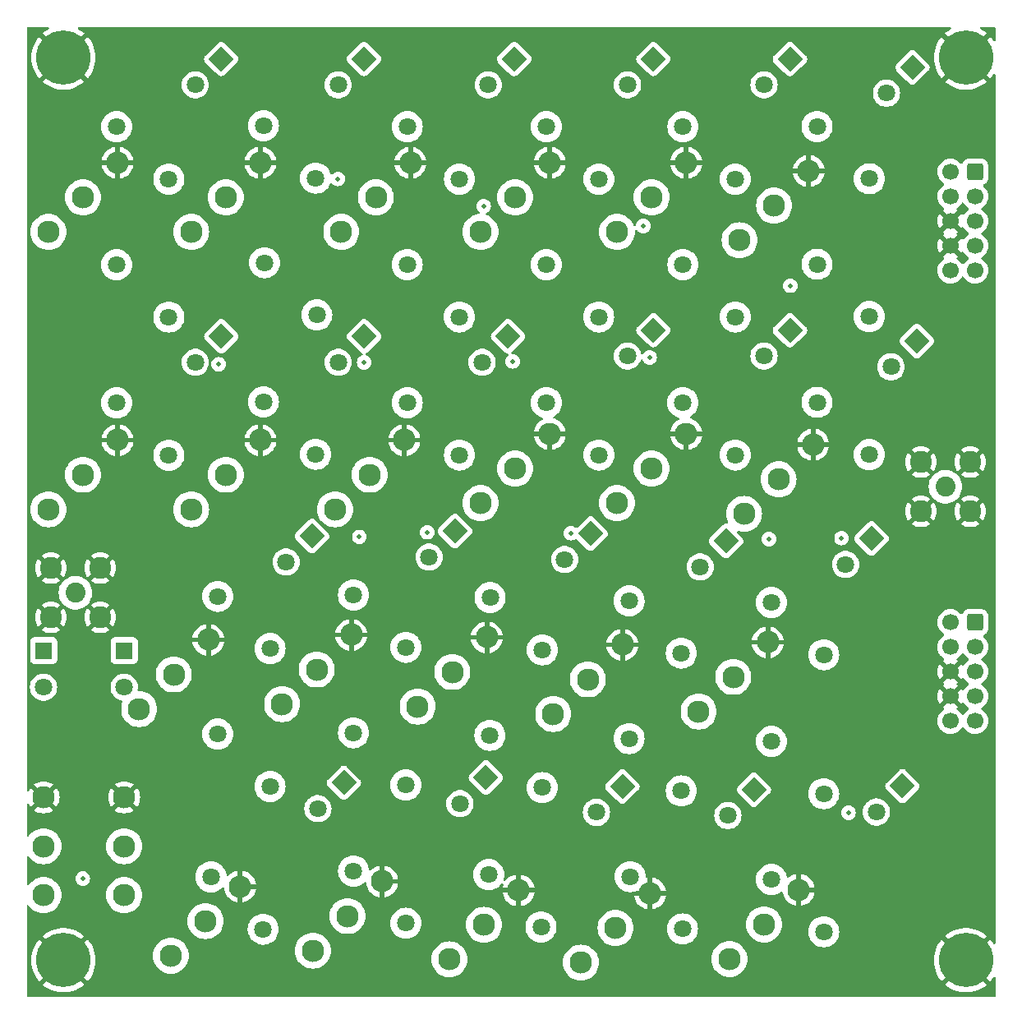
<source format=gbr>
%TF.GenerationSoftware,KiCad,Pcbnew,8.0.3*%
%TF.CreationDate,2024-07-11T18:12:52-04:00*%
%TF.ProjectId,K9HZ_100W_11band_LPF-Filter,4b39485a-5f31-4303-9057-5f313162616e,rev?*%
%TF.SameCoordinates,Original*%
%TF.FileFunction,Copper,L3,Inr*%
%TF.FilePolarity,Positive*%
%FSLAX46Y46*%
G04 Gerber Fmt 4.6, Leading zero omitted, Abs format (unit mm)*
G04 Created by KiCad (PCBNEW 8.0.3) date 2024-07-11 18:12:52*
%MOMM*%
%LPD*%
G01*
G04 APERTURE LIST*
G04 Aperture macros list*
%AMRoundRect*
0 Rectangle with rounded corners*
0 $1 Rounding radius*
0 $2 $3 $4 $5 $6 $7 $8 $9 X,Y pos of 4 corners*
0 Add a 4 corners polygon primitive as box body*
4,1,4,$2,$3,$4,$5,$6,$7,$8,$9,$2,$3,0*
0 Add four circle primitives for the rounded corners*
1,1,$1+$1,$2,$3*
1,1,$1+$1,$4,$5*
1,1,$1+$1,$6,$7*
1,1,$1+$1,$8,$9*
0 Add four rect primitives between the rounded corners*
20,1,$1+$1,$2,$3,$4,$5,0*
20,1,$1+$1,$4,$5,$6,$7,0*
20,1,$1+$1,$6,$7,$8,$9,0*
20,1,$1+$1,$8,$9,$2,$3,0*%
%AMRotRect*
0 Rectangle, with rotation*
0 The origin of the aperture is its center*
0 $1 length*
0 $2 width*
0 $3 Rotation angle, in degrees counterclockwise*
0 Add horizontal line*
21,1,$1,$2,0,0,$3*%
G04 Aperture macros list end*
%TA.AperFunction,ComponentPad*%
%ADD10C,5.600000*%
%TD*%
%TA.AperFunction,ComponentPad*%
%ADD11C,1.800000*%
%TD*%
%TA.AperFunction,ComponentPad*%
%ADD12C,2.050000*%
%TD*%
%TA.AperFunction,ComponentPad*%
%ADD13C,2.250000*%
%TD*%
%TA.AperFunction,ComponentPad*%
%ADD14C,2.300000*%
%TD*%
%TA.AperFunction,ComponentPad*%
%ADD15R,1.800000X1.800000*%
%TD*%
%TA.AperFunction,ComponentPad*%
%ADD16RotRect,1.800000X1.800000X135.000000*%
%TD*%
%TA.AperFunction,ComponentPad*%
%ADD17RoundRect,0.250000X0.600000X0.600000X-0.600000X0.600000X-0.600000X-0.600000X0.600000X-0.600000X0*%
%TD*%
%TA.AperFunction,ComponentPad*%
%ADD18C,1.700000*%
%TD*%
%TA.AperFunction,ViaPad*%
%ADD19C,0.500000*%
%TD*%
G04 APERTURE END LIST*
D10*
%TO.N,GND*%
%TO.C,H4*%
X265200000Y-45800000D03*
%TD*%
%TO.N,GND*%
%TO.C,H3*%
X172200000Y-45800000D03*
%TD*%
%TO.N,GND*%
%TO.C,H2*%
X265200000Y-138800000D03*
%TD*%
%TO.N,GND*%
%TO.C,H1*%
X172200000Y-138800000D03*
%TD*%
D11*
%TO.N,/RF29*%
%TO.C,L21*%
X187405923Y-130205923D03*
%TO.N,/RF30*%
X192794077Y-135594077D03*
%TD*%
%TO.N,/RF32*%
%TO.C,L23*%
X202090755Y-115361769D03*
%TO.N,/RF33*%
X207478909Y-120749923D03*
%TD*%
%TO.N,/RF45*%
%TO.C,L33*%
X245170832Y-130474769D03*
%TO.N,/RF46*%
X250558986Y-135862923D03*
%TD*%
%TO.N,/RF40*%
%TO.C,L29*%
X230496177Y-115957475D03*
%TO.N,/RF41*%
X235884331Y-121345629D03*
%TD*%
%TO.N,/RF17*%
%TO.C,L12*%
X221983986Y-81352846D03*
%TO.N,/RF18*%
X227372140Y-86741000D03*
%TD*%
%TO.N,/RF13*%
%TO.C,L9*%
X207632986Y-81352846D03*
%TO.N,/RF14*%
X213021140Y-86741000D03*
%TD*%
D12*
%TO.N,/RF6*%
%TO.C,J1*%
X173442909Y-100937923D03*
D13*
%TO.N,GND*%
X170902909Y-98397923D03*
X170902909Y-103477923D03*
X175982909Y-98397923D03*
X175982909Y-103477923D03*
%TD*%
D11*
%TO.N,/RF4*%
%TO.C,L3*%
X177673000Y-81379923D03*
%TO.N,/RF5*%
X183061154Y-86768077D03*
%TD*%
%TO.N,/RF12*%
%TO.C,L8*%
X207620909Y-67128846D03*
%TO.N,/RF13*%
X213009063Y-72517000D03*
%TD*%
%TO.N,/RF7*%
%TO.C,L4*%
X192805259Y-52832000D03*
%TO.N,/RF8*%
X198193413Y-58220154D03*
%TD*%
D12*
%TO.N,/RF1*%
%TO.C,J2*%
X263104909Y-90015923D03*
D13*
%TO.N,GND*%
X260564909Y-87475923D03*
X260564909Y-92555923D03*
X265644909Y-87475923D03*
X265644909Y-92555923D03*
%TD*%
D11*
%TO.N,/RF19*%
%TO.C,L13*%
X236050624Y-52931923D03*
%TO.N,/RF20*%
X241438778Y-58320077D03*
%TD*%
%TO.N,/RF2*%
%TO.C,L1*%
X177673000Y-52931923D03*
%TO.N,/RF3*%
X183061154Y-58320077D03*
%TD*%
D14*
%TO.N,/RF47*%
%TO.C,K24*%
X178460400Y-127050800D03*
%TO.N,GND*%
X178460400Y-122010800D03*
%TO.N,/RF6*%
X178460400Y-132090800D03*
D15*
%TO.N,/BNF*%
X178460400Y-106890800D03*
D11*
%TO.N,+12V*%
X178460400Y-110670800D03*
%TD*%
%TO.N,/RF20*%
%TO.C,L14*%
X236050624Y-67128846D03*
%TO.N,/RF21*%
X241438778Y-72517000D03*
%TD*%
%TO.N,/RF11*%
%TO.C,L7*%
X207632986Y-52931923D03*
%TO.N,/RF12*%
X213021140Y-58320077D03*
%TD*%
%TO.N,/RF39*%
%TO.C,L28*%
X230496177Y-101760552D03*
%TO.N,/RF40*%
X235884331Y-107148706D03*
%TD*%
%TO.N,/RF8*%
%TO.C,L5*%
X192920182Y-66929000D03*
%TO.N,/RF9*%
X198308336Y-72317154D03*
%TD*%
%TO.N,/RF31*%
%TO.C,L22*%
X202102832Y-101164846D03*
%TO.N,/RF32*%
X207490986Y-106553000D03*
%TD*%
%TO.N,/RF44*%
%TO.C,L32*%
X245158755Y-116250769D03*
%TO.N,/RF45*%
X250546909Y-121638923D03*
%TD*%
%TO.N,/RF27*%
%TO.C,L19*%
X188102470Y-101304157D03*
%TO.N,/RF28*%
X193490624Y-106692311D03*
%TD*%
%TO.N,/RF3*%
%TO.C,L2*%
X177673000Y-67148000D03*
%TO.N,/RF4*%
X183061154Y-72536154D03*
%TD*%
%TO.N,/RF41*%
%TO.C,L30*%
X230611846Y-130181475D03*
%TO.N,/RF42*%
X236000000Y-135569629D03*
%TD*%
%TO.N,/RF23*%
%TO.C,L16*%
X249866547Y-52900650D03*
%TO.N,/RF24*%
X255254701Y-58288804D03*
%TD*%
%TO.N,/RF25*%
%TO.C,L18*%
X249866547Y-81321573D03*
%TO.N,/RF26*%
X255254701Y-86709727D03*
%TD*%
%TO.N,/RF15*%
%TO.C,L10*%
X221983986Y-52931923D03*
%TO.N,/RF16*%
X227372140Y-58320077D03*
%TD*%
%TO.N,/RF37*%
%TO.C,L27*%
X216030393Y-129979080D03*
%TO.N,/RF38*%
X221418547Y-135367234D03*
%TD*%
%TO.N,/RF35*%
%TO.C,L25*%
X216169470Y-101431157D03*
%TO.N,/RF36*%
X221557624Y-106819311D03*
%TD*%
%TO.N,/RF16*%
%TO.C,L11*%
X221971909Y-67128846D03*
%TO.N,/RF17*%
X227360063Y-72517000D03*
%TD*%
%TO.N,/RF28*%
%TO.C,L20*%
X188102470Y-115501080D03*
%TO.N,/RF29*%
X193490624Y-120889234D03*
%TD*%
%TO.N,/RF9*%
%TO.C,L6*%
X192805259Y-81280000D03*
%TO.N,/RF10*%
X198193413Y-86668154D03*
%TD*%
%TO.N,/RF24*%
%TO.C,L17*%
X249866547Y-67097573D03*
%TO.N,/RF25*%
X255254701Y-72485727D03*
%TD*%
%TO.N,/RF21*%
%TO.C,L15*%
X236038547Y-81352846D03*
%TO.N,/RF22*%
X241426701Y-86741000D03*
%TD*%
%TO.N,/RF33*%
%TO.C,L24*%
X202105923Y-129605923D03*
%TO.N,/RF34*%
X207494077Y-134994077D03*
%TD*%
%TO.N,/RF43*%
%TO.C,L31*%
X245170832Y-101926846D03*
%TO.N,/RF44*%
X250558986Y-107315000D03*
%TD*%
%TO.N,/RF36*%
%TO.C,L26*%
X216157393Y-115628080D03*
%TO.N,/RF37*%
X221545547Y-121016234D03*
%TD*%
D14*
%TO.N,/RF38*%
%TO.C,K18*%
X215545274Y-135144507D03*
%TO.N,GND*%
X219109092Y-131580689D03*
%TO.N,/RF6*%
X211981456Y-138708325D03*
D16*
%TO.N,/B12M*%
X229800547Y-120889234D03*
D11*
%TO.N,+12V*%
X227127683Y-123562098D03*
%TD*%
D14*
%TO.N,/RF34*%
%TO.C,K16*%
X201478636Y-134243196D03*
%TO.N,GND*%
X205042454Y-130679378D03*
%TO.N,/RF6*%
X197914818Y-137807014D03*
D16*
%TO.N,/B15M*%
X215733909Y-119987923D03*
D11*
%TO.N,+12V*%
X213061045Y-122660787D03*
%TD*%
D14*
%TO.N,/RF42*%
%TO.C,K20*%
X229094981Y-135473902D03*
%TO.N,GND*%
X232658799Y-131910084D03*
%TO.N,/RF6*%
X225531163Y-139037720D03*
D16*
%TO.N,/B10M*%
X243350254Y-121218629D03*
D11*
%TO.N,+12V*%
X240677390Y-123891493D03*
%TD*%
D14*
%TO.N,/RF19*%
%TO.C,K9*%
X232817274Y-60202196D03*
%TO.N,GND*%
X236381092Y-56638378D03*
%TO.N,/RF1*%
X229253456Y-63766014D03*
D16*
%TO.N,+12V*%
X247072547Y-45946923D03*
D11*
%TO.N,/B30M*%
X244399683Y-48619787D03*
%TD*%
D14*
%TO.N,/RF2*%
%TO.C,K1*%
X174212727Y-60202196D03*
%TO.N,GND*%
X177776545Y-56638378D03*
%TO.N,/RF1*%
X170648909Y-63766014D03*
D16*
%TO.N,+12V*%
X188468000Y-45946923D03*
D11*
%TO.N,/B160M*%
X185795136Y-48619787D03*
%TD*%
D14*
%TO.N,/RF26*%
%TO.C,K12*%
X245904138Y-89248059D03*
%TO.N,GND*%
X249467956Y-85684241D03*
%TO.N,/RF6*%
X242340320Y-92811877D03*
D16*
%TO.N,/B20M*%
X260159411Y-74992786D03*
D11*
%TO.N,+12V*%
X257486547Y-77665650D03*
%TD*%
D17*
%TO.N,/B17M*%
%TO.C,J4*%
X266152909Y-103985923D03*
D18*
%TO.N,+12V*%
X263612909Y-103985923D03*
%TO.N,/B15M*%
X266152909Y-106525923D03*
%TO.N,+12V*%
X263612909Y-106525923D03*
%TO.N,/B12M*%
X266152909Y-109065923D03*
%TO.N,GND*%
X263612909Y-109065923D03*
%TO.N,/B10M*%
X266152909Y-111605923D03*
%TO.N,GND*%
X263612909Y-111605923D03*
%TO.N,/B6M*%
X266152909Y-114145923D03*
%TO.N,/BNF*%
X263612909Y-114145923D03*
%TD*%
D14*
%TO.N,/RF18*%
%TO.C,K8*%
X218750636Y-88142196D03*
%TO.N,GND*%
X222314454Y-84578378D03*
%TO.N,/RF6*%
X215186818Y-91706014D03*
D16*
%TO.N,/B40M*%
X233005909Y-73886923D03*
D11*
%TO.N,+12V*%
X230333045Y-76559787D03*
%TD*%
D14*
%TO.N,/RF46*%
%TO.C,K22*%
X244404636Y-135108741D03*
%TO.N,GND*%
X247968454Y-131544923D03*
%TO.N,/RF6*%
X240840818Y-138672559D03*
D16*
%TO.N,/B6M*%
X258659909Y-120853468D03*
D11*
%TO.N,+12V*%
X255987045Y-123526332D03*
%TD*%
D14*
%TO.N,/RF5*%
%TO.C,K2*%
X174212727Y-88777196D03*
%TO.N,GND*%
X177776545Y-85213378D03*
%TO.N,/RF6*%
X170648909Y-92341014D03*
D16*
%TO.N,/B160M*%
X188468000Y-74521923D03*
D11*
%TO.N,+12V*%
X185795136Y-77194787D03*
%TD*%
D17*
%TO.N,/B160M*%
%TO.C,J3*%
X266152909Y-57560000D03*
D18*
%TO.N,+12V*%
X263612909Y-57560000D03*
%TO.N,/B80M*%
X266152909Y-60100000D03*
%TO.N,+12V*%
X263612909Y-60100000D03*
%TO.N,/B60M*%
X266152909Y-62640000D03*
%TO.N,GND*%
X263612909Y-62640000D03*
%TO.N,/B40M*%
X266152909Y-65180000D03*
%TO.N,GND*%
X263612909Y-65180000D03*
%TO.N,/B30M*%
X266152909Y-67720000D03*
%TO.N,/B20M*%
X263612909Y-67720000D03*
%TD*%
D14*
%TO.N,/RF35*%
%TO.C,K17*%
X212273636Y-109097196D03*
%TO.N,GND*%
X215837454Y-105533378D03*
%TO.N,/RF1*%
X208709818Y-112661014D03*
D16*
%TO.N,+12V*%
X226528909Y-94841923D03*
D11*
%TO.N,/B12M*%
X223856045Y-97514787D03*
%TD*%
D14*
%TO.N,/RF14*%
%TO.C,K6*%
X203764636Y-88777196D03*
%TO.N,GND*%
X207328454Y-85213378D03*
%TO.N,/RF6*%
X200200818Y-92341014D03*
D16*
%TO.N,/B60M*%
X218019909Y-74521923D03*
D11*
%TO.N,+12V*%
X215347045Y-77194787D03*
%TD*%
D14*
%TO.N,/RF47*%
%TO.C,K23*%
X170154600Y-127050800D03*
%TO.N,GND*%
X170154600Y-122010800D03*
%TO.N,/RF1*%
X170154600Y-132090800D03*
D15*
%TO.N,+12V*%
X170154600Y-106890800D03*
D11*
%TO.N,/BNF*%
X170154600Y-110670800D03*
%TD*%
D14*
%TO.N,/RF39*%
%TO.C,K19*%
X226243636Y-109859196D03*
%TO.N,GND*%
X229807454Y-106295378D03*
%TO.N,/RF1*%
X222679818Y-113423014D03*
D16*
%TO.N,+12V*%
X240498909Y-95603923D03*
D11*
%TO.N,/B10M*%
X237826045Y-98276787D03*
%TD*%
D14*
%TO.N,/RF7*%
%TO.C,K3*%
X188936909Y-60202196D03*
%TO.N,GND*%
X192500727Y-56638378D03*
%TO.N,/RF1*%
X185373091Y-63766014D03*
D16*
%TO.N,+12V*%
X203192182Y-45946923D03*
D11*
%TO.N,/B80M*%
X200519318Y-48619787D03*
%TD*%
D14*
%TO.N,/RF11*%
%TO.C,K5*%
X204399636Y-60202196D03*
%TO.N,GND*%
X207963454Y-56638378D03*
%TO.N,/RF1*%
X200835818Y-63766014D03*
D16*
%TO.N,+12V*%
X218654909Y-45946923D03*
D11*
%TO.N,/B60M*%
X215982045Y-48619787D03*
%TD*%
D14*
%TO.N,/RF22*%
%TO.C,K10*%
X232817274Y-88142196D03*
%TO.N,GND*%
X236381092Y-84578378D03*
%TO.N,/RF6*%
X229253456Y-91706014D03*
D16*
%TO.N,/B30M*%
X247072547Y-73886923D03*
D11*
%TO.N,+12V*%
X244399683Y-76559787D03*
%TD*%
D14*
%TO.N,/RF43*%
%TO.C,K21*%
X241229636Y-109605196D03*
%TO.N,GND*%
X244793454Y-106041378D03*
%TO.N,/RF1*%
X237665818Y-113169014D03*
D16*
%TO.N,+12V*%
X255484909Y-95349923D03*
D11*
%TO.N,/B6M*%
X252812045Y-98022787D03*
%TD*%
%TO.N,/B20M*%
%TO.C,K11*%
X257027136Y-49472864D03*
D16*
%TO.N,+12V*%
X259700000Y-46800000D03*
D14*
%TO.N,/RF1*%
X241880909Y-64619091D03*
%TO.N,GND*%
X249008545Y-57491455D03*
%TO.N,/RF23*%
X245444727Y-61055273D03*
%TD*%
%TO.N,/RF10*%
%TO.C,K4*%
X188936909Y-88777196D03*
%TO.N,GND*%
X192500727Y-85213378D03*
%TO.N,/RF6*%
X185373091Y-92341014D03*
D16*
%TO.N,/B80M*%
X203192182Y-74521923D03*
D11*
%TO.N,+12V*%
X200519318Y-77194787D03*
%TD*%
D14*
%TO.N,/RF30*%
%TO.C,K14*%
X186843274Y-134763507D03*
%TO.N,GND*%
X190407092Y-131199689D03*
%TO.N,/RF6*%
X183279456Y-138327325D03*
D16*
%TO.N,/B17M*%
X201098547Y-120508234D03*
D11*
%TO.N,+12V*%
X198425683Y-123181098D03*
%TD*%
D14*
%TO.N,/RF31*%
%TO.C,K15*%
X198303636Y-108843196D03*
%TO.N,GND*%
X201867454Y-105279378D03*
%TO.N,/RF1*%
X194739818Y-112407014D03*
D16*
%TO.N,+12V*%
X212558909Y-94587923D03*
D11*
%TO.N,/B15M*%
X209886045Y-97260787D03*
%TD*%
D14*
%TO.N,/RF27*%
%TO.C,K13*%
X183571636Y-109351196D03*
%TO.N,GND*%
X187135454Y-105787378D03*
%TO.N,/RF1*%
X180007818Y-112915014D03*
D16*
%TO.N,+12V*%
X197826909Y-95095923D03*
D11*
%TO.N,/B17M*%
X195154045Y-97768787D03*
%TD*%
D14*
%TO.N,/RF15*%
%TO.C,K7*%
X218750636Y-60202196D03*
%TO.N,GND*%
X222314454Y-56638378D03*
%TO.N,/RF1*%
X215186818Y-63766014D03*
D16*
%TO.N,+12V*%
X233005909Y-45946923D03*
D11*
%TO.N,/B40M*%
X230333045Y-48619787D03*
%TD*%
D19*
%TO.N,/B80M*%
X200500000Y-58300000D03*
%TO.N,/B30M*%
X247100000Y-69300000D03*
%TO.N,GND*%
X170400000Y-100900000D03*
X178600000Y-103500000D03*
X176300000Y-95800000D03*
X210700000Y-103100000D03*
X214700000Y-97800000D03*
X251200000Y-92800000D03*
X254800000Y-92400000D03*
X265500000Y-100900000D03*
X262900000Y-96200000D03*
X261300000Y-83200000D03*
X187000000Y-140000000D03*
X233900000Y-126200000D03*
X249000000Y-125900000D03*
X238600000Y-103400000D03*
X253900000Y-119100000D03*
X238900000Y-71100000D03*
%TO.N,+12V*%
X253100000Y-123600000D03*
%TO.N,GND*%
X266500000Y-118800000D03*
X266700000Y-128300000D03*
X266700000Y-132600000D03*
X258800000Y-140300000D03*
X250500000Y-140500000D03*
X245300000Y-140700000D03*
X237200000Y-140600000D03*
%TO.N,+12V*%
X188200000Y-77400000D03*
X203200000Y-77200000D03*
X218500000Y-77100000D03*
X232600000Y-76700000D03*
X202700000Y-95200000D03*
X209700000Y-94700000D03*
X244900000Y-95400000D03*
X252400000Y-95300000D03*
X224500000Y-94800000D03*
%TO.N,GND*%
X211500000Y-92500000D03*
X204000000Y-93400000D03*
X201700000Y-80200000D03*
X205100000Y-79000000D03*
X240538000Y-83312000D03*
X210820000Y-56134000D03*
X253492000Y-131826000D03*
X241376200Y-75539600D03*
X216433400Y-54762400D03*
X229057200Y-88773000D03*
X202869800Y-140538200D03*
X240792000Y-117094000D03*
X184150000Y-125730000D03*
X251277947Y-73522055D03*
X232232200Y-80670400D03*
X235381800Y-100025200D03*
X255016000Y-139700000D03*
X192862200Y-97815400D03*
X228092000Y-114554000D03*
X260604000Y-80010000D03*
X213106000Y-82296000D03*
X197485000Y-78689200D03*
X258572000Y-126746000D03*
X243078000Y-82296000D03*
X264160000Y-83058000D03*
X241046000Y-52324000D03*
X197535800Y-75641200D03*
X193294000Y-60706000D03*
X260100000Y-113800000D03*
X223012000Y-130302000D03*
X252334113Y-102734111D03*
X189230000Y-107950000D03*
X208026000Y-61722000D03*
X243433600Y-126339600D03*
X262128000Y-98298000D03*
X206248000Y-101854000D03*
X245618000Y-53340000D03*
X254762000Y-51054000D03*
X184886600Y-88595200D03*
X211886800Y-79222600D03*
X254000000Y-115316000D03*
X174701200Y-73533000D03*
X246176800Y-138303000D03*
X177546000Y-118364000D03*
X201422000Y-109220000D03*
X253771400Y-75361800D03*
X231140000Y-109982000D03*
X212902800Y-48336200D03*
X173990000Y-93472000D03*
X243100000Y-88900000D03*
X187375800Y-85801200D03*
X260300000Y-57400000D03*
X227787200Y-47929800D03*
X191947800Y-74879200D03*
X250952000Y-62738000D03*
X266192000Y-96012000D03*
X173278800Y-112217200D03*
X170992800Y-108889800D03*
X187502800Y-55905400D03*
X259800000Y-107125923D03*
X206248000Y-110490000D03*
X211582000Y-120396000D03*
X216408000Y-140512800D03*
X169400000Y-50300000D03*
X192532000Y-101600000D03*
X176657000Y-75844400D03*
X172212000Y-77978000D03*
X169672000Y-117602000D03*
X187096400Y-124206000D03*
X239699800Y-135077200D03*
X247599200Y-121310400D03*
X184150000Y-83058000D03*
X198882000Y-100330000D03*
X178000000Y-46900000D03*
X220726000Y-110490000D03*
X205003400Y-73533000D03*
X248700000Y-75400000D03*
X180848000Y-81788000D03*
X261874000Y-132588000D03*
X259842000Y-55372000D03*
X228600000Y-83566000D03*
X259334000Y-50800000D03*
X252222000Y-129032000D03*
X262912909Y-50457028D03*
X260654800Y-70967600D03*
X218135200Y-80645000D03*
X193014600Y-124485400D03*
X250444000Y-99542600D03*
X260350000Y-67818000D03*
X230378000Y-68834000D03*
X207899000Y-124129800D03*
X207924400Y-98374200D03*
X242316000Y-100076000D03*
X196596000Y-53340000D03*
X212090000Y-128473200D03*
X188163200Y-103479600D03*
X184886600Y-122097800D03*
X182600600Y-134289800D03*
X260200000Y-104100000D03*
X255752600Y-47396400D03*
X265938000Y-74676000D03*
X216230200Y-85902800D03*
X247142000Y-92964000D03*
X182118000Y-55118000D03*
X236702600Y-74422000D03*
X245110000Y-66548000D03*
X261700000Y-44000000D03*
X228549200Y-125450600D03*
X177800000Y-114808000D03*
X231368600Y-56489600D03*
X241630200Y-47650400D03*
X221488000Y-99136200D03*
X225298000Y-54864000D03*
X244602000Y-72390000D03*
X211328000Y-115824000D03*
X265684000Y-122936000D03*
X252222000Y-59690000D03*
X258572000Y-101092000D03*
X258318000Y-94234000D03*
X192532000Y-140030200D03*
X179832000Y-140970000D03*
X199059800Y-129362200D03*
X171602400Y-56489600D03*
X190042800Y-73228200D03*
X242316000Y-79248000D03*
X182626000Y-50038000D03*
X171526200Y-85902800D03*
X264700000Y-71800000D03*
X257800000Y-109300000D03*
X201168000Y-97536000D03*
X195072000Y-125984000D03*
X205232000Y-68834000D03*
X181432200Y-74828400D03*
X181279800Y-46888400D03*
X205028800Y-86080600D03*
X186182000Y-71374000D03*
X207035400Y-75590400D03*
X226314000Y-52324000D03*
X172466000Y-69850000D03*
X212217000Y-75565000D03*
X210540600Y-44475400D03*
X246634000Y-51562000D03*
X237236000Y-60452000D03*
X266192000Y-52832000D03*
X259100000Y-117500000D03*
X239014000Y-44246800D03*
X248920000Y-102616000D03*
X197358000Y-120396000D03*
X173990000Y-66294000D03*
X184404000Y-97028000D03*
X197281800Y-47904400D03*
X208788000Y-129540000D03*
X202361800Y-56591200D03*
X245618000Y-112522000D03*
X224840800Y-121031000D03*
X220370400Y-75082400D03*
X224942400Y-44475400D03*
X195453000Y-44653200D03*
X255270000Y-104648000D03*
X217906600Y-125450600D03*
X223520000Y-59944000D03*
X255270000Y-112014000D03*
X198628000Y-82042000D03*
X252222000Y-56642000D03*
X266000000Y-78700000D03*
X181356000Y-100330000D03*
X251993400Y-44196000D03*
X227076000Y-101346000D03*
X216916000Y-51816000D03*
X230733600Y-140538200D03*
X252222000Y-109982000D03*
X255524000Y-83312000D03*
X248589800Y-70332600D03*
X193548000Y-129540000D03*
X258300000Y-87630000D03*
X258300000Y-91186000D03*
X232410000Y-51562000D03*
X235839000Y-127228600D03*
X174600000Y-50500000D03*
X210312000Y-134620000D03*
X225044000Y-134924800D03*
X197104000Y-116586000D03*
X202946000Y-51816000D03*
X226872800Y-78689200D03*
X239522000Y-54356000D03*
X183388000Y-115824000D03*
X231648000Y-122199400D03*
X225044000Y-116332000D03*
X190500000Y-66802000D03*
X201599800Y-124231400D03*
%TO.N,/B60M*%
X215498327Y-61107673D03*
%TO.N,/B40M*%
X231952800Y-63157241D03*
%TO.N,/BNF*%
X174193200Y-130391923D03*
%TD*%
%TA.AperFunction,Conductor*%
%TO.N,GND*%
G36*
X264727834Y-112367296D02*
G01*
X264781028Y-112291328D01*
X264835605Y-112247704D01*
X264905104Y-112240511D01*
X264967458Y-112272033D01*
X264984178Y-112291328D01*
X265114414Y-112477324D01*
X265114415Y-112477325D01*
X265281506Y-112644416D01*
X265281512Y-112644421D01*
X265467067Y-112774348D01*
X265510692Y-112828925D01*
X265517886Y-112898423D01*
X265486363Y-112960778D01*
X265467067Y-112977498D01*
X265281506Y-113107428D01*
X265114414Y-113274520D01*
X264984484Y-113460081D01*
X264929907Y-113503706D01*
X264860409Y-113510900D01*
X264798054Y-113479377D01*
X264781334Y-113460081D01*
X264651403Y-113274520D01*
X264484311Y-113107429D01*
X264484310Y-113107428D01*
X264298314Y-112977192D01*
X264254690Y-112922615D01*
X264247497Y-112853116D01*
X264279019Y-112790762D01*
X264298314Y-112774042D01*
X264374282Y-112720848D01*
X263742318Y-112088885D01*
X263805902Y-112071848D01*
X263919916Y-112006022D01*
X264013008Y-111912930D01*
X264078834Y-111798916D01*
X264095871Y-111735333D01*
X264727834Y-112367296D01*
G37*
%TD.AperFunction*%
%TA.AperFunction,Conductor*%
G36*
X264727834Y-109827296D02*
G01*
X264781028Y-109751328D01*
X264835605Y-109707704D01*
X264905104Y-109700511D01*
X264967458Y-109732033D01*
X264984178Y-109751328D01*
X265114414Y-109937324D01*
X265114415Y-109937325D01*
X265281506Y-110104416D01*
X265281512Y-110104421D01*
X265467067Y-110234348D01*
X265510692Y-110288925D01*
X265517886Y-110358423D01*
X265486363Y-110420778D01*
X265467067Y-110437498D01*
X265281506Y-110567428D01*
X265114414Y-110734520D01*
X264984178Y-110920518D01*
X264929601Y-110964143D01*
X264860103Y-110971337D01*
X264797748Y-110939814D01*
X264781028Y-110920518D01*
X264727834Y-110844549D01*
X264727834Y-110844548D01*
X264095871Y-111476512D01*
X264078834Y-111412930D01*
X264013008Y-111298916D01*
X263919916Y-111205824D01*
X263805902Y-111139998D01*
X263742319Y-111122960D01*
X264374282Y-110490996D01*
X264297878Y-110437499D01*
X264254253Y-110382922D01*
X264247059Y-110313424D01*
X264278581Y-110251069D01*
X264297877Y-110234348D01*
X264374282Y-110180848D01*
X263742318Y-109548885D01*
X263805902Y-109531848D01*
X263919916Y-109466022D01*
X264013008Y-109372930D01*
X264078834Y-109258916D01*
X264095871Y-109195333D01*
X264727834Y-109827296D01*
G37*
%TD.AperFunction*%
%TA.AperFunction,Conductor*%
G36*
X264967764Y-107192469D02*
G01*
X264984484Y-107211765D01*
X265114410Y-107397319D01*
X265114415Y-107397325D01*
X265281506Y-107564416D01*
X265281512Y-107564421D01*
X265467067Y-107694348D01*
X265510692Y-107748925D01*
X265517886Y-107818423D01*
X265486363Y-107880778D01*
X265467067Y-107897498D01*
X265281506Y-108027428D01*
X265114414Y-108194520D01*
X264984178Y-108380518D01*
X264929601Y-108424143D01*
X264860103Y-108431337D01*
X264797748Y-108399814D01*
X264781028Y-108380518D01*
X264727834Y-108304549D01*
X264727834Y-108304548D01*
X264095871Y-108936512D01*
X264078834Y-108872930D01*
X264013008Y-108758916D01*
X263919916Y-108665824D01*
X263805902Y-108599998D01*
X263742319Y-108582960D01*
X264374282Y-107950996D01*
X264374282Y-107950995D01*
X264298314Y-107897803D01*
X264254689Y-107843227D01*
X264247495Y-107773728D01*
X264279017Y-107711374D01*
X264298308Y-107694657D01*
X264484310Y-107564418D01*
X264651404Y-107397324D01*
X264781334Y-107211765D01*
X264835911Y-107168140D01*
X264905409Y-107160946D01*
X264967764Y-107192469D01*
G37*
%TD.AperFunction*%
%TA.AperFunction,Conductor*%
G36*
X264727834Y-65941373D02*
G01*
X264781028Y-65865405D01*
X264835605Y-65821781D01*
X264905104Y-65814588D01*
X264967458Y-65846110D01*
X264984178Y-65865405D01*
X265114414Y-66051401D01*
X265114415Y-66051402D01*
X265281506Y-66218493D01*
X265281512Y-66218498D01*
X265467067Y-66348425D01*
X265510692Y-66403002D01*
X265517886Y-66472500D01*
X265486363Y-66534855D01*
X265467067Y-66551575D01*
X265281506Y-66681505D01*
X265114414Y-66848597D01*
X264984484Y-67034158D01*
X264929907Y-67077783D01*
X264860409Y-67084977D01*
X264798054Y-67053454D01*
X264781334Y-67034158D01*
X264651403Y-66848597D01*
X264484311Y-66681506D01*
X264484310Y-66681505D01*
X264298314Y-66551269D01*
X264254690Y-66496692D01*
X264247497Y-66427193D01*
X264279019Y-66364839D01*
X264298314Y-66348119D01*
X264374282Y-66294925D01*
X263742318Y-65662962D01*
X263805902Y-65645925D01*
X263919916Y-65580099D01*
X264013008Y-65487007D01*
X264078834Y-65372993D01*
X264095871Y-65309410D01*
X264727834Y-65941373D01*
G37*
%TD.AperFunction*%
%TA.AperFunction,Conductor*%
G36*
X264727834Y-63401373D02*
G01*
X264781028Y-63325405D01*
X264835605Y-63281781D01*
X264905104Y-63274588D01*
X264967458Y-63306110D01*
X264984178Y-63325405D01*
X265114414Y-63511401D01*
X265114415Y-63511402D01*
X265281506Y-63678493D01*
X265281512Y-63678498D01*
X265467067Y-63808425D01*
X265510692Y-63863002D01*
X265517886Y-63932500D01*
X265486363Y-63994855D01*
X265467067Y-64011575D01*
X265281506Y-64141505D01*
X265114414Y-64308597D01*
X264984178Y-64494595D01*
X264929601Y-64538220D01*
X264860103Y-64545414D01*
X264797748Y-64513891D01*
X264781028Y-64494595D01*
X264727834Y-64418626D01*
X264727834Y-64418625D01*
X264095871Y-65050589D01*
X264078834Y-64987007D01*
X264013008Y-64872993D01*
X263919916Y-64779901D01*
X263805902Y-64714075D01*
X263742319Y-64697037D01*
X264374282Y-64065073D01*
X264297878Y-64011576D01*
X264254253Y-63956999D01*
X264247059Y-63887501D01*
X264278581Y-63825146D01*
X264297877Y-63808425D01*
X264374282Y-63754925D01*
X263742318Y-63122962D01*
X263805902Y-63105925D01*
X263919916Y-63040099D01*
X264013008Y-62947007D01*
X264078834Y-62832993D01*
X264095871Y-62769410D01*
X264727834Y-63401373D01*
G37*
%TD.AperFunction*%
%TA.AperFunction,Conductor*%
G36*
X264967764Y-60766546D02*
G01*
X264984484Y-60785842D01*
X265114410Y-60971396D01*
X265114415Y-60971402D01*
X265281506Y-61138493D01*
X265281512Y-61138498D01*
X265467067Y-61268425D01*
X265510692Y-61323002D01*
X265517886Y-61392500D01*
X265486363Y-61454855D01*
X265467067Y-61471575D01*
X265281506Y-61601505D01*
X265114414Y-61768597D01*
X264984178Y-61954595D01*
X264929601Y-61998220D01*
X264860103Y-62005414D01*
X264797748Y-61973891D01*
X264781028Y-61954595D01*
X264727834Y-61878626D01*
X264727834Y-61878625D01*
X264095871Y-62510589D01*
X264078834Y-62447007D01*
X264013008Y-62332993D01*
X263919916Y-62239901D01*
X263805902Y-62174075D01*
X263742319Y-62157037D01*
X264374282Y-61525073D01*
X264374282Y-61525072D01*
X264298314Y-61471880D01*
X264254689Y-61417304D01*
X264247495Y-61347805D01*
X264279017Y-61285451D01*
X264298308Y-61268734D01*
X264484310Y-61138495D01*
X264651404Y-60971401D01*
X264781334Y-60785842D01*
X264835911Y-60742217D01*
X264905409Y-60735023D01*
X264967764Y-60766546D01*
G37*
%TD.AperFunction*%
%TA.AperFunction,Conductor*%
G36*
X170664070Y-42664608D02*
G01*
X170709825Y-42717412D01*
X170719769Y-42786570D01*
X170690744Y-42850126D01*
X170654395Y-42877494D01*
X170654956Y-42878551D01*
X170651991Y-42880122D01*
X170345370Y-43064609D01*
X170345367Y-43064611D01*
X170060486Y-43281170D01*
X170060485Y-43281171D01*
X170047257Y-43293702D01*
X170047256Y-43293703D01*
X171259301Y-44505748D01*
X171157670Y-44579588D01*
X170979588Y-44757670D01*
X170905748Y-44859301D01*
X169696442Y-43649995D01*
X169696441Y-43649996D01*
X169569033Y-43799992D01*
X169368218Y-44096172D01*
X169200606Y-44412322D01*
X169200597Y-44412340D01*
X169068149Y-44744760D01*
X169068147Y-44744767D01*
X168972421Y-45089542D01*
X168972415Y-45089568D01*
X168914527Y-45442668D01*
X168914526Y-45442685D01*
X168895153Y-45799997D01*
X168895153Y-45800002D01*
X168914526Y-46157314D01*
X168914527Y-46157331D01*
X168972415Y-46510431D01*
X168972421Y-46510457D01*
X169068147Y-46855232D01*
X169068149Y-46855239D01*
X169200597Y-47187659D01*
X169200606Y-47187677D01*
X169368218Y-47503827D01*
X169569024Y-47799994D01*
X169569035Y-47800008D01*
X169696441Y-47950002D01*
X169696442Y-47950002D01*
X170905747Y-46740697D01*
X170979588Y-46842330D01*
X171157670Y-47020412D01*
X171259300Y-47094251D01*
X170047257Y-48306294D01*
X170060495Y-48318836D01*
X170345367Y-48535388D01*
X170345370Y-48535390D01*
X170651990Y-48719876D01*
X170976739Y-48870122D01*
X170976744Y-48870123D01*
X171315855Y-48984383D01*
X171665339Y-49061311D01*
X172021075Y-49099999D01*
X172021085Y-49100000D01*
X172378915Y-49100000D01*
X172378924Y-49099999D01*
X172734660Y-49061311D01*
X173084144Y-48984383D01*
X173423255Y-48870123D01*
X173423260Y-48870122D01*
X173748009Y-48719876D01*
X173914371Y-48619780D01*
X184389836Y-48619780D01*
X184389836Y-48619793D01*
X184409000Y-48851084D01*
X184409002Y-48851095D01*
X184465978Y-49076087D01*
X184559211Y-49288635D01*
X184686152Y-49482934D01*
X184686155Y-49482938D01*
X184686157Y-49482940D01*
X184843352Y-49653700D01*
X184843355Y-49653702D01*
X184843358Y-49653705D01*
X185026501Y-49796251D01*
X185026507Y-49796255D01*
X185026510Y-49796257D01*
X185230633Y-49906723D01*
X185344623Y-49945855D01*
X185450151Y-49982084D01*
X185450153Y-49982084D01*
X185450155Y-49982085D01*
X185679087Y-50020287D01*
X185679088Y-50020287D01*
X185911184Y-50020287D01*
X185911185Y-50020287D01*
X186140117Y-49982085D01*
X186359639Y-49906723D01*
X186563762Y-49796257D01*
X186746920Y-49653700D01*
X186904115Y-49482940D01*
X187031060Y-49288636D01*
X187124293Y-49076087D01*
X187181270Y-48851092D01*
X187200436Y-48619787D01*
X187200436Y-48619780D01*
X199114018Y-48619780D01*
X199114018Y-48619793D01*
X199133182Y-48851084D01*
X199133184Y-48851095D01*
X199190160Y-49076087D01*
X199283393Y-49288635D01*
X199410334Y-49482934D01*
X199410337Y-49482938D01*
X199410339Y-49482940D01*
X199567534Y-49653700D01*
X199567537Y-49653702D01*
X199567540Y-49653705D01*
X199750683Y-49796251D01*
X199750689Y-49796255D01*
X199750692Y-49796257D01*
X199954815Y-49906723D01*
X200068805Y-49945855D01*
X200174333Y-49982084D01*
X200174335Y-49982084D01*
X200174337Y-49982085D01*
X200403269Y-50020287D01*
X200403270Y-50020287D01*
X200635366Y-50020287D01*
X200635367Y-50020287D01*
X200864299Y-49982085D01*
X201083821Y-49906723D01*
X201287944Y-49796257D01*
X201471102Y-49653700D01*
X201628297Y-49482940D01*
X201755242Y-49288636D01*
X201848475Y-49076087D01*
X201905452Y-48851092D01*
X201924618Y-48619787D01*
X201924618Y-48619780D01*
X214576745Y-48619780D01*
X214576745Y-48619793D01*
X214595909Y-48851084D01*
X214595911Y-48851095D01*
X214652887Y-49076087D01*
X214746120Y-49288635D01*
X214873061Y-49482934D01*
X214873064Y-49482938D01*
X214873066Y-49482940D01*
X215030261Y-49653700D01*
X215030264Y-49653702D01*
X215030267Y-49653705D01*
X215213410Y-49796251D01*
X215213416Y-49796255D01*
X215213419Y-49796257D01*
X215417542Y-49906723D01*
X215531532Y-49945855D01*
X215637060Y-49982084D01*
X215637062Y-49982084D01*
X215637064Y-49982085D01*
X215865996Y-50020287D01*
X215865997Y-50020287D01*
X216098093Y-50020287D01*
X216098094Y-50020287D01*
X216327026Y-49982085D01*
X216546548Y-49906723D01*
X216750671Y-49796257D01*
X216933829Y-49653700D01*
X217091024Y-49482940D01*
X217217969Y-49288636D01*
X217311202Y-49076087D01*
X217368179Y-48851092D01*
X217387345Y-48619787D01*
X217387345Y-48619780D01*
X228927745Y-48619780D01*
X228927745Y-48619793D01*
X228946909Y-48851084D01*
X228946911Y-48851095D01*
X229003887Y-49076087D01*
X229097120Y-49288635D01*
X229224061Y-49482934D01*
X229224064Y-49482938D01*
X229224066Y-49482940D01*
X229381261Y-49653700D01*
X229381264Y-49653702D01*
X229381267Y-49653705D01*
X229564410Y-49796251D01*
X229564416Y-49796255D01*
X229564419Y-49796257D01*
X229768542Y-49906723D01*
X229882532Y-49945855D01*
X229988060Y-49982084D01*
X229988062Y-49982084D01*
X229988064Y-49982085D01*
X230216996Y-50020287D01*
X230216997Y-50020287D01*
X230449093Y-50020287D01*
X230449094Y-50020287D01*
X230678026Y-49982085D01*
X230897548Y-49906723D01*
X231101671Y-49796257D01*
X231284829Y-49653700D01*
X231442024Y-49482940D01*
X231568969Y-49288636D01*
X231662202Y-49076087D01*
X231719179Y-48851092D01*
X231738345Y-48619787D01*
X231738345Y-48619780D01*
X242994383Y-48619780D01*
X242994383Y-48619793D01*
X243013547Y-48851084D01*
X243013549Y-48851095D01*
X243070525Y-49076087D01*
X243163758Y-49288635D01*
X243290699Y-49482934D01*
X243290702Y-49482938D01*
X243290704Y-49482940D01*
X243447899Y-49653700D01*
X243447902Y-49653702D01*
X243447905Y-49653705D01*
X243631048Y-49796251D01*
X243631054Y-49796255D01*
X243631057Y-49796257D01*
X243835180Y-49906723D01*
X243949170Y-49945855D01*
X244054698Y-49982084D01*
X244054700Y-49982084D01*
X244054702Y-49982085D01*
X244283634Y-50020287D01*
X244283635Y-50020287D01*
X244515731Y-50020287D01*
X244515732Y-50020287D01*
X244744664Y-49982085D01*
X244964186Y-49906723D01*
X245168309Y-49796257D01*
X245351467Y-49653700D01*
X245508662Y-49482940D01*
X245515250Y-49472857D01*
X255621836Y-49472857D01*
X255621836Y-49472870D01*
X255641000Y-49704161D01*
X255641002Y-49704172D01*
X255697978Y-49929164D01*
X255791211Y-50141712D01*
X255918152Y-50336011D01*
X255918155Y-50336015D01*
X255918157Y-50336017D01*
X256075352Y-50506777D01*
X256075355Y-50506779D01*
X256075358Y-50506782D01*
X256258501Y-50649328D01*
X256258507Y-50649332D01*
X256258510Y-50649334D01*
X256462633Y-50759800D01*
X256576623Y-50798932D01*
X256682151Y-50835161D01*
X256682153Y-50835161D01*
X256682155Y-50835162D01*
X256911087Y-50873364D01*
X256911088Y-50873364D01*
X257143184Y-50873364D01*
X257143185Y-50873364D01*
X257372117Y-50835162D01*
X257591639Y-50759800D01*
X257795762Y-50649334D01*
X257978920Y-50506777D01*
X258136115Y-50336017D01*
X258263060Y-50141713D01*
X258356293Y-49929164D01*
X258413270Y-49704169D01*
X258413271Y-49704161D01*
X258432436Y-49472870D01*
X258432436Y-49472857D01*
X258413271Y-49241566D01*
X258413269Y-49241555D01*
X258356293Y-49016563D01*
X258263060Y-48804015D01*
X258136119Y-48609716D01*
X258136116Y-48609713D01*
X258136115Y-48609711D01*
X257978920Y-48438951D01*
X257978915Y-48438947D01*
X257978913Y-48438945D01*
X257795770Y-48296399D01*
X257795764Y-48296395D01*
X257591640Y-48185928D01*
X257591631Y-48185925D01*
X257372120Y-48110566D01*
X257200418Y-48081914D01*
X257143185Y-48072364D01*
X256911087Y-48072364D01*
X256865300Y-48080004D01*
X256682151Y-48110566D01*
X256462640Y-48185925D01*
X256462631Y-48185928D01*
X256258507Y-48296395D01*
X256258501Y-48296399D01*
X256075358Y-48438945D01*
X256075355Y-48438948D01*
X255918152Y-48609716D01*
X255791211Y-48804015D01*
X255697978Y-49016563D01*
X255641002Y-49241555D01*
X255641000Y-49241566D01*
X255621836Y-49472857D01*
X245515250Y-49472857D01*
X245635607Y-49288636D01*
X245728840Y-49076087D01*
X245785817Y-48851092D01*
X245804983Y-48619787D01*
X245804983Y-48619780D01*
X245785818Y-48388489D01*
X245785816Y-48388478D01*
X245728840Y-48163486D01*
X245635607Y-47950938D01*
X245508666Y-47756639D01*
X245508663Y-47756636D01*
X245508662Y-47756634D01*
X245351467Y-47585874D01*
X245351462Y-47585870D01*
X245351460Y-47585868D01*
X245168317Y-47443322D01*
X245168311Y-47443318D01*
X244964187Y-47332851D01*
X244964178Y-47332848D01*
X244744667Y-47257489D01*
X244572965Y-47228837D01*
X244515732Y-47219287D01*
X244283634Y-47219287D01*
X244237847Y-47226927D01*
X244054698Y-47257489D01*
X243835187Y-47332848D01*
X243835178Y-47332851D01*
X243631054Y-47443318D01*
X243631048Y-47443322D01*
X243447905Y-47585868D01*
X243447902Y-47585871D01*
X243290699Y-47756639D01*
X243163758Y-47950938D01*
X243070525Y-48163486D01*
X243013549Y-48388478D01*
X243013547Y-48388489D01*
X242994383Y-48619780D01*
X231738345Y-48619780D01*
X231719180Y-48388489D01*
X231719178Y-48388478D01*
X231662202Y-48163486D01*
X231568969Y-47950938D01*
X231442028Y-47756639D01*
X231442025Y-47756636D01*
X231442024Y-47756634D01*
X231284829Y-47585874D01*
X231284824Y-47585870D01*
X231284822Y-47585868D01*
X231101679Y-47443322D01*
X231101673Y-47443318D01*
X230897549Y-47332851D01*
X230897540Y-47332848D01*
X230678029Y-47257489D01*
X230506327Y-47228837D01*
X230449094Y-47219287D01*
X230216996Y-47219287D01*
X230171209Y-47226927D01*
X229988060Y-47257489D01*
X229768549Y-47332848D01*
X229768540Y-47332851D01*
X229564416Y-47443318D01*
X229564410Y-47443322D01*
X229381267Y-47585868D01*
X229381264Y-47585871D01*
X229224061Y-47756639D01*
X229097120Y-47950938D01*
X229003887Y-48163486D01*
X228946911Y-48388478D01*
X228946909Y-48388489D01*
X228927745Y-48619780D01*
X217387345Y-48619780D01*
X217368180Y-48388489D01*
X217368178Y-48388478D01*
X217311202Y-48163486D01*
X217217969Y-47950938D01*
X217091028Y-47756639D01*
X217091025Y-47756636D01*
X217091024Y-47756634D01*
X216933829Y-47585874D01*
X216933824Y-47585870D01*
X216933822Y-47585868D01*
X216750679Y-47443322D01*
X216750673Y-47443318D01*
X216546549Y-47332851D01*
X216546540Y-47332848D01*
X216327029Y-47257489D01*
X216155327Y-47228837D01*
X216098094Y-47219287D01*
X215865996Y-47219287D01*
X215820209Y-47226927D01*
X215637060Y-47257489D01*
X215417549Y-47332848D01*
X215417540Y-47332851D01*
X215213416Y-47443318D01*
X215213410Y-47443322D01*
X215030267Y-47585868D01*
X215030264Y-47585871D01*
X214873061Y-47756639D01*
X214746120Y-47950938D01*
X214652887Y-48163486D01*
X214595911Y-48388478D01*
X214595909Y-48388489D01*
X214576745Y-48619780D01*
X201924618Y-48619780D01*
X201905453Y-48388489D01*
X201905451Y-48388478D01*
X201848475Y-48163486D01*
X201755242Y-47950938D01*
X201628301Y-47756639D01*
X201628298Y-47756636D01*
X201628297Y-47756634D01*
X201471102Y-47585874D01*
X201471097Y-47585870D01*
X201471095Y-47585868D01*
X201287952Y-47443322D01*
X201287946Y-47443318D01*
X201083822Y-47332851D01*
X201083813Y-47332848D01*
X200864302Y-47257489D01*
X200692600Y-47228837D01*
X200635367Y-47219287D01*
X200403269Y-47219287D01*
X200357482Y-47226927D01*
X200174333Y-47257489D01*
X199954822Y-47332848D01*
X199954813Y-47332851D01*
X199750689Y-47443318D01*
X199750683Y-47443322D01*
X199567540Y-47585868D01*
X199567537Y-47585871D01*
X199410334Y-47756639D01*
X199283393Y-47950938D01*
X199190160Y-48163486D01*
X199133184Y-48388478D01*
X199133182Y-48388489D01*
X199114018Y-48619780D01*
X187200436Y-48619780D01*
X187181271Y-48388489D01*
X187181269Y-48388478D01*
X187124293Y-48163486D01*
X187031060Y-47950938D01*
X186904119Y-47756639D01*
X186904116Y-47756636D01*
X186904115Y-47756634D01*
X186746920Y-47585874D01*
X186746915Y-47585870D01*
X186746913Y-47585868D01*
X186563770Y-47443322D01*
X186563764Y-47443318D01*
X186359640Y-47332851D01*
X186359631Y-47332848D01*
X186140120Y-47257489D01*
X185968418Y-47228837D01*
X185911185Y-47219287D01*
X185679087Y-47219287D01*
X185633300Y-47226927D01*
X185450151Y-47257489D01*
X185230640Y-47332848D01*
X185230631Y-47332851D01*
X185026507Y-47443318D01*
X185026501Y-47443322D01*
X184843358Y-47585868D01*
X184843355Y-47585871D01*
X184686152Y-47756639D01*
X184559211Y-47950938D01*
X184465978Y-48163486D01*
X184409002Y-48388478D01*
X184409000Y-48388489D01*
X184389836Y-48619780D01*
X173914371Y-48619780D01*
X174054629Y-48535390D01*
X174054632Y-48535388D01*
X174339509Y-48318831D01*
X174352742Y-48306295D01*
X174352742Y-48306294D01*
X173140699Y-47094251D01*
X173242330Y-47020412D01*
X173420412Y-46842330D01*
X173494251Y-46740698D01*
X174703556Y-47950002D01*
X174830972Y-47799998D01*
X174830975Y-47799994D01*
X175031781Y-47503827D01*
X175199393Y-47187677D01*
X175199402Y-47187659D01*
X175331850Y-46855239D01*
X175331852Y-46855232D01*
X175427578Y-46510457D01*
X175427584Y-46510431D01*
X175485472Y-46157331D01*
X175485473Y-46157314D01*
X175496881Y-45946923D01*
X186689561Y-45946923D01*
X186710042Y-46089379D01*
X186769829Y-46220293D01*
X186769830Y-46220294D01*
X186769831Y-46220296D01*
X186807450Y-46266979D01*
X186807453Y-46266982D01*
X186807458Y-46266988D01*
X187823251Y-47282779D01*
X188147944Y-47607472D01*
X188194627Y-47645092D01*
X188325543Y-47704880D01*
X188325542Y-47704880D01*
X188343449Y-47707454D01*
X188468000Y-47725362D01*
X188610457Y-47704880D01*
X188741373Y-47645092D01*
X188788056Y-47607473D01*
X190128549Y-46266979D01*
X190166169Y-46220296D01*
X190225957Y-46089380D01*
X190246439Y-45946923D01*
X201413743Y-45946923D01*
X201434224Y-46089379D01*
X201494011Y-46220293D01*
X201494012Y-46220294D01*
X201494013Y-46220296D01*
X201531632Y-46266979D01*
X201531635Y-46266982D01*
X201531640Y-46266988D01*
X202547433Y-47282779D01*
X202872126Y-47607472D01*
X202918809Y-47645092D01*
X203049725Y-47704880D01*
X203049724Y-47704880D01*
X203067631Y-47707454D01*
X203192182Y-47725362D01*
X203334639Y-47704880D01*
X203465555Y-47645092D01*
X203512238Y-47607473D01*
X204852731Y-46266979D01*
X204890351Y-46220296D01*
X204950139Y-46089380D01*
X204970621Y-45946923D01*
X216876470Y-45946923D01*
X216896951Y-46089379D01*
X216956738Y-46220293D01*
X216956739Y-46220294D01*
X216956740Y-46220296D01*
X216994359Y-46266979D01*
X216994362Y-46266982D01*
X216994367Y-46266988D01*
X218010160Y-47282779D01*
X218334853Y-47607472D01*
X218381536Y-47645092D01*
X218512452Y-47704880D01*
X218512451Y-47704880D01*
X218530358Y-47707454D01*
X218654909Y-47725362D01*
X218797366Y-47704880D01*
X218928282Y-47645092D01*
X218974965Y-47607473D01*
X220315458Y-46266979D01*
X220353078Y-46220296D01*
X220412866Y-46089380D01*
X220433348Y-45946923D01*
X231227470Y-45946923D01*
X231247951Y-46089379D01*
X231307738Y-46220293D01*
X231307739Y-46220294D01*
X231307740Y-46220296D01*
X231345359Y-46266979D01*
X231345362Y-46266982D01*
X231345367Y-46266988D01*
X232361160Y-47282779D01*
X232685853Y-47607472D01*
X232732536Y-47645092D01*
X232863452Y-47704880D01*
X232863451Y-47704880D01*
X232881358Y-47707454D01*
X233005909Y-47725362D01*
X233148366Y-47704880D01*
X233279282Y-47645092D01*
X233325965Y-47607473D01*
X234666458Y-46266979D01*
X234704078Y-46220296D01*
X234763866Y-46089380D01*
X234784348Y-45946923D01*
X245294108Y-45946923D01*
X245314589Y-46089379D01*
X245374376Y-46220293D01*
X245374377Y-46220294D01*
X245374378Y-46220296D01*
X245411997Y-46266979D01*
X245412000Y-46266982D01*
X245412005Y-46266988D01*
X246427798Y-47282779D01*
X246752491Y-47607472D01*
X246799174Y-47645092D01*
X246930090Y-47704880D01*
X246930089Y-47704880D01*
X246947996Y-47707454D01*
X247072547Y-47725362D01*
X247215004Y-47704880D01*
X247345920Y-47645092D01*
X247392603Y-47607473D01*
X248200075Y-46800000D01*
X257921561Y-46800000D01*
X257942042Y-46942456D01*
X258001829Y-47073370D01*
X258001830Y-47073371D01*
X258001831Y-47073373D01*
X258039450Y-47120056D01*
X258039453Y-47120059D01*
X258039458Y-47120065D01*
X259082881Y-48163486D01*
X259379944Y-48460549D01*
X259426627Y-48498169D01*
X259557543Y-48557957D01*
X259557542Y-48557957D01*
X259575449Y-48560531D01*
X259700000Y-48578439D01*
X259842457Y-48557957D01*
X259973373Y-48498169D01*
X260020056Y-48460550D01*
X261360549Y-47120056D01*
X261398169Y-47073373D01*
X261457957Y-46942457D01*
X261478439Y-46800000D01*
X261457957Y-46657543D01*
X261398169Y-46526627D01*
X261360550Y-46479944D01*
X261360545Y-46479939D01*
X261360541Y-46479934D01*
X260020063Y-45139458D01*
X260020056Y-45139451D01*
X259973373Y-45101831D01*
X259842457Y-45042043D01*
X259842455Y-45042042D01*
X259842457Y-45042042D01*
X259700000Y-45021561D01*
X259557543Y-45042042D01*
X259426629Y-45101829D01*
X259379934Y-45139458D01*
X258039458Y-46479936D01*
X258039452Y-46479943D01*
X258001830Y-46526628D01*
X258001829Y-46526630D01*
X257942042Y-46657543D01*
X257921561Y-46800000D01*
X248200075Y-46800000D01*
X248733096Y-46266979D01*
X248770716Y-46220296D01*
X248830504Y-46089380D01*
X248850986Y-45946923D01*
X248830504Y-45804466D01*
X248770716Y-45673550D01*
X248733097Y-45626867D01*
X248733092Y-45626862D01*
X248733088Y-45626857D01*
X247392610Y-44286381D01*
X247392603Y-44286374D01*
X247345920Y-44248754D01*
X247325431Y-44239397D01*
X247215002Y-44188965D01*
X247215004Y-44188965D01*
X247072547Y-44168484D01*
X246930090Y-44188965D01*
X246799176Y-44248752D01*
X246752481Y-44286381D01*
X245412005Y-45626859D01*
X245411999Y-45626866D01*
X245374377Y-45673551D01*
X245374376Y-45673553D01*
X245314589Y-45804466D01*
X245294108Y-45946923D01*
X234784348Y-45946923D01*
X234763866Y-45804466D01*
X234704078Y-45673550D01*
X234666459Y-45626867D01*
X234666454Y-45626862D01*
X234666450Y-45626857D01*
X233325972Y-44286381D01*
X233325965Y-44286374D01*
X233279282Y-44248754D01*
X233258793Y-44239397D01*
X233148364Y-44188965D01*
X233148366Y-44188965D01*
X233005909Y-44168484D01*
X232863452Y-44188965D01*
X232732538Y-44248752D01*
X232685843Y-44286381D01*
X231345367Y-45626859D01*
X231345361Y-45626866D01*
X231307739Y-45673551D01*
X231307738Y-45673553D01*
X231247951Y-45804466D01*
X231227470Y-45946923D01*
X220433348Y-45946923D01*
X220412866Y-45804466D01*
X220353078Y-45673550D01*
X220315459Y-45626867D01*
X220315454Y-45626862D01*
X220315450Y-45626857D01*
X218974972Y-44286381D01*
X218974965Y-44286374D01*
X218928282Y-44248754D01*
X218907793Y-44239397D01*
X218797364Y-44188965D01*
X218797366Y-44188965D01*
X218654909Y-44168484D01*
X218512452Y-44188965D01*
X218381538Y-44248752D01*
X218334843Y-44286381D01*
X216994367Y-45626859D01*
X216994361Y-45626866D01*
X216956739Y-45673551D01*
X216956738Y-45673553D01*
X216896951Y-45804466D01*
X216876470Y-45946923D01*
X204970621Y-45946923D01*
X204950139Y-45804466D01*
X204890351Y-45673550D01*
X204852732Y-45626867D01*
X204852727Y-45626862D01*
X204852723Y-45626857D01*
X203512245Y-44286381D01*
X203512238Y-44286374D01*
X203465555Y-44248754D01*
X203445066Y-44239397D01*
X203334637Y-44188965D01*
X203334639Y-44188965D01*
X203192182Y-44168484D01*
X203049725Y-44188965D01*
X202918811Y-44248752D01*
X202872116Y-44286381D01*
X201531640Y-45626859D01*
X201531634Y-45626866D01*
X201494012Y-45673551D01*
X201494011Y-45673553D01*
X201434224Y-45804466D01*
X201413743Y-45946923D01*
X190246439Y-45946923D01*
X190225957Y-45804466D01*
X190166169Y-45673550D01*
X190128550Y-45626867D01*
X190128545Y-45626862D01*
X190128541Y-45626857D01*
X188788063Y-44286381D01*
X188788056Y-44286374D01*
X188741373Y-44248754D01*
X188720884Y-44239397D01*
X188610455Y-44188965D01*
X188610457Y-44188965D01*
X188468000Y-44168484D01*
X188325543Y-44188965D01*
X188194629Y-44248752D01*
X188147934Y-44286381D01*
X186807458Y-45626859D01*
X186807452Y-45626866D01*
X186769830Y-45673551D01*
X186769829Y-45673553D01*
X186710042Y-45804466D01*
X186689561Y-45946923D01*
X175496881Y-45946923D01*
X175504847Y-45800002D01*
X175504847Y-45799997D01*
X175485473Y-45442685D01*
X175485472Y-45442668D01*
X175427584Y-45089568D01*
X175427578Y-45089542D01*
X175331852Y-44744767D01*
X175331850Y-44744760D01*
X175199402Y-44412340D01*
X175199393Y-44412322D01*
X175031781Y-44096172D01*
X174830975Y-43800005D01*
X174830964Y-43799991D01*
X174703556Y-43649996D01*
X173494251Y-44859301D01*
X173420412Y-44757670D01*
X173242330Y-44579588D01*
X173140698Y-44505748D01*
X174352742Y-43293704D01*
X174339504Y-43281163D01*
X174054632Y-43064611D01*
X174054629Y-43064609D01*
X173748008Y-42880122D01*
X173745044Y-42878551D01*
X173745837Y-42877053D01*
X173698283Y-42835382D01*
X173678971Y-42768234D01*
X173699028Y-42701305D01*
X173752085Y-42655844D01*
X173802969Y-42644923D01*
X263597031Y-42644923D01*
X263664070Y-42664608D01*
X263709825Y-42717412D01*
X263719769Y-42786570D01*
X263690744Y-42850126D01*
X263654395Y-42877494D01*
X263654956Y-42878551D01*
X263651991Y-42880122D01*
X263345370Y-43064609D01*
X263345367Y-43064611D01*
X263060486Y-43281170D01*
X263060485Y-43281171D01*
X263047257Y-43293702D01*
X263047256Y-43293703D01*
X264259301Y-44505748D01*
X264157670Y-44579588D01*
X263979588Y-44757670D01*
X263905748Y-44859301D01*
X262696442Y-43649995D01*
X262696441Y-43649996D01*
X262569033Y-43799992D01*
X262368218Y-44096172D01*
X262200606Y-44412322D01*
X262200597Y-44412340D01*
X262068149Y-44744760D01*
X262068147Y-44744767D01*
X261972421Y-45089542D01*
X261972415Y-45089568D01*
X261914527Y-45442668D01*
X261914526Y-45442685D01*
X261895153Y-45799997D01*
X261895153Y-45800002D01*
X261914526Y-46157314D01*
X261914527Y-46157331D01*
X261972415Y-46510431D01*
X261972421Y-46510457D01*
X262068147Y-46855232D01*
X262068149Y-46855239D01*
X262200597Y-47187659D01*
X262200606Y-47187677D01*
X262368218Y-47503827D01*
X262569024Y-47799994D01*
X262569035Y-47800008D01*
X262696441Y-47950002D01*
X262696442Y-47950002D01*
X263905747Y-46740697D01*
X263979588Y-46842330D01*
X264157670Y-47020412D01*
X264259300Y-47094251D01*
X263047257Y-48306294D01*
X263060495Y-48318836D01*
X263345367Y-48535388D01*
X263345370Y-48535390D01*
X263651990Y-48719876D01*
X263976739Y-48870122D01*
X263976744Y-48870123D01*
X264315855Y-48984383D01*
X264665339Y-49061311D01*
X265021075Y-49099999D01*
X265021085Y-49100000D01*
X265378915Y-49100000D01*
X265378924Y-49099999D01*
X265734660Y-49061311D01*
X266084144Y-48984383D01*
X266423255Y-48870123D01*
X266423260Y-48870122D01*
X266748009Y-48719876D01*
X267054629Y-48535390D01*
X267054632Y-48535388D01*
X267339509Y-48318831D01*
X267352742Y-48306295D01*
X267352742Y-48306294D01*
X266140699Y-47094251D01*
X266242330Y-47020412D01*
X266420412Y-46842330D01*
X266494251Y-46740698D01*
X267703556Y-47950002D01*
X267830969Y-47800002D01*
X268017275Y-47525221D01*
X268071190Y-47480780D01*
X268140572Y-47472542D01*
X268203394Y-47503122D01*
X268239710Y-47562813D01*
X268243909Y-47594808D01*
X268243909Y-137005191D01*
X268224224Y-137072230D01*
X268171420Y-137117985D01*
X268102262Y-137127929D01*
X268038706Y-137098904D01*
X268017276Y-137074778D01*
X267830975Y-136800005D01*
X267830964Y-136799991D01*
X267703556Y-136649996D01*
X266494251Y-137859301D01*
X266420412Y-137757670D01*
X266242330Y-137579588D01*
X266140698Y-137505748D01*
X267352742Y-136293704D01*
X267339504Y-136281163D01*
X267054632Y-136064611D01*
X267054629Y-136064609D01*
X266748009Y-135880123D01*
X266423260Y-135729877D01*
X266423255Y-135729876D01*
X266084144Y-135615616D01*
X265734660Y-135538688D01*
X265378924Y-135500000D01*
X265021075Y-135500000D01*
X264665339Y-135538688D01*
X264315855Y-135615616D01*
X263976744Y-135729876D01*
X263976739Y-135729877D01*
X263651990Y-135880123D01*
X263345370Y-136064609D01*
X263345367Y-136064611D01*
X263060486Y-136281170D01*
X263060485Y-136281171D01*
X263047257Y-136293702D01*
X263047256Y-136293703D01*
X264259301Y-137505748D01*
X264157670Y-137579588D01*
X263979588Y-137757670D01*
X263905748Y-137859301D01*
X262696442Y-136649995D01*
X262696441Y-136649996D01*
X262569033Y-136799992D01*
X262368218Y-137096172D01*
X262200606Y-137412322D01*
X262200597Y-137412340D01*
X262068149Y-137744760D01*
X262068147Y-137744767D01*
X261972421Y-138089542D01*
X261972415Y-138089568D01*
X261914527Y-138442668D01*
X261914526Y-138442685D01*
X261895153Y-138799997D01*
X261895153Y-138800002D01*
X261914526Y-139157314D01*
X261914527Y-139157331D01*
X261972415Y-139510431D01*
X261972421Y-139510457D01*
X262068147Y-139855232D01*
X262068149Y-139855239D01*
X262200597Y-140187659D01*
X262200606Y-140187677D01*
X262368218Y-140503827D01*
X262569024Y-140799994D01*
X262569035Y-140800008D01*
X262696441Y-140950002D01*
X262696442Y-140950002D01*
X263905747Y-139740697D01*
X263979588Y-139842330D01*
X264157670Y-140020412D01*
X264259300Y-140094251D01*
X263047257Y-141306294D01*
X263060495Y-141318836D01*
X263345367Y-141535388D01*
X263345370Y-141535390D01*
X263651990Y-141719876D01*
X263976739Y-141870122D01*
X263976744Y-141870123D01*
X264315855Y-141984383D01*
X264665339Y-142061311D01*
X265021075Y-142099999D01*
X265021085Y-142100000D01*
X265378915Y-142100000D01*
X265378924Y-142099999D01*
X265734660Y-142061311D01*
X266084144Y-141984383D01*
X266423255Y-141870123D01*
X266423260Y-141870122D01*
X266748009Y-141719876D01*
X267054629Y-141535390D01*
X267054632Y-141535388D01*
X267339509Y-141318831D01*
X267352742Y-141306295D01*
X267352742Y-141306294D01*
X266140699Y-140094251D01*
X266242330Y-140020412D01*
X266420412Y-139842330D01*
X266494251Y-139740698D01*
X267703556Y-140950002D01*
X267830969Y-140800002D01*
X268017275Y-140525221D01*
X268071190Y-140480780D01*
X268140572Y-140472542D01*
X268203394Y-140503122D01*
X268239710Y-140562813D01*
X268243909Y-140594808D01*
X268243909Y-142482923D01*
X268224224Y-142549962D01*
X268171420Y-142595717D01*
X268119909Y-142606923D01*
X168545909Y-142606923D01*
X168478870Y-142587238D01*
X168433115Y-142534434D01*
X168421909Y-142482923D01*
X168421909Y-138799997D01*
X168895153Y-138799997D01*
X168895153Y-138800002D01*
X168914526Y-139157314D01*
X168914527Y-139157331D01*
X168972415Y-139510431D01*
X168972421Y-139510457D01*
X169068147Y-139855232D01*
X169068149Y-139855239D01*
X169200597Y-140187659D01*
X169200606Y-140187677D01*
X169368218Y-140503827D01*
X169569024Y-140799994D01*
X169569035Y-140800008D01*
X169696441Y-140950002D01*
X169696442Y-140950002D01*
X170905747Y-139740697D01*
X170979588Y-139842330D01*
X171157670Y-140020412D01*
X171259300Y-140094251D01*
X170047257Y-141306294D01*
X170060495Y-141318836D01*
X170345367Y-141535388D01*
X170345370Y-141535390D01*
X170651990Y-141719876D01*
X170976739Y-141870122D01*
X170976744Y-141870123D01*
X171315855Y-141984383D01*
X171665339Y-142061311D01*
X172021075Y-142099999D01*
X172021085Y-142100000D01*
X172378915Y-142100000D01*
X172378924Y-142099999D01*
X172734660Y-142061311D01*
X173084144Y-141984383D01*
X173423255Y-141870123D01*
X173423260Y-141870122D01*
X173748009Y-141719876D01*
X174054629Y-141535390D01*
X174054632Y-141535388D01*
X174339509Y-141318831D01*
X174352742Y-141306295D01*
X174352742Y-141306294D01*
X173140699Y-140094251D01*
X173242330Y-140020412D01*
X173420412Y-139842330D01*
X173494251Y-139740698D01*
X174703556Y-140950002D01*
X174830972Y-140799998D01*
X174830975Y-140799994D01*
X175031781Y-140503827D01*
X175199393Y-140187677D01*
X175199402Y-140187659D01*
X175331850Y-139855239D01*
X175331852Y-139855232D01*
X175427578Y-139510457D01*
X175427584Y-139510431D01*
X175485472Y-139157331D01*
X175485473Y-139157314D01*
X175504847Y-138800002D01*
X175504847Y-138799997D01*
X175485473Y-138442685D01*
X175485472Y-138442668D01*
X175466562Y-138327323D01*
X181424229Y-138327323D01*
X181424229Y-138327326D01*
X181443113Y-138591352D01*
X181443114Y-138591359D01*
X181499377Y-138849998D01*
X181591882Y-139098015D01*
X181591884Y-139098019D01*
X181718736Y-139330330D01*
X181718741Y-139330338D01*
X181877362Y-139542232D01*
X181877378Y-139542250D01*
X182064530Y-139729402D01*
X182064548Y-139729418D01*
X182276442Y-139888039D01*
X182276450Y-139888044D01*
X182508761Y-140014896D01*
X182508765Y-140014898D01*
X182508767Y-140014899D01*
X182756778Y-140107402D01*
X182756781Y-140107402D01*
X182756782Y-140107403D01*
X182770642Y-140110418D01*
X183015430Y-140163668D01*
X183259116Y-140181097D01*
X183279455Y-140182552D01*
X183279456Y-140182552D01*
X183279457Y-140182552D01*
X183298341Y-140181201D01*
X183543482Y-140163668D01*
X183802134Y-140107402D01*
X184050145Y-140014899D01*
X184282467Y-139888041D01*
X184494371Y-139729412D01*
X184681543Y-139542240D01*
X184840172Y-139330336D01*
X184967030Y-139098014D01*
X185059533Y-138850003D01*
X185115799Y-138591351D01*
X185134683Y-138327325D01*
X185115799Y-138063299D01*
X185088462Y-137937630D01*
X185060048Y-137807012D01*
X196059591Y-137807012D01*
X196059591Y-137807015D01*
X196078475Y-138071041D01*
X196078476Y-138071048D01*
X196134739Y-138329687D01*
X196227244Y-138577704D01*
X196227246Y-138577708D01*
X196354098Y-138810019D01*
X196354103Y-138810027D01*
X196512724Y-139021921D01*
X196512740Y-139021939D01*
X196699892Y-139209091D01*
X196699910Y-139209107D01*
X196911804Y-139367728D01*
X196911812Y-139367733D01*
X197144123Y-139494585D01*
X197144127Y-139494587D01*
X197144129Y-139494588D01*
X197392140Y-139587091D01*
X197392143Y-139587091D01*
X197392144Y-139587092D01*
X197587370Y-139629560D01*
X197650792Y-139643357D01*
X197894478Y-139660786D01*
X197914817Y-139662241D01*
X197914818Y-139662241D01*
X197914819Y-139662241D01*
X197933703Y-139660890D01*
X198178844Y-139643357D01*
X198437496Y-139587091D01*
X198685507Y-139494588D01*
X198917829Y-139367730D01*
X199129733Y-139209101D01*
X199316905Y-139021929D01*
X199475534Y-138810025D01*
X199531068Y-138708323D01*
X210126229Y-138708323D01*
X210126229Y-138708326D01*
X210145113Y-138972352D01*
X210145114Y-138972359D01*
X210201377Y-139230998D01*
X210293882Y-139479015D01*
X210293884Y-139479019D01*
X210420736Y-139711330D01*
X210420741Y-139711338D01*
X210579362Y-139923232D01*
X210579378Y-139923250D01*
X210766530Y-140110402D01*
X210766548Y-140110418D01*
X210978442Y-140269039D01*
X210978450Y-140269044D01*
X211210761Y-140395896D01*
X211210765Y-140395898D01*
X211210767Y-140395899D01*
X211458778Y-140488402D01*
X211458781Y-140488402D01*
X211458782Y-140488403D01*
X211526445Y-140503122D01*
X211717430Y-140544668D01*
X211961116Y-140562097D01*
X211981455Y-140563552D01*
X211981456Y-140563552D01*
X211981457Y-140563552D01*
X212000341Y-140562201D01*
X212245482Y-140544668D01*
X212504134Y-140488402D01*
X212752145Y-140395899D01*
X212984467Y-140269041D01*
X213196371Y-140110412D01*
X213383543Y-139923240D01*
X213542172Y-139711336D01*
X213669030Y-139479014D01*
X213761533Y-139231003D01*
X213803579Y-139037718D01*
X223675936Y-139037718D01*
X223675936Y-139037721D01*
X223694820Y-139301747D01*
X223694821Y-139301754D01*
X223751084Y-139560393D01*
X223843589Y-139808410D01*
X223843591Y-139808414D01*
X223970443Y-140040725D01*
X223970448Y-140040733D01*
X224129069Y-140252627D01*
X224129085Y-140252645D01*
X224316237Y-140439797D01*
X224316255Y-140439813D01*
X224528149Y-140598434D01*
X224528157Y-140598439D01*
X224760468Y-140725291D01*
X224760472Y-140725293D01*
X224760474Y-140725294D01*
X225008485Y-140817797D01*
X225008488Y-140817797D01*
X225008489Y-140817798D01*
X225203715Y-140860266D01*
X225267137Y-140874063D01*
X225510823Y-140891492D01*
X225531162Y-140892947D01*
X225531163Y-140892947D01*
X225531164Y-140892947D01*
X225550048Y-140891596D01*
X225795189Y-140874063D01*
X226053841Y-140817797D01*
X226301852Y-140725294D01*
X226534174Y-140598436D01*
X226746078Y-140439807D01*
X226933250Y-140252635D01*
X227091879Y-140040731D01*
X227218737Y-139808409D01*
X227311240Y-139560398D01*
X227367506Y-139301746D01*
X227386390Y-139037720D01*
X227367506Y-138773694D01*
X227345505Y-138672557D01*
X238985591Y-138672557D01*
X238985591Y-138672560D01*
X239004475Y-138936586D01*
X239004476Y-138936593D01*
X239060739Y-139195232D01*
X239153244Y-139443249D01*
X239153246Y-139443253D01*
X239280098Y-139675564D01*
X239280103Y-139675572D01*
X239438724Y-139887466D01*
X239438740Y-139887484D01*
X239625892Y-140074636D01*
X239625910Y-140074652D01*
X239837804Y-140233273D01*
X239837812Y-140233278D01*
X240070123Y-140360130D01*
X240070127Y-140360132D01*
X240070129Y-140360133D01*
X240318140Y-140452636D01*
X240318143Y-140452636D01*
X240318144Y-140452637D01*
X240482559Y-140488403D01*
X240576792Y-140508902D01*
X240804956Y-140525221D01*
X240840817Y-140527786D01*
X240840818Y-140527786D01*
X240840819Y-140527786D01*
X240876680Y-140525221D01*
X241104844Y-140508902D01*
X241363496Y-140452636D01*
X241611507Y-140360133D01*
X241843829Y-140233275D01*
X242055733Y-140074646D01*
X242242905Y-139887474D01*
X242401534Y-139675570D01*
X242528392Y-139443248D01*
X242620895Y-139195237D01*
X242677161Y-138936585D01*
X242696045Y-138672559D01*
X242677161Y-138408533D01*
X242646378Y-138267025D01*
X242620896Y-138149885D01*
X242598389Y-138089542D01*
X242528392Y-137901870D01*
X242476596Y-137807014D01*
X242401537Y-137669553D01*
X242401532Y-137669545D01*
X242242911Y-137457651D01*
X242242895Y-137457633D01*
X242055743Y-137270481D01*
X242055725Y-137270465D01*
X241843831Y-137111844D01*
X241843823Y-137111839D01*
X241611512Y-136984987D01*
X241611508Y-136984985D01*
X241363491Y-136892480D01*
X241104852Y-136836217D01*
X241104845Y-136836216D01*
X240840819Y-136817332D01*
X240840817Y-136817332D01*
X240576790Y-136836216D01*
X240576783Y-136836217D01*
X240318144Y-136892480D01*
X240070127Y-136984985D01*
X240070123Y-136984987D01*
X239837812Y-137111839D01*
X239837804Y-137111844D01*
X239625910Y-137270465D01*
X239625892Y-137270481D01*
X239438740Y-137457633D01*
X239438724Y-137457651D01*
X239280103Y-137669545D01*
X239280098Y-137669553D01*
X239153246Y-137901864D01*
X239153244Y-137901868D01*
X239060739Y-138149885D01*
X239004476Y-138408524D01*
X239004475Y-138408531D01*
X238985591Y-138672557D01*
X227345505Y-138672557D01*
X227311240Y-138515042D01*
X227218737Y-138267031D01*
X227174388Y-138185813D01*
X227091882Y-138034714D01*
X227091877Y-138034706D01*
X226933256Y-137822812D01*
X226933240Y-137822794D01*
X226746088Y-137635642D01*
X226746070Y-137635626D01*
X226534176Y-137477005D01*
X226534168Y-137477000D01*
X226301857Y-137350148D01*
X226301853Y-137350146D01*
X226053836Y-137257641D01*
X225795197Y-137201378D01*
X225795190Y-137201377D01*
X225531164Y-137182493D01*
X225531162Y-137182493D01*
X225267135Y-137201377D01*
X225267128Y-137201378D01*
X225008489Y-137257641D01*
X224760472Y-137350146D01*
X224760468Y-137350148D01*
X224528157Y-137477000D01*
X224528149Y-137477005D01*
X224316255Y-137635626D01*
X224316237Y-137635642D01*
X224129085Y-137822794D01*
X224129069Y-137822812D01*
X223970448Y-138034706D01*
X223970443Y-138034714D01*
X223843591Y-138267025D01*
X223843589Y-138267029D01*
X223751084Y-138515046D01*
X223694821Y-138773685D01*
X223694820Y-138773692D01*
X223675936Y-139037718D01*
X213803579Y-139037718D01*
X213817799Y-138972351D01*
X213836683Y-138708325D01*
X213817799Y-138444299D01*
X213779237Y-138267031D01*
X213761534Y-138185651D01*
X213748194Y-138149885D01*
X213669030Y-137937636D01*
X213606327Y-137822805D01*
X213542175Y-137705319D01*
X213542170Y-137705311D01*
X213383549Y-137493417D01*
X213383533Y-137493399D01*
X213196381Y-137306247D01*
X213196363Y-137306231D01*
X212984469Y-137147610D01*
X212984461Y-137147605D01*
X212752150Y-137020753D01*
X212752146Y-137020751D01*
X212504129Y-136928246D01*
X212245490Y-136871983D01*
X212245483Y-136871982D01*
X211981457Y-136853098D01*
X211981455Y-136853098D01*
X211717428Y-136871982D01*
X211717421Y-136871983D01*
X211458782Y-136928246D01*
X211210765Y-137020751D01*
X211210761Y-137020753D01*
X210978450Y-137147605D01*
X210978442Y-137147610D01*
X210766548Y-137306231D01*
X210766530Y-137306247D01*
X210579378Y-137493399D01*
X210579362Y-137493417D01*
X210420741Y-137705311D01*
X210420736Y-137705319D01*
X210293884Y-137937630D01*
X210293882Y-137937634D01*
X210201377Y-138185651D01*
X210145114Y-138444290D01*
X210145113Y-138444297D01*
X210126229Y-138708323D01*
X199531068Y-138708323D01*
X199602392Y-138577703D01*
X199694895Y-138329692D01*
X199751161Y-138071040D01*
X199770045Y-137807014D01*
X199751161Y-137542988D01*
X199717836Y-137389796D01*
X199694896Y-137284340D01*
X199683572Y-137253980D01*
X199602392Y-137036325D01*
X199585391Y-137005191D01*
X199475537Y-136804008D01*
X199475532Y-136804000D01*
X199316911Y-136592106D01*
X199316895Y-136592088D01*
X199129743Y-136404936D01*
X199129725Y-136404920D01*
X198917831Y-136246299D01*
X198917823Y-136246294D01*
X198685512Y-136119442D01*
X198685508Y-136119440D01*
X198437491Y-136026935D01*
X198178852Y-135970672D01*
X198178845Y-135970671D01*
X197914819Y-135951787D01*
X197914817Y-135951787D01*
X197650790Y-135970671D01*
X197650783Y-135970672D01*
X197392144Y-136026935D01*
X197144127Y-136119440D01*
X197144123Y-136119442D01*
X196911812Y-136246294D01*
X196911804Y-136246299D01*
X196699910Y-136404920D01*
X196699892Y-136404936D01*
X196512740Y-136592088D01*
X196512724Y-136592106D01*
X196354103Y-136804000D01*
X196354098Y-136804008D01*
X196227246Y-137036319D01*
X196227244Y-137036323D01*
X196134739Y-137284340D01*
X196078476Y-137542979D01*
X196078475Y-137542986D01*
X196059591Y-137807012D01*
X185060048Y-137807012D01*
X185059534Y-137804651D01*
X185042011Y-137757670D01*
X184967030Y-137556636D01*
X184923547Y-137477004D01*
X184840175Y-137324319D01*
X184840170Y-137324311D01*
X184681549Y-137112417D01*
X184681533Y-137112399D01*
X184494381Y-136925247D01*
X184494363Y-136925231D01*
X184282469Y-136766610D01*
X184282461Y-136766605D01*
X184050150Y-136639753D01*
X184050146Y-136639751D01*
X183802129Y-136547246D01*
X183543490Y-136490983D01*
X183543483Y-136490982D01*
X183279457Y-136472098D01*
X183279455Y-136472098D01*
X183015428Y-136490982D01*
X183015421Y-136490983D01*
X182756782Y-136547246D01*
X182508765Y-136639751D01*
X182508761Y-136639753D01*
X182276450Y-136766605D01*
X182276442Y-136766610D01*
X182064548Y-136925231D01*
X182064530Y-136925247D01*
X181877378Y-137112399D01*
X181877362Y-137112417D01*
X181718741Y-137324311D01*
X181718736Y-137324319D01*
X181591884Y-137556630D01*
X181591882Y-137556634D01*
X181499377Y-137804651D01*
X181443114Y-138063290D01*
X181443113Y-138063297D01*
X181424229Y-138327323D01*
X175466562Y-138327323D01*
X175427584Y-138089568D01*
X175427578Y-138089542D01*
X175331852Y-137744767D01*
X175331850Y-137744760D01*
X175199402Y-137412340D01*
X175199393Y-137412322D01*
X175031781Y-137096172D01*
X174830975Y-136800005D01*
X174830964Y-136799991D01*
X174703556Y-136649996D01*
X173494251Y-137859301D01*
X173420412Y-137757670D01*
X173242330Y-137579588D01*
X173140698Y-137505748D01*
X174352742Y-136293704D01*
X174339504Y-136281163D01*
X174054632Y-136064611D01*
X174054629Y-136064609D01*
X173748009Y-135880123D01*
X173423260Y-135729877D01*
X173423255Y-135729876D01*
X173084144Y-135615616D01*
X172734660Y-135538688D01*
X172378924Y-135500000D01*
X172021075Y-135500000D01*
X171665339Y-135538688D01*
X171315855Y-135615616D01*
X170976744Y-135729876D01*
X170976739Y-135729877D01*
X170651990Y-135880123D01*
X170345370Y-136064609D01*
X170345367Y-136064611D01*
X170060486Y-136281170D01*
X170060485Y-136281171D01*
X170047257Y-136293702D01*
X170047256Y-136293703D01*
X171259301Y-137505748D01*
X171157670Y-137579588D01*
X170979588Y-137757670D01*
X170905748Y-137859301D01*
X169696442Y-136649995D01*
X169696441Y-136649996D01*
X169569033Y-136799992D01*
X169368218Y-137096172D01*
X169200606Y-137412322D01*
X169200597Y-137412340D01*
X169068149Y-137744760D01*
X169068147Y-137744767D01*
X168972421Y-138089542D01*
X168972415Y-138089568D01*
X168914527Y-138442668D01*
X168914526Y-138442685D01*
X168895153Y-138799997D01*
X168421909Y-138799997D01*
X168421909Y-134763505D01*
X184988047Y-134763505D01*
X184988047Y-134763508D01*
X185006931Y-135027534D01*
X185006932Y-135027541D01*
X185063195Y-135286180D01*
X185155700Y-135534197D01*
X185155702Y-135534201D01*
X185282554Y-135766512D01*
X185282559Y-135766520D01*
X185441180Y-135978414D01*
X185441196Y-135978432D01*
X185628348Y-136165584D01*
X185628366Y-136165600D01*
X185840260Y-136324221D01*
X185840268Y-136324226D01*
X186072579Y-136451078D01*
X186072583Y-136451080D01*
X186072585Y-136451081D01*
X186320596Y-136543584D01*
X186320599Y-136543584D01*
X186320600Y-136543585D01*
X186337439Y-136547248D01*
X186579248Y-136599850D01*
X186822934Y-136617279D01*
X186843273Y-136618734D01*
X186843274Y-136618734D01*
X186843275Y-136618734D01*
X186862159Y-136617383D01*
X187107300Y-136599850D01*
X187365952Y-136543584D01*
X187613963Y-136451081D01*
X187846285Y-136324223D01*
X188058189Y-136165594D01*
X188245361Y-135978422D01*
X188403990Y-135766518D01*
X188498150Y-135594077D01*
X191188628Y-135594077D01*
X191208394Y-135845228D01*
X191267203Y-136090187D01*
X191363610Y-136322936D01*
X191495237Y-136537730D01*
X191495238Y-136537733D01*
X191503363Y-136547246D01*
X191658853Y-136729301D01*
X191784036Y-136836217D01*
X191850420Y-136892915D01*
X191850422Y-136892915D01*
X191870738Y-136905365D01*
X192065217Y-137024543D01*
X192277365Y-137112417D01*
X192297966Y-137120950D01*
X192542929Y-137179760D01*
X192794077Y-137199526D01*
X193045225Y-137179760D01*
X193290188Y-137120950D01*
X193522936Y-137024543D01*
X193737736Y-136892913D01*
X193929301Y-136729301D01*
X194092913Y-136537736D01*
X194224543Y-136322936D01*
X194320950Y-136090188D01*
X194379760Y-135845225D01*
X194399526Y-135594077D01*
X194379760Y-135342929D01*
X194320950Y-135097966D01*
X194277918Y-134994077D01*
X194224543Y-134865217D01*
X194092916Y-134650423D01*
X194092915Y-134650420D01*
X194037952Y-134586067D01*
X193929301Y-134458853D01*
X193785516Y-134336049D01*
X193737733Y-134295238D01*
X193737730Y-134295237D01*
X193652804Y-134243194D01*
X199623409Y-134243194D01*
X199623409Y-134243197D01*
X199642293Y-134507223D01*
X199642294Y-134507230D01*
X199698557Y-134765869D01*
X199791062Y-135013886D01*
X199791064Y-135013890D01*
X199917916Y-135246201D01*
X199917921Y-135246209D01*
X200076542Y-135458103D01*
X200076558Y-135458121D01*
X200263710Y-135645273D01*
X200263728Y-135645289D01*
X200475622Y-135803910D01*
X200475630Y-135803915D01*
X200707941Y-135930767D01*
X200707945Y-135930769D01*
X200707947Y-135930770D01*
X200955958Y-136023273D01*
X200955961Y-136023273D01*
X200955962Y-136023274D01*
X200972801Y-136026937D01*
X201214610Y-136079539D01*
X201458296Y-136096968D01*
X201478635Y-136098423D01*
X201478636Y-136098423D01*
X201478637Y-136098423D01*
X201497521Y-136097072D01*
X201742662Y-136079539D01*
X202001314Y-136023273D01*
X202249325Y-135930770D01*
X202481647Y-135803912D01*
X202693551Y-135645283D01*
X202880723Y-135458111D01*
X203039352Y-135246207D01*
X203166210Y-135013885D01*
X203173598Y-134994077D01*
X205888628Y-134994077D01*
X205908394Y-135245228D01*
X205967203Y-135490187D01*
X206063610Y-135722936D01*
X206195237Y-135937730D01*
X206195238Y-135937733D01*
X206250681Y-136002648D01*
X206358853Y-136129301D01*
X206401347Y-136165594D01*
X206550420Y-136292915D01*
X206550423Y-136292916D01*
X206765217Y-136424543D01*
X206925619Y-136490983D01*
X206997966Y-136520950D01*
X207242929Y-136579760D01*
X207494077Y-136599526D01*
X207745225Y-136579760D01*
X207990188Y-136520950D01*
X208222936Y-136424543D01*
X208437736Y-136292913D01*
X208629301Y-136129301D01*
X208792913Y-135937736D01*
X208924543Y-135722936D01*
X209020950Y-135490188D01*
X209079760Y-135245225D01*
X209087687Y-135144505D01*
X213690047Y-135144505D01*
X213690047Y-135144508D01*
X213708931Y-135408534D01*
X213708932Y-135408541D01*
X213765195Y-135667180D01*
X213857700Y-135915197D01*
X213857702Y-135915201D01*
X213984554Y-136147512D01*
X213984559Y-136147520D01*
X214143180Y-136359414D01*
X214143196Y-136359432D01*
X214330348Y-136546584D01*
X214330366Y-136546600D01*
X214542260Y-136705221D01*
X214542268Y-136705226D01*
X214774579Y-136832078D01*
X214774583Y-136832080D01*
X214774585Y-136832081D01*
X215022596Y-136924584D01*
X215022599Y-136924584D01*
X215022600Y-136924585D01*
X215039439Y-136928248D01*
X215281248Y-136980850D01*
X215524934Y-136998279D01*
X215545273Y-136999734D01*
X215545274Y-136999734D01*
X215545275Y-136999734D01*
X215564159Y-136998383D01*
X215809300Y-136980850D01*
X216067952Y-136924584D01*
X216315963Y-136832081D01*
X216548285Y-136705223D01*
X216760189Y-136546594D01*
X216947361Y-136359422D01*
X217105990Y-136147518D01*
X217232848Y-135915196D01*
X217325351Y-135667185D01*
X217381617Y-135408533D01*
X217384571Y-135367234D01*
X219813098Y-135367234D01*
X219832864Y-135618385D01*
X219891673Y-135863344D01*
X219988080Y-136096093D01*
X220119707Y-136310887D01*
X220119708Y-136310890D01*
X220130620Y-136323666D01*
X220283323Y-136502458D01*
X220419465Y-136618734D01*
X220474890Y-136666072D01*
X220474893Y-136666073D01*
X220689687Y-136797700D01*
X220909667Y-136888818D01*
X220922436Y-136894107D01*
X221167399Y-136952917D01*
X221418547Y-136972683D01*
X221669695Y-136952917D01*
X221914658Y-136894107D01*
X222147406Y-136797700D01*
X222362206Y-136666070D01*
X222553771Y-136502458D01*
X222717383Y-136310893D01*
X222849013Y-136096093D01*
X222945420Y-135863345D01*
X223004230Y-135618382D01*
X223015601Y-135473900D01*
X227239754Y-135473900D01*
X227239754Y-135473903D01*
X227258638Y-135737929D01*
X227258639Y-135737936D01*
X227314902Y-135996575D01*
X227407407Y-136244592D01*
X227407409Y-136244596D01*
X227534261Y-136476907D01*
X227534266Y-136476915D01*
X227692887Y-136688809D01*
X227692903Y-136688827D01*
X227880055Y-136875979D01*
X227880073Y-136875995D01*
X228091967Y-137034616D01*
X228091975Y-137034621D01*
X228324286Y-137161473D01*
X228324290Y-137161475D01*
X228324292Y-137161476D01*
X228572303Y-137253979D01*
X228572306Y-137253979D01*
X228572307Y-137253980D01*
X228711871Y-137284340D01*
X228830955Y-137310245D01*
X229074641Y-137327674D01*
X229094980Y-137329129D01*
X229094981Y-137329129D01*
X229094982Y-137329129D01*
X229113866Y-137327778D01*
X229359007Y-137310245D01*
X229617659Y-137253979D01*
X229865670Y-137161476D01*
X230097992Y-137034618D01*
X230309896Y-136875989D01*
X230497068Y-136688817D01*
X230655697Y-136476913D01*
X230782555Y-136244591D01*
X230875058Y-135996580D01*
X230931324Y-135737928D01*
X230943361Y-135569629D01*
X234394551Y-135569629D01*
X234414317Y-135820780D01*
X234473126Y-136065739D01*
X234569533Y-136298488D01*
X234701160Y-136513282D01*
X234701161Y-136513285D01*
X234756604Y-136578200D01*
X234864776Y-136704853D01*
X234996472Y-136817332D01*
X235056343Y-136868467D01*
X235056346Y-136868468D01*
X235271140Y-137000095D01*
X235358603Y-137036323D01*
X235503889Y-137096502D01*
X235748852Y-137155312D01*
X236000000Y-137175078D01*
X236251148Y-137155312D01*
X236496111Y-137096502D01*
X236728859Y-137000095D01*
X236943659Y-136868465D01*
X237135224Y-136704853D01*
X237298836Y-136513288D01*
X237430466Y-136298488D01*
X237526873Y-136065740D01*
X237585683Y-135820777D01*
X237605449Y-135569629D01*
X237585683Y-135318481D01*
X237535329Y-135108739D01*
X242549409Y-135108739D01*
X242549409Y-135108742D01*
X242568293Y-135372768D01*
X242568294Y-135372775D01*
X242624557Y-135631414D01*
X242717062Y-135879431D01*
X242717064Y-135879435D01*
X242843916Y-136111746D01*
X242843921Y-136111754D01*
X243002542Y-136323648D01*
X243002558Y-136323666D01*
X243189710Y-136510818D01*
X243189728Y-136510834D01*
X243401622Y-136669455D01*
X243401630Y-136669460D01*
X243633941Y-136796312D01*
X243633945Y-136796314D01*
X243633947Y-136796315D01*
X243881958Y-136888818D01*
X243881961Y-136888818D01*
X243881962Y-136888819D01*
X244046377Y-136924585D01*
X244140610Y-136945084D01*
X244384296Y-136962513D01*
X244404635Y-136963968D01*
X244404636Y-136963968D01*
X244404637Y-136963968D01*
X244423521Y-136962617D01*
X244668662Y-136945084D01*
X244927314Y-136888818D01*
X245175325Y-136796315D01*
X245407647Y-136669457D01*
X245619551Y-136510828D01*
X245806723Y-136323656D01*
X245965352Y-136111752D01*
X246092210Y-135879430D01*
X246098367Y-135862923D01*
X248953537Y-135862923D01*
X248973303Y-136114074D01*
X249032112Y-136359033D01*
X249128519Y-136591782D01*
X249260146Y-136806576D01*
X249260147Y-136806579D01*
X249299878Y-136853098D01*
X249423762Y-136998147D01*
X249556878Y-137111839D01*
X249615329Y-137161761D01*
X249615332Y-137161762D01*
X249830126Y-137293389D01*
X250062875Y-137389796D01*
X250307838Y-137448606D01*
X250558986Y-137468372D01*
X250810134Y-137448606D01*
X251055097Y-137389796D01*
X251287845Y-137293389D01*
X251502645Y-137161759D01*
X251694210Y-136998147D01*
X251857822Y-136806582D01*
X251989452Y-136591782D01*
X252085859Y-136359034D01*
X252144669Y-136114071D01*
X252164435Y-135862923D01*
X252144669Y-135611775D01*
X252085859Y-135366812D01*
X252035903Y-135246207D01*
X251989452Y-135134063D01*
X251857825Y-134919269D01*
X251857824Y-134919266D01*
X251790781Y-134840769D01*
X251694210Y-134727699D01*
X251567557Y-134619527D01*
X251502642Y-134564084D01*
X251502639Y-134564083D01*
X251287845Y-134432456D01*
X251055096Y-134336049D01*
X250810137Y-134277240D01*
X250558986Y-134257474D01*
X250307834Y-134277240D01*
X250062875Y-134336049D01*
X249830126Y-134432456D01*
X249615332Y-134564083D01*
X249615329Y-134564084D01*
X249423762Y-134727699D01*
X249260147Y-134919266D01*
X249260146Y-134919269D01*
X249128519Y-135134063D01*
X249032112Y-135366812D01*
X248973303Y-135611771D01*
X248953537Y-135862923D01*
X246098367Y-135862923D01*
X246184713Y-135631419D01*
X246240979Y-135372767D01*
X246259863Y-135108741D01*
X246240979Y-134844715D01*
X246198713Y-134650420D01*
X246184714Y-134586067D01*
X246176514Y-134564083D01*
X246092210Y-134338052D01*
X246091116Y-134336049D01*
X245965355Y-134105735D01*
X245965350Y-134105727D01*
X245806729Y-133893833D01*
X245806713Y-133893815D01*
X245619561Y-133706663D01*
X245619543Y-133706647D01*
X245407649Y-133548026D01*
X245407641Y-133548021D01*
X245175330Y-133421169D01*
X245175326Y-133421167D01*
X244927309Y-133328662D01*
X244668670Y-133272399D01*
X244668663Y-133272398D01*
X244404637Y-133253514D01*
X244404635Y-133253514D01*
X244140608Y-133272398D01*
X244140601Y-133272399D01*
X243881962Y-133328662D01*
X243633945Y-133421167D01*
X243633941Y-133421169D01*
X243401630Y-133548021D01*
X243401622Y-133548026D01*
X243189728Y-133706647D01*
X243189710Y-133706663D01*
X243002558Y-133893815D01*
X243002542Y-133893833D01*
X242843921Y-134105727D01*
X242843916Y-134105735D01*
X242717064Y-134338046D01*
X242717062Y-134338050D01*
X242624557Y-134586067D01*
X242568294Y-134844706D01*
X242568293Y-134844713D01*
X242549409Y-135108739D01*
X237535329Y-135108739D01*
X237526873Y-135073518D01*
X237507826Y-135027534D01*
X237430466Y-134840769D01*
X237298839Y-134625975D01*
X237298838Y-134625972D01*
X237197416Y-134507223D01*
X237135224Y-134434405D01*
X236972284Y-134295241D01*
X236943656Y-134270790D01*
X236943653Y-134270789D01*
X236728859Y-134139162D01*
X236496110Y-134042755D01*
X236251151Y-133983946D01*
X236000000Y-133964180D01*
X235748848Y-133983946D01*
X235503889Y-134042755D01*
X235271140Y-134139162D01*
X235056346Y-134270789D01*
X235056343Y-134270790D01*
X234864776Y-134434405D01*
X234701161Y-134625972D01*
X234701160Y-134625975D01*
X234569533Y-134840769D01*
X234473126Y-135073518D01*
X234414317Y-135318477D01*
X234394551Y-135569629D01*
X230943361Y-135569629D01*
X230950208Y-135473902D01*
X230931324Y-135209876D01*
X230875058Y-134951224D01*
X230782555Y-134703213D01*
X230753729Y-134650423D01*
X230655700Y-134470896D01*
X230655695Y-134470888D01*
X230497074Y-134258994D01*
X230497058Y-134258976D01*
X230309906Y-134071824D01*
X230309888Y-134071808D01*
X230097994Y-133913187D01*
X230097986Y-133913182D01*
X229865675Y-133786330D01*
X229865671Y-133786328D01*
X229617654Y-133693823D01*
X229359015Y-133637560D01*
X229359008Y-133637559D01*
X229094982Y-133618675D01*
X229094980Y-133618675D01*
X228830953Y-133637559D01*
X228830946Y-133637560D01*
X228572307Y-133693823D01*
X228324290Y-133786328D01*
X228324286Y-133786330D01*
X228091975Y-133913182D01*
X228091967Y-133913187D01*
X227880073Y-134071808D01*
X227880055Y-134071824D01*
X227692903Y-134258976D01*
X227692887Y-134258994D01*
X227534266Y-134470888D01*
X227534261Y-134470896D01*
X227407409Y-134703207D01*
X227407407Y-134703211D01*
X227314902Y-134951228D01*
X227258639Y-135209867D01*
X227258638Y-135209874D01*
X227239754Y-135473900D01*
X223015601Y-135473900D01*
X223023996Y-135367234D01*
X223004230Y-135116086D01*
X222945420Y-134871123D01*
X222942974Y-134865217D01*
X222849013Y-134638374D01*
X222717386Y-134423580D01*
X222717385Y-134423577D01*
X222644339Y-134338052D01*
X222553771Y-134232010D01*
X222405913Y-134105727D01*
X222362203Y-134068395D01*
X222362200Y-134068394D01*
X222147406Y-133936767D01*
X221914657Y-133840360D01*
X221669698Y-133781551D01*
X221418547Y-133761785D01*
X221167395Y-133781551D01*
X220922436Y-133840360D01*
X220689687Y-133936767D01*
X220474893Y-134068394D01*
X220474890Y-134068395D01*
X220283323Y-134232010D01*
X220119708Y-134423577D01*
X220119707Y-134423580D01*
X219988080Y-134638374D01*
X219891673Y-134871123D01*
X219832864Y-135116082D01*
X219813098Y-135367234D01*
X217384571Y-135367234D01*
X217400501Y-135144507D01*
X217381617Y-134880481D01*
X217351694Y-134742925D01*
X217325352Y-134621833D01*
X217312012Y-134586067D01*
X217232848Y-134373818D01*
X217212224Y-134336049D01*
X217105993Y-134141501D01*
X217105988Y-134141493D01*
X216947367Y-133929599D01*
X216947351Y-133929581D01*
X216760199Y-133742429D01*
X216760181Y-133742413D01*
X216548287Y-133583792D01*
X216548279Y-133583787D01*
X216315968Y-133456935D01*
X216315964Y-133456933D01*
X216067947Y-133364428D01*
X215809308Y-133308165D01*
X215809301Y-133308164D01*
X215545275Y-133289280D01*
X215545273Y-133289280D01*
X215281246Y-133308164D01*
X215281239Y-133308165D01*
X215022600Y-133364428D01*
X214774583Y-133456933D01*
X214774579Y-133456935D01*
X214542268Y-133583787D01*
X214542260Y-133583792D01*
X214330366Y-133742413D01*
X214330348Y-133742429D01*
X214143196Y-133929581D01*
X214143180Y-133929599D01*
X213984559Y-134141493D01*
X213984554Y-134141501D01*
X213857702Y-134373812D01*
X213857700Y-134373816D01*
X213765195Y-134621833D01*
X213708932Y-134880472D01*
X213708931Y-134880479D01*
X213690047Y-135144505D01*
X209087687Y-135144505D01*
X209099526Y-134994077D01*
X209079760Y-134742929D01*
X209020950Y-134497966D01*
X208994622Y-134434405D01*
X208924543Y-134265217D01*
X208803929Y-134068394D01*
X208792915Y-134050422D01*
X208792915Y-134050420D01*
X208740139Y-133988628D01*
X208629301Y-133858853D01*
X208492967Y-133742413D01*
X208437733Y-133695238D01*
X208437730Y-133695237D01*
X208222936Y-133563610D01*
X207990187Y-133467203D01*
X207745228Y-133408394D01*
X207494077Y-133388628D01*
X207242925Y-133408394D01*
X206997966Y-133467203D01*
X206765217Y-133563610D01*
X206550423Y-133695237D01*
X206550420Y-133695238D01*
X206358853Y-133858853D01*
X206195238Y-134050420D01*
X206195237Y-134050423D01*
X206063610Y-134265217D01*
X205967203Y-134497966D01*
X205908394Y-134742925D01*
X205888628Y-134994077D01*
X203173598Y-134994077D01*
X203258713Y-134765874D01*
X203314979Y-134507222D01*
X203333863Y-134243196D01*
X203314979Y-133979170D01*
X203284783Y-133840360D01*
X203258714Y-133720522D01*
X203249283Y-133695237D01*
X203166210Y-133472507D01*
X203163314Y-133467204D01*
X203039355Y-133240190D01*
X203039350Y-133240182D01*
X202880729Y-133028288D01*
X202880713Y-133028270D01*
X202693561Y-132841118D01*
X202693543Y-132841102D01*
X202481649Y-132682481D01*
X202481641Y-132682476D01*
X202249330Y-132555624D01*
X202249326Y-132555622D01*
X202001309Y-132463117D01*
X201742670Y-132406854D01*
X201742663Y-132406853D01*
X201478637Y-132387969D01*
X201478635Y-132387969D01*
X201214608Y-132406853D01*
X201214601Y-132406854D01*
X200955962Y-132463117D01*
X200707945Y-132555622D01*
X200707941Y-132555624D01*
X200475630Y-132682476D01*
X200475622Y-132682481D01*
X200263728Y-132841102D01*
X200263710Y-132841118D01*
X200076558Y-133028270D01*
X200076542Y-133028288D01*
X199917921Y-133240182D01*
X199917916Y-133240190D01*
X199791064Y-133472501D01*
X199791062Y-133472505D01*
X199698557Y-133720522D01*
X199642294Y-133979161D01*
X199642293Y-133979168D01*
X199623409Y-134243194D01*
X193652804Y-134243194D01*
X193522936Y-134163610D01*
X193290187Y-134067203D01*
X193045228Y-134008394D01*
X192794077Y-133988628D01*
X192542925Y-134008394D01*
X192297966Y-134067203D01*
X192065217Y-134163610D01*
X191850423Y-134295237D01*
X191850420Y-134295238D01*
X191658853Y-134458853D01*
X191495238Y-134650420D01*
X191495237Y-134650423D01*
X191363610Y-134865217D01*
X191267203Y-135097966D01*
X191208394Y-135342925D01*
X191188628Y-135594077D01*
X188498150Y-135594077D01*
X188530848Y-135534196D01*
X188623351Y-135286185D01*
X188679617Y-135027533D01*
X188698501Y-134763507D01*
X188679617Y-134499481D01*
X188652280Y-134373812D01*
X188623352Y-134240833D01*
X188620061Y-134232010D01*
X188530848Y-133992818D01*
X188526003Y-133983946D01*
X188403993Y-133760501D01*
X188403988Y-133760493D01*
X188245367Y-133548599D01*
X188245351Y-133548581D01*
X188058199Y-133361429D01*
X188058181Y-133361413D01*
X187846287Y-133202792D01*
X187846279Y-133202787D01*
X187613968Y-133075935D01*
X187613964Y-133075933D01*
X187365947Y-132983428D01*
X187107308Y-132927165D01*
X187107301Y-132927164D01*
X186843275Y-132908280D01*
X186843273Y-132908280D01*
X186579246Y-132927164D01*
X186579239Y-132927165D01*
X186320600Y-132983428D01*
X186072583Y-133075933D01*
X186072579Y-133075935D01*
X185840268Y-133202787D01*
X185840260Y-133202792D01*
X185628366Y-133361413D01*
X185628348Y-133361429D01*
X185441196Y-133548581D01*
X185441180Y-133548599D01*
X185282559Y-133760493D01*
X185282554Y-133760501D01*
X185155702Y-133992812D01*
X185155700Y-133992816D01*
X185063195Y-134240833D01*
X185006932Y-134499472D01*
X185006931Y-134499479D01*
X184988047Y-134763505D01*
X168421909Y-134763505D01*
X168421909Y-133236639D01*
X168441594Y-133169600D01*
X168494398Y-133123845D01*
X168563556Y-133113901D01*
X168627112Y-133142926D01*
X168645176Y-133162329D01*
X168752506Y-133305707D01*
X168752522Y-133305725D01*
X168939674Y-133492877D01*
X168939692Y-133492893D01*
X169151586Y-133651514D01*
X169151594Y-133651519D01*
X169383905Y-133778371D01*
X169383909Y-133778373D01*
X169383911Y-133778374D01*
X169631922Y-133870877D01*
X169631925Y-133870877D01*
X169631926Y-133870878D01*
X169826396Y-133913182D01*
X169890574Y-133927143D01*
X170134260Y-133944572D01*
X170154599Y-133946027D01*
X170154600Y-133946027D01*
X170154601Y-133946027D01*
X170173485Y-133944676D01*
X170418626Y-133927143D01*
X170677278Y-133870877D01*
X170925289Y-133778374D01*
X171157611Y-133651516D01*
X171369515Y-133492887D01*
X171556687Y-133305715D01*
X171715316Y-133093811D01*
X171842174Y-132861489D01*
X171934677Y-132613478D01*
X171990943Y-132354826D01*
X172009827Y-132090800D01*
X172009827Y-132090798D01*
X176605173Y-132090798D01*
X176605173Y-132090801D01*
X176624057Y-132354827D01*
X176624058Y-132354834D01*
X176680321Y-132613473D01*
X176772826Y-132861490D01*
X176772828Y-132861494D01*
X176899680Y-133093805D01*
X176899685Y-133093813D01*
X177058306Y-133305707D01*
X177058322Y-133305725D01*
X177245474Y-133492877D01*
X177245492Y-133492893D01*
X177457386Y-133651514D01*
X177457394Y-133651519D01*
X177689705Y-133778371D01*
X177689709Y-133778373D01*
X177689711Y-133778374D01*
X177937722Y-133870877D01*
X177937725Y-133870877D01*
X177937726Y-133870878D01*
X178132196Y-133913182D01*
X178196374Y-133927143D01*
X178440060Y-133944572D01*
X178460399Y-133946027D01*
X178460400Y-133946027D01*
X178460401Y-133946027D01*
X178479285Y-133944676D01*
X178724426Y-133927143D01*
X178983078Y-133870877D01*
X179231089Y-133778374D01*
X179463411Y-133651516D01*
X179675315Y-133492887D01*
X179862487Y-133305715D01*
X180021116Y-133093811D01*
X180147974Y-132861489D01*
X180240477Y-132613478D01*
X180296743Y-132354826D01*
X180315627Y-132090800D01*
X180315253Y-132085577D01*
X180307280Y-131974103D01*
X180296743Y-131826774D01*
X180257137Y-131644708D01*
X180240478Y-131568126D01*
X180239223Y-131564762D01*
X180147974Y-131320111D01*
X180146110Y-131316698D01*
X180021119Y-131087794D01*
X180021114Y-131087786D01*
X179862493Y-130875892D01*
X179862477Y-130875874D01*
X179675325Y-130688722D01*
X179675307Y-130688706D01*
X179463413Y-130530085D01*
X179463405Y-130530080D01*
X179231094Y-130403228D01*
X179231090Y-130403226D01*
X178983073Y-130310721D01*
X178724434Y-130254458D01*
X178724427Y-130254457D01*
X178460401Y-130235573D01*
X178460399Y-130235573D01*
X178196372Y-130254457D01*
X178196365Y-130254458D01*
X177937726Y-130310721D01*
X177689709Y-130403226D01*
X177689705Y-130403228D01*
X177457394Y-130530080D01*
X177457386Y-130530085D01*
X177245492Y-130688706D01*
X177245474Y-130688722D01*
X177058322Y-130875874D01*
X177058306Y-130875892D01*
X176899685Y-131087786D01*
X176899680Y-131087794D01*
X176772828Y-131320105D01*
X176772826Y-131320109D01*
X176680321Y-131568126D01*
X176624058Y-131826765D01*
X176624057Y-131826772D01*
X176605173Y-132090798D01*
X172009827Y-132090798D01*
X172009453Y-132085577D01*
X172001480Y-131974103D01*
X171990943Y-131826774D01*
X171951337Y-131644708D01*
X171934678Y-131568126D01*
X171933423Y-131564762D01*
X171842174Y-131320111D01*
X171840310Y-131316698D01*
X171715319Y-131087794D01*
X171715314Y-131087786D01*
X171556693Y-130875892D01*
X171556677Y-130875874D01*
X171369525Y-130688722D01*
X171369507Y-130688706D01*
X171157613Y-130530085D01*
X171157605Y-130530080D01*
X170925294Y-130403228D01*
X170925290Y-130403226D01*
X170894977Y-130391920D01*
X173437951Y-130391920D01*
X173437951Y-130391925D01*
X173456885Y-130559979D01*
X173512745Y-130719617D01*
X173512747Y-130719620D01*
X173602718Y-130862807D01*
X173602723Y-130862813D01*
X173722309Y-130982399D01*
X173722315Y-130982404D01*
X173865502Y-131072375D01*
X173865505Y-131072377D01*
X173865509Y-131072378D01*
X173865510Y-131072379D01*
X173909564Y-131087794D01*
X174025143Y-131128237D01*
X174193197Y-131147172D01*
X174193200Y-131147172D01*
X174193203Y-131147172D01*
X174361256Y-131128237D01*
X174370124Y-131125134D01*
X174520890Y-131072379D01*
X174520892Y-131072377D01*
X174520894Y-131072377D01*
X174520897Y-131072375D01*
X174664084Y-130982404D01*
X174664085Y-130982403D01*
X174664090Y-130982400D01*
X174783677Y-130862813D01*
X174783681Y-130862807D01*
X174873652Y-130719620D01*
X174873654Y-130719617D01*
X174873654Y-130719615D01*
X174873656Y-130719613D01*
X174929513Y-130559982D01*
X174929513Y-130559981D01*
X174929514Y-130559979D01*
X174948449Y-130391925D01*
X174948449Y-130391920D01*
X174929514Y-130223866D01*
X174923235Y-130205923D01*
X185800474Y-130205923D01*
X185820240Y-130457074D01*
X185879049Y-130702033D01*
X185975456Y-130934782D01*
X186107083Y-131149576D01*
X186107084Y-131149579D01*
X186121398Y-131166338D01*
X186270699Y-131341147D01*
X186408219Y-131458600D01*
X186462266Y-131504761D01*
X186462268Y-131504761D01*
X186466866Y-131507579D01*
X186677063Y-131636389D01*
X186909812Y-131732796D01*
X187154775Y-131791606D01*
X187405923Y-131811372D01*
X187657071Y-131791606D01*
X187902034Y-131732796D01*
X188134782Y-131636389D01*
X188349582Y-131504759D01*
X188541147Y-131341147D01*
X188549973Y-131330812D01*
X188608473Y-131292620D01*
X188678341Y-131292118D01*
X188737389Y-131329468D01*
X188766871Y-131392814D01*
X188767881Y-131401613D01*
X188772366Y-131458601D01*
X188832993Y-131711134D01*
X188832998Y-131711151D01*
X188932382Y-131951086D01*
X188932384Y-131951089D01*
X189068082Y-132172529D01*
X189068083Y-132172530D01*
X189236758Y-132370022D01*
X189434250Y-132538697D01*
X189434251Y-132538698D01*
X189655691Y-132674396D01*
X189655694Y-132674398D01*
X189895629Y-132773782D01*
X189895646Y-132773787D01*
X190148175Y-132834413D01*
X190157091Y-132835115D01*
X190157092Y-132835114D01*
X190157092Y-131799690D01*
X190217494Y-131824710D01*
X190343073Y-131849689D01*
X190471111Y-131849689D01*
X190596690Y-131824710D01*
X190657092Y-131799690D01*
X190657092Y-132835115D01*
X190666008Y-132834413D01*
X190918537Y-132773787D01*
X190918554Y-132773782D01*
X191158489Y-132674398D01*
X191158492Y-132674396D01*
X191379932Y-132538698D01*
X191379933Y-132538697D01*
X191577425Y-132370022D01*
X191746100Y-132172530D01*
X191746101Y-132172529D01*
X191881799Y-131951089D01*
X191881801Y-131951086D01*
X191981185Y-131711151D01*
X191981190Y-131711134D01*
X192041817Y-131458603D01*
X192041817Y-131458600D01*
X192042519Y-131449690D01*
X192042518Y-131449689D01*
X191007093Y-131449689D01*
X191032113Y-131389287D01*
X191057092Y-131263708D01*
X191057092Y-131135670D01*
X191032113Y-131010091D01*
X191007093Y-130949689D01*
X192042518Y-130949689D01*
X192042519Y-130949687D01*
X192041817Y-130940777D01*
X192041817Y-130940774D01*
X191981190Y-130688243D01*
X191981185Y-130688226D01*
X191881801Y-130448291D01*
X191881799Y-130448288D01*
X191746101Y-130226848D01*
X191746100Y-130226847D01*
X191577425Y-130029355D01*
X191379933Y-129860680D01*
X191379932Y-129860679D01*
X191158492Y-129724981D01*
X191158489Y-129724979D01*
X190918554Y-129625595D01*
X190918537Y-129625590D01*
X190836617Y-129605923D01*
X200500474Y-129605923D01*
X200520240Y-129857074D01*
X200579049Y-130102033D01*
X200675456Y-130334782D01*
X200807083Y-130549576D01*
X200807084Y-130549579D01*
X200826303Y-130572081D01*
X200970699Y-130741147D01*
X201113145Y-130862807D01*
X201162266Y-130904761D01*
X201162269Y-130904762D01*
X201377063Y-131036389D01*
X201565166Y-131114303D01*
X201609812Y-131132796D01*
X201854775Y-131191606D01*
X202105923Y-131211372D01*
X202357071Y-131191606D01*
X202602034Y-131132796D01*
X202834782Y-131036389D01*
X203049582Y-130904759D01*
X203197646Y-130778300D01*
X203261403Y-130749731D01*
X203330489Y-130760168D01*
X203382965Y-130806298D01*
X203401792Y-130862863D01*
X203407728Y-130938289D01*
X203468355Y-131190823D01*
X203468360Y-131190840D01*
X203567744Y-131430775D01*
X203567746Y-131430778D01*
X203703444Y-131652218D01*
X203703445Y-131652219D01*
X203872120Y-131849711D01*
X204069612Y-132018386D01*
X204069613Y-132018387D01*
X204291053Y-132154085D01*
X204291056Y-132154087D01*
X204530991Y-132253471D01*
X204531008Y-132253476D01*
X204783537Y-132314102D01*
X204792453Y-132314804D01*
X204792454Y-132314803D01*
X204792454Y-131279379D01*
X204852856Y-131304399D01*
X204978435Y-131329378D01*
X205106473Y-131329378D01*
X205232052Y-131304399D01*
X205292454Y-131279379D01*
X205292454Y-132314804D01*
X205301370Y-132314102D01*
X205553899Y-132253476D01*
X205553916Y-132253471D01*
X205793851Y-132154087D01*
X205793854Y-132154085D01*
X206015294Y-132018387D01*
X206015295Y-132018386D01*
X206212787Y-131849711D01*
X206381462Y-131652219D01*
X206381463Y-131652218D01*
X206517161Y-131430778D01*
X206517163Y-131430775D01*
X206616547Y-131190840D01*
X206616552Y-131190823D01*
X206677179Y-130938292D01*
X206677179Y-130938289D01*
X206677881Y-130929379D01*
X206677880Y-130929378D01*
X205642455Y-130929378D01*
X205667475Y-130868976D01*
X205692454Y-130743397D01*
X205692454Y-130615359D01*
X205667475Y-130489780D01*
X205642455Y-130429378D01*
X206677880Y-130429378D01*
X206677881Y-130429376D01*
X206677179Y-130420466D01*
X206677179Y-130420463D01*
X206616552Y-130167932D01*
X206616547Y-130167915D01*
X206538329Y-129979080D01*
X214424944Y-129979080D01*
X214444710Y-130230231D01*
X214503519Y-130475190D01*
X214599926Y-130707939D01*
X214731553Y-130922733D01*
X214731554Y-130922736D01*
X214754573Y-130949687D01*
X214895169Y-131114304D01*
X214985677Y-131191605D01*
X215086736Y-131277918D01*
X215086739Y-131277919D01*
X215301533Y-131409546D01*
X215473808Y-131480904D01*
X215534282Y-131505953D01*
X215779245Y-131564763D01*
X216030393Y-131584529D01*
X216281541Y-131564763D01*
X216526504Y-131505953D01*
X216759252Y-131409546D01*
X216974052Y-131277916D01*
X217165617Y-131114304D01*
X217329229Y-130922739D01*
X217329233Y-130922733D01*
X217332097Y-130918792D01*
X217333391Y-130919732D01*
X217379975Y-130877561D01*
X217448901Y-130866117D01*
X217513073Y-130893753D01*
X217552116Y-130951697D01*
X217553634Y-131021550D01*
X217548488Y-131036659D01*
X217534998Y-131069227D01*
X217534993Y-131069243D01*
X217474366Y-131321774D01*
X217474366Y-131321777D01*
X217473664Y-131330687D01*
X217473666Y-131330689D01*
X218509091Y-131330689D01*
X218484071Y-131391091D01*
X218459092Y-131516670D01*
X218459092Y-131644708D01*
X218484071Y-131770287D01*
X218509091Y-131830689D01*
X217473666Y-131830689D01*
X217473664Y-131830690D01*
X217474366Y-131839600D01*
X217474366Y-131839603D01*
X217534993Y-132092134D01*
X217534998Y-132092151D01*
X217634382Y-132332086D01*
X217634384Y-132332089D01*
X217770082Y-132553529D01*
X217770083Y-132553530D01*
X217938758Y-132751022D01*
X218136250Y-132919697D01*
X218136251Y-132919698D01*
X218357691Y-133055396D01*
X218357694Y-133055398D01*
X218597629Y-133154782D01*
X218597646Y-133154787D01*
X218850175Y-133215413D01*
X218859091Y-133216115D01*
X218859092Y-133216114D01*
X218859092Y-132180690D01*
X218919494Y-132205710D01*
X219045073Y-132230689D01*
X219173111Y-132230689D01*
X219298690Y-132205710D01*
X219359092Y-132180690D01*
X219359092Y-133216115D01*
X219368008Y-133215413D01*
X219620537Y-133154787D01*
X219620554Y-133154782D01*
X219860489Y-133055398D01*
X219860492Y-133055396D01*
X220081932Y-132919698D01*
X220081933Y-132919697D01*
X220279425Y-132751022D01*
X220448100Y-132553530D01*
X220448101Y-132553529D01*
X220583799Y-132332089D01*
X220583801Y-132332086D01*
X220683185Y-132092151D01*
X220683190Y-132092134D01*
X220743817Y-131839603D01*
X220743817Y-131839600D01*
X220744519Y-131830690D01*
X220744518Y-131830689D01*
X219709093Y-131830689D01*
X219734113Y-131770287D01*
X219759092Y-131644708D01*
X219759092Y-131516670D01*
X219734113Y-131391091D01*
X219709093Y-131330689D01*
X220744518Y-131330689D01*
X220744519Y-131330687D01*
X220743817Y-131321777D01*
X220743817Y-131321774D01*
X220683190Y-131069243D01*
X220683185Y-131069226D01*
X220583801Y-130829291D01*
X220583799Y-130829288D01*
X220448101Y-130607848D01*
X220448100Y-130607847D01*
X220279425Y-130410355D01*
X220081933Y-130241680D01*
X220081932Y-130241679D01*
X219983688Y-130181475D01*
X229006397Y-130181475D01*
X229026163Y-130432626D01*
X229084972Y-130677585D01*
X229181379Y-130910334D01*
X229313006Y-131125128D01*
X229313007Y-131125131D01*
X229368450Y-131190046D01*
X229476622Y-131316699D01*
X229610188Y-131430775D01*
X229668189Y-131480313D01*
X229668192Y-131480314D01*
X229882986Y-131611941D01*
X230106631Y-131704577D01*
X230115735Y-131708348D01*
X230360698Y-131767158D01*
X230611846Y-131786924D01*
X230862994Y-131767158D01*
X231107957Y-131708348D01*
X231201689Y-131669522D01*
X231249142Y-131660084D01*
X232058798Y-131660084D01*
X232033778Y-131720486D01*
X232008799Y-131846065D01*
X232008799Y-131974103D01*
X232033778Y-132099682D01*
X232058798Y-132160084D01*
X231023373Y-132160084D01*
X231023371Y-132160085D01*
X231024073Y-132168995D01*
X231024073Y-132168998D01*
X231084700Y-132421529D01*
X231084705Y-132421546D01*
X231184089Y-132661481D01*
X231184091Y-132661484D01*
X231319789Y-132882924D01*
X231319790Y-132882925D01*
X231488465Y-133080417D01*
X231685957Y-133249092D01*
X231685958Y-133249093D01*
X231907398Y-133384791D01*
X231907401Y-133384793D01*
X232147336Y-133484177D01*
X232147353Y-133484182D01*
X232399882Y-133544808D01*
X232408798Y-133545510D01*
X232408799Y-133545509D01*
X232408799Y-132510085D01*
X232469201Y-132535105D01*
X232594780Y-132560084D01*
X232722818Y-132560084D01*
X232848397Y-132535105D01*
X232908799Y-132510085D01*
X232908799Y-133545510D01*
X232917715Y-133544808D01*
X233170244Y-133484182D01*
X233170261Y-133484177D01*
X233410196Y-133384793D01*
X233410199Y-133384791D01*
X233631639Y-133249093D01*
X233631640Y-133249092D01*
X233829132Y-133080417D01*
X233997807Y-132882925D01*
X233997808Y-132882924D01*
X234133506Y-132661484D01*
X234133508Y-132661481D01*
X234232892Y-132421546D01*
X234232897Y-132421529D01*
X234293524Y-132168998D01*
X234293524Y-132168995D01*
X234294226Y-132160085D01*
X234294225Y-132160084D01*
X233258800Y-132160084D01*
X233283820Y-132099682D01*
X233308799Y-131974103D01*
X233308799Y-131846065D01*
X233283820Y-131720486D01*
X233258800Y-131660084D01*
X234294225Y-131660084D01*
X234294226Y-131660082D01*
X234293524Y-131651172D01*
X234293524Y-131651169D01*
X234232897Y-131398638D01*
X234232892Y-131398621D01*
X234133508Y-131158686D01*
X234133506Y-131158683D01*
X233997808Y-130937243D01*
X233997807Y-130937242D01*
X233829132Y-130739750D01*
X233631640Y-130571075D01*
X233631639Y-130571074D01*
X233474483Y-130474769D01*
X243565383Y-130474769D01*
X243585149Y-130725920D01*
X243643958Y-130970879D01*
X243740365Y-131203628D01*
X243871992Y-131418422D01*
X243871993Y-131418425D01*
X243871996Y-131418428D01*
X244035608Y-131609993D01*
X244179392Y-131732796D01*
X244227175Y-131773607D01*
X244227178Y-131773608D01*
X244441972Y-131905235D01*
X244658782Y-131995040D01*
X244674721Y-132001642D01*
X244919684Y-132060452D01*
X245170832Y-132080218D01*
X245421980Y-132060452D01*
X245666943Y-132001642D01*
X245899691Y-131905235D01*
X246114491Y-131773605D01*
X246136533Y-131754778D01*
X246200291Y-131726209D01*
X246269377Y-131736644D01*
X246321854Y-131782774D01*
X246337638Y-131820122D01*
X246394355Y-132056368D01*
X246394360Y-132056385D01*
X246493744Y-132296320D01*
X246493746Y-132296323D01*
X246629444Y-132517763D01*
X246629445Y-132517764D01*
X246798120Y-132715256D01*
X246995612Y-132883931D01*
X246995613Y-132883932D01*
X247217053Y-133019630D01*
X247217056Y-133019632D01*
X247456991Y-133119016D01*
X247457008Y-133119021D01*
X247709537Y-133179647D01*
X247718453Y-133180349D01*
X247718454Y-133180348D01*
X247718454Y-132144924D01*
X247778856Y-132169944D01*
X247904435Y-132194923D01*
X248032473Y-132194923D01*
X248158052Y-132169944D01*
X248218454Y-132144924D01*
X248218454Y-133180349D01*
X248227370Y-133179647D01*
X248479899Y-133119021D01*
X248479916Y-133119016D01*
X248719851Y-133019632D01*
X248719854Y-133019630D01*
X248941294Y-132883932D01*
X248941295Y-132883931D01*
X249138787Y-132715256D01*
X249307462Y-132517764D01*
X249307463Y-132517763D01*
X249443161Y-132296323D01*
X249443163Y-132296320D01*
X249542547Y-132056385D01*
X249542552Y-132056368D01*
X249603179Y-131803837D01*
X249603179Y-131803834D01*
X249603881Y-131794924D01*
X249603880Y-131794923D01*
X248568455Y-131794923D01*
X248593475Y-131734521D01*
X248618454Y-131608942D01*
X248618454Y-131480904D01*
X248593475Y-131355325D01*
X248568455Y-131294923D01*
X249603880Y-131294923D01*
X249603881Y-131294921D01*
X249603179Y-131286011D01*
X249603179Y-131286008D01*
X249542552Y-131033477D01*
X249542547Y-131033460D01*
X249443163Y-130793525D01*
X249443161Y-130793522D01*
X249307463Y-130572082D01*
X249307462Y-130572081D01*
X249138787Y-130374589D01*
X248941295Y-130205914D01*
X248941294Y-130205913D01*
X248719854Y-130070215D01*
X248719851Y-130070213D01*
X248479916Y-129970829D01*
X248479899Y-129970824D01*
X248227366Y-129910197D01*
X248218455Y-129909495D01*
X248218454Y-129909496D01*
X248218454Y-130944921D01*
X248158052Y-130919902D01*
X248032473Y-130894923D01*
X247904435Y-130894923D01*
X247778856Y-130919902D01*
X247718454Y-130944921D01*
X247718454Y-129909496D01*
X247718452Y-129909495D01*
X247709542Y-129910197D01*
X247709539Y-129910197D01*
X247457008Y-129970824D01*
X247456991Y-129970829D01*
X247217056Y-130070213D01*
X247217053Y-130070215D01*
X246995613Y-130205913D01*
X246995605Y-130205919D01*
X246947537Y-130246973D01*
X246883776Y-130275543D01*
X246814690Y-130265105D01*
X246762215Y-130218974D01*
X246746434Y-130181632D01*
X246697705Y-129978658D01*
X246648837Y-129860679D01*
X246601298Y-129745909D01*
X246469671Y-129531115D01*
X246469670Y-129531112D01*
X246402627Y-129452615D01*
X246306056Y-129339545D01*
X246148138Y-129204670D01*
X246114488Y-129175930D01*
X246114485Y-129175929D01*
X245899691Y-129044302D01*
X245666942Y-128947895D01*
X245421983Y-128889086D01*
X245170832Y-128869320D01*
X244919680Y-128889086D01*
X244674721Y-128947895D01*
X244441972Y-129044302D01*
X244227178Y-129175929D01*
X244227175Y-129175930D01*
X244035608Y-129339545D01*
X243871993Y-129531112D01*
X243871992Y-129531115D01*
X243740365Y-129745909D01*
X243643958Y-129978658D01*
X243585149Y-130223617D01*
X243565383Y-130474769D01*
X233474483Y-130474769D01*
X233410199Y-130435376D01*
X233410196Y-130435374D01*
X233170261Y-130335990D01*
X233170244Y-130335985D01*
X232917711Y-130275358D01*
X232908800Y-130274656D01*
X232908799Y-130274657D01*
X232908799Y-131310082D01*
X232848397Y-131285063D01*
X232722818Y-131260084D01*
X232594780Y-131260084D01*
X232469201Y-131285063D01*
X232408799Y-131310082D01*
X232408799Y-130274657D01*
X232408797Y-130274656D01*
X232399887Y-130275358D01*
X232399886Y-130275358D01*
X232369103Y-130282748D01*
X232299320Y-130279255D01*
X232242504Y-130238590D01*
X232216692Y-130173662D01*
X232216548Y-130171983D01*
X232197529Y-129930327D01*
X232138719Y-129685364D01*
X232105814Y-129605923D01*
X232042312Y-129452615D01*
X231910685Y-129237821D01*
X231910684Y-129237818D01*
X231801356Y-129109812D01*
X231747070Y-129046251D01*
X231584130Y-128907087D01*
X231555502Y-128882636D01*
X231555499Y-128882635D01*
X231340705Y-128751008D01*
X231107956Y-128654601D01*
X230862997Y-128595792D01*
X230611846Y-128576026D01*
X230360694Y-128595792D01*
X230115735Y-128654601D01*
X229882986Y-128751008D01*
X229668192Y-128882635D01*
X229668189Y-128882636D01*
X229476622Y-129046251D01*
X229313007Y-129237818D01*
X229313006Y-129237821D01*
X229181379Y-129452615D01*
X229084972Y-129685364D01*
X229026163Y-129930323D01*
X229006397Y-130181475D01*
X219983688Y-130181475D01*
X219860492Y-130105981D01*
X219860489Y-130105979D01*
X219620554Y-130006595D01*
X219620537Y-130006590D01*
X219368004Y-129945963D01*
X219359093Y-129945261D01*
X219359092Y-129945262D01*
X219359092Y-130980687D01*
X219298690Y-130955668D01*
X219173111Y-130930689D01*
X219045073Y-130930689D01*
X218919494Y-130955668D01*
X218859092Y-130980687D01*
X218859092Y-129945262D01*
X218859090Y-129945261D01*
X218850180Y-129945963D01*
X218850177Y-129945963D01*
X218597646Y-130006590D01*
X218597629Y-130006595D01*
X218357694Y-130105979D01*
X218357691Y-130105981D01*
X218136251Y-130241679D01*
X218136250Y-130241680D01*
X217938758Y-130410355D01*
X217770085Y-130607845D01*
X217767044Y-130612808D01*
X217715231Y-130659682D01*
X217646301Y-130671102D01*
X217582139Y-130643444D01*
X217543115Y-130585487D01*
X217541621Y-130515633D01*
X217546757Y-130500562D01*
X217557266Y-130475190D01*
X217563725Y-130448288D01*
X217616076Y-130230228D01*
X217635842Y-129979080D01*
X217616076Y-129727932D01*
X217557266Y-129482969D01*
X217504165Y-129354771D01*
X217460859Y-129250220D01*
X217329232Y-129035426D01*
X217329231Y-129035423D01*
X217292268Y-128992146D01*
X217165617Y-128843856D01*
X217038964Y-128735684D01*
X216974049Y-128680241D01*
X216974046Y-128680240D01*
X216759252Y-128548613D01*
X216526503Y-128452206D01*
X216281544Y-128393397D01*
X216030393Y-128373631D01*
X215779241Y-128393397D01*
X215534282Y-128452206D01*
X215301533Y-128548613D01*
X215086739Y-128680240D01*
X215086736Y-128680241D01*
X214895169Y-128843856D01*
X214731554Y-129035423D01*
X214731553Y-129035426D01*
X214599926Y-129250220D01*
X214503519Y-129482969D01*
X214444710Y-129727928D01*
X214424944Y-129979080D01*
X206538329Y-129979080D01*
X206517163Y-129927980D01*
X206517161Y-129927977D01*
X206381463Y-129706537D01*
X206381462Y-129706536D01*
X206212787Y-129509044D01*
X206015295Y-129340369D01*
X206015294Y-129340368D01*
X205793854Y-129204670D01*
X205793851Y-129204668D01*
X205553916Y-129105284D01*
X205553899Y-129105279D01*
X205301366Y-129044652D01*
X205292455Y-129043950D01*
X205292454Y-129043951D01*
X205292454Y-130079376D01*
X205232052Y-130054357D01*
X205106473Y-130029378D01*
X204978435Y-130029378D01*
X204852856Y-130054357D01*
X204792454Y-130079376D01*
X204792454Y-129043951D01*
X204792452Y-129043950D01*
X204783542Y-129044652D01*
X204783539Y-129044652D01*
X204531008Y-129105279D01*
X204530991Y-129105284D01*
X204291056Y-129204668D01*
X204291053Y-129204670D01*
X204069613Y-129340368D01*
X204069612Y-129340369D01*
X203899406Y-129485739D01*
X203835645Y-129514309D01*
X203766559Y-129503872D01*
X203714083Y-129457741D01*
X203695258Y-129401180D01*
X203691606Y-129354775D01*
X203632796Y-129109812D01*
X203605806Y-129044652D01*
X203536389Y-128877063D01*
X203415775Y-128680240D01*
X203404761Y-128662268D01*
X203404761Y-128662266D01*
X203351985Y-128600474D01*
X203241147Y-128470699D01*
X203114494Y-128362527D01*
X203049579Y-128307084D01*
X203049576Y-128307083D01*
X202834782Y-128175456D01*
X202602033Y-128079049D01*
X202357074Y-128020240D01*
X202105923Y-128000474D01*
X201854771Y-128020240D01*
X201609812Y-128079049D01*
X201377063Y-128175456D01*
X201162269Y-128307083D01*
X201162266Y-128307084D01*
X200970699Y-128470699D01*
X200807084Y-128662266D01*
X200807083Y-128662269D01*
X200675456Y-128877063D01*
X200579049Y-129109812D01*
X200520240Y-129354771D01*
X200500474Y-129605923D01*
X190836617Y-129605923D01*
X190666004Y-129564963D01*
X190657093Y-129564261D01*
X190657092Y-129564262D01*
X190657092Y-130599687D01*
X190596690Y-130574668D01*
X190471111Y-130549689D01*
X190343073Y-130549689D01*
X190217494Y-130574668D01*
X190157092Y-130599687D01*
X190157092Y-129564262D01*
X190157090Y-129564261D01*
X190148180Y-129564963D01*
X190148177Y-129564963D01*
X189895646Y-129625590D01*
X189895629Y-129625595D01*
X189655694Y-129724979D01*
X189655691Y-129724981D01*
X189434251Y-129860679D01*
X189434250Y-129860680D01*
X189236757Y-130029356D01*
X189212083Y-130058245D01*
X189153575Y-130096437D01*
X189083708Y-130096935D01*
X189024662Y-130059580D01*
X188995185Y-129996233D01*
X188994178Y-129987465D01*
X188991606Y-129954775D01*
X188932796Y-129709812D01*
X188872798Y-129564963D01*
X188836389Y-129477063D01*
X188704762Y-129262269D01*
X188704761Y-129262266D01*
X188631025Y-129175933D01*
X188541147Y-129070699D01*
X188397362Y-128947895D01*
X188349579Y-128907084D01*
X188349576Y-128907083D01*
X188134782Y-128775456D01*
X187902033Y-128679049D01*
X187657074Y-128620240D01*
X187405923Y-128600474D01*
X187154771Y-128620240D01*
X186909812Y-128679049D01*
X186677063Y-128775456D01*
X186462269Y-128907083D01*
X186462266Y-128907084D01*
X186270699Y-129070699D01*
X186107084Y-129262266D01*
X186107083Y-129262269D01*
X185975456Y-129477063D01*
X185879049Y-129709812D01*
X185820240Y-129954771D01*
X185800474Y-130205923D01*
X174923235Y-130205923D01*
X174885099Y-130096935D01*
X174873656Y-130064233D01*
X174873655Y-130064232D01*
X174873654Y-130064228D01*
X174873652Y-130064225D01*
X174783681Y-129921038D01*
X174783676Y-129921032D01*
X174664090Y-129801446D01*
X174664084Y-129801441D01*
X174520897Y-129711470D01*
X174520894Y-129711468D01*
X174361256Y-129655608D01*
X174193203Y-129636674D01*
X174193197Y-129636674D01*
X174025143Y-129655608D01*
X173865505Y-129711468D01*
X173865502Y-129711470D01*
X173722315Y-129801441D01*
X173722309Y-129801446D01*
X173602723Y-129921032D01*
X173602718Y-129921038D01*
X173512747Y-130064225D01*
X173512745Y-130064228D01*
X173456885Y-130223866D01*
X173437951Y-130391920D01*
X170894977Y-130391920D01*
X170677273Y-130310721D01*
X170418634Y-130254458D01*
X170418627Y-130254457D01*
X170154601Y-130235573D01*
X170154599Y-130235573D01*
X169890572Y-130254457D01*
X169890565Y-130254458D01*
X169631926Y-130310721D01*
X169383909Y-130403226D01*
X169383905Y-130403228D01*
X169151594Y-130530080D01*
X169151586Y-130530085D01*
X168939692Y-130688706D01*
X168939674Y-130688722D01*
X168752522Y-130875874D01*
X168752506Y-130875892D01*
X168645176Y-131019270D01*
X168589243Y-131061142D01*
X168519551Y-131066126D01*
X168458228Y-131032641D01*
X168424743Y-130971318D01*
X168421909Y-130944960D01*
X168421909Y-128196639D01*
X168441594Y-128129600D01*
X168494398Y-128083845D01*
X168563556Y-128073901D01*
X168627112Y-128102926D01*
X168645176Y-128122329D01*
X168752506Y-128265707D01*
X168752522Y-128265725D01*
X168939674Y-128452877D01*
X168939692Y-128452893D01*
X169151586Y-128611514D01*
X169151594Y-128611519D01*
X169383905Y-128738371D01*
X169383909Y-128738373D01*
X169383911Y-128738374D01*
X169631922Y-128830877D01*
X169631925Y-128830877D01*
X169631926Y-128830878D01*
X169827152Y-128873346D01*
X169890574Y-128887143D01*
X170134260Y-128904572D01*
X170154599Y-128906027D01*
X170154600Y-128906027D01*
X170154601Y-128906027D01*
X170173485Y-128904676D01*
X170418626Y-128887143D01*
X170677278Y-128830877D01*
X170925289Y-128738374D01*
X171157611Y-128611516D01*
X171369515Y-128452887D01*
X171556687Y-128265715D01*
X171715316Y-128053811D01*
X171842174Y-127821489D01*
X171934677Y-127573478D01*
X171990943Y-127314826D01*
X172009827Y-127050800D01*
X172009827Y-127050798D01*
X176605173Y-127050798D01*
X176605173Y-127050801D01*
X176624057Y-127314827D01*
X176624058Y-127314834D01*
X176680321Y-127573473D01*
X176772826Y-127821490D01*
X176772828Y-127821494D01*
X176899680Y-128053805D01*
X176899685Y-128053813D01*
X177058306Y-128265707D01*
X177058322Y-128265725D01*
X177245474Y-128452877D01*
X177245492Y-128452893D01*
X177457386Y-128611514D01*
X177457394Y-128611519D01*
X177689705Y-128738371D01*
X177689709Y-128738373D01*
X177689711Y-128738374D01*
X177937722Y-128830877D01*
X177937725Y-128830877D01*
X177937726Y-128830878D01*
X178132952Y-128873346D01*
X178196374Y-128887143D01*
X178440060Y-128904572D01*
X178460399Y-128906027D01*
X178460400Y-128906027D01*
X178460401Y-128906027D01*
X178479285Y-128904676D01*
X178724426Y-128887143D01*
X178983078Y-128830877D01*
X179231089Y-128738374D01*
X179463411Y-128611516D01*
X179675315Y-128452887D01*
X179862487Y-128265715D01*
X180021116Y-128053811D01*
X180147974Y-127821489D01*
X180240477Y-127573478D01*
X180296743Y-127314826D01*
X180315627Y-127050800D01*
X180296743Y-126786774D01*
X180240477Y-126528122D01*
X180147974Y-126280111D01*
X180021116Y-126047789D01*
X180021114Y-126047786D01*
X179862493Y-125835892D01*
X179862477Y-125835874D01*
X179675325Y-125648722D01*
X179675307Y-125648706D01*
X179463413Y-125490085D01*
X179463405Y-125490080D01*
X179231094Y-125363228D01*
X179231090Y-125363226D01*
X178983073Y-125270721D01*
X178724434Y-125214458D01*
X178724427Y-125214457D01*
X178460401Y-125195573D01*
X178460399Y-125195573D01*
X178196372Y-125214457D01*
X178196365Y-125214458D01*
X177937726Y-125270721D01*
X177689709Y-125363226D01*
X177689705Y-125363228D01*
X177457394Y-125490080D01*
X177457386Y-125490085D01*
X177245492Y-125648706D01*
X177245474Y-125648722D01*
X177058322Y-125835874D01*
X177058306Y-125835892D01*
X176899685Y-126047786D01*
X176899680Y-126047794D01*
X176772828Y-126280105D01*
X176772826Y-126280109D01*
X176680321Y-126528126D01*
X176624058Y-126786765D01*
X176624057Y-126786772D01*
X176605173Y-127050798D01*
X172009827Y-127050798D01*
X171990943Y-126786774D01*
X171934677Y-126528122D01*
X171842174Y-126280111D01*
X171715316Y-126047789D01*
X171715314Y-126047786D01*
X171556693Y-125835892D01*
X171556677Y-125835874D01*
X171369525Y-125648722D01*
X171369507Y-125648706D01*
X171157613Y-125490085D01*
X171157605Y-125490080D01*
X170925294Y-125363228D01*
X170925290Y-125363226D01*
X170677273Y-125270721D01*
X170418634Y-125214458D01*
X170418627Y-125214457D01*
X170154601Y-125195573D01*
X170154599Y-125195573D01*
X169890572Y-125214457D01*
X169890565Y-125214458D01*
X169631926Y-125270721D01*
X169383909Y-125363226D01*
X169383905Y-125363228D01*
X169151594Y-125490080D01*
X169151586Y-125490085D01*
X168939692Y-125648706D01*
X168939674Y-125648722D01*
X168752522Y-125835874D01*
X168752506Y-125835892D01*
X168645176Y-125979270D01*
X168589243Y-126021142D01*
X168519551Y-126026126D01*
X168458228Y-125992641D01*
X168424743Y-125931318D01*
X168421909Y-125904960D01*
X168421909Y-122762763D01*
X168441594Y-122695724D01*
X168494398Y-122649969D01*
X168563556Y-122640025D01*
X168627112Y-122669050D01*
X168660470Y-122715311D01*
X168679890Y-122762197D01*
X168679892Y-122762200D01*
X168815592Y-122983642D01*
X168815593Y-122983643D01*
X168821401Y-122990444D01*
X169553558Y-122258288D01*
X169578578Y-122318690D01*
X169649712Y-122425151D01*
X169740249Y-122515688D01*
X169846710Y-122586822D01*
X169907111Y-122611841D01*
X169174954Y-123343997D01*
X169181757Y-123349807D01*
X169403199Y-123485507D01*
X169403202Y-123485509D01*
X169643137Y-123584893D01*
X169643154Y-123584898D01*
X169895688Y-123645525D01*
X169895687Y-123645525D01*
X170154600Y-123665901D01*
X170413512Y-123645525D01*
X170666045Y-123584898D01*
X170666062Y-123584893D01*
X170905997Y-123485509D01*
X170906000Y-123485507D01*
X171127444Y-123349805D01*
X171134244Y-123343997D01*
X170402088Y-122611841D01*
X170462490Y-122586822D01*
X170568951Y-122515688D01*
X170659488Y-122425151D01*
X170730622Y-122318690D01*
X170755641Y-122258288D01*
X171487797Y-122990444D01*
X171493605Y-122983644D01*
X171629307Y-122762200D01*
X171629309Y-122762197D01*
X171728693Y-122522262D01*
X171728698Y-122522245D01*
X171789325Y-122269712D01*
X171809701Y-122010800D01*
X176805298Y-122010800D01*
X176825674Y-122269712D01*
X176886301Y-122522245D01*
X176886306Y-122522262D01*
X176985690Y-122762197D01*
X176985692Y-122762200D01*
X177121392Y-122983642D01*
X177121393Y-122983643D01*
X177127201Y-122990444D01*
X177859358Y-122258288D01*
X177884378Y-122318690D01*
X177955512Y-122425151D01*
X178046049Y-122515688D01*
X178152510Y-122586822D01*
X178212911Y-122611841D01*
X177480754Y-123343997D01*
X177487557Y-123349807D01*
X177708999Y-123485507D01*
X177709002Y-123485509D01*
X177948937Y-123584893D01*
X177948954Y-123584898D01*
X178201488Y-123645525D01*
X178201487Y-123645525D01*
X178460400Y-123665901D01*
X178719312Y-123645525D01*
X178971845Y-123584898D01*
X178971862Y-123584893D01*
X179211797Y-123485509D01*
X179211800Y-123485507D01*
X179433244Y-123349805D01*
X179440044Y-123343997D01*
X179277138Y-123181091D01*
X197020383Y-123181091D01*
X197020383Y-123181104D01*
X197039547Y-123412395D01*
X197039549Y-123412406D01*
X197096525Y-123637398D01*
X197189758Y-123849946D01*
X197316699Y-124044245D01*
X197316702Y-124044249D01*
X197316704Y-124044251D01*
X197473899Y-124215011D01*
X197473902Y-124215013D01*
X197473905Y-124215016D01*
X197657048Y-124357562D01*
X197657054Y-124357566D01*
X197657057Y-124357568D01*
X197861180Y-124468034D01*
X197975170Y-124507166D01*
X198080698Y-124543395D01*
X198080700Y-124543395D01*
X198080702Y-124543396D01*
X198309634Y-124581598D01*
X198309635Y-124581598D01*
X198541731Y-124581598D01*
X198541732Y-124581598D01*
X198770664Y-124543396D01*
X198990186Y-124468034D01*
X199194309Y-124357568D01*
X199197289Y-124355249D01*
X199356992Y-124230947D01*
X199377467Y-124215011D01*
X199534662Y-124044251D01*
X199661607Y-123849947D01*
X199754840Y-123637398D01*
X199811817Y-123412403D01*
X199817004Y-123349805D01*
X199830983Y-123181104D01*
X199830983Y-123181091D01*
X199811818Y-122949800D01*
X199811816Y-122949789D01*
X199754840Y-122724797D01*
X199726759Y-122660780D01*
X211655745Y-122660780D01*
X211655745Y-122660793D01*
X211674909Y-122892084D01*
X211674911Y-122892095D01*
X211731887Y-123117087D01*
X211825120Y-123329635D01*
X211952061Y-123523934D01*
X211952064Y-123523938D01*
X211952066Y-123523940D01*
X212109261Y-123694700D01*
X212109264Y-123694702D01*
X212109267Y-123694705D01*
X212292410Y-123837251D01*
X212292416Y-123837255D01*
X212292419Y-123837257D01*
X212496542Y-123947723D01*
X212610532Y-123986855D01*
X212716060Y-124023084D01*
X212716062Y-124023084D01*
X212716064Y-124023085D01*
X212944996Y-124061287D01*
X212944997Y-124061287D01*
X213177093Y-124061287D01*
X213177094Y-124061287D01*
X213406026Y-124023085D01*
X213625548Y-123947723D01*
X213829671Y-123837257D01*
X214012829Y-123694700D01*
X214134904Y-123562091D01*
X225722383Y-123562091D01*
X225722383Y-123562104D01*
X225741547Y-123793395D01*
X225741549Y-123793406D01*
X225798525Y-124018398D01*
X225891758Y-124230946D01*
X226018699Y-124425245D01*
X226018702Y-124425249D01*
X226018704Y-124425251D01*
X226175899Y-124596011D01*
X226175902Y-124596013D01*
X226175905Y-124596016D01*
X226359048Y-124738562D01*
X226359054Y-124738566D01*
X226359057Y-124738568D01*
X226563180Y-124849034D01*
X226677170Y-124888166D01*
X226782698Y-124924395D01*
X226782700Y-124924395D01*
X226782702Y-124924396D01*
X227011634Y-124962598D01*
X227011635Y-124962598D01*
X227243731Y-124962598D01*
X227243732Y-124962598D01*
X227472664Y-124924396D01*
X227692186Y-124849034D01*
X227896309Y-124738568D01*
X228079467Y-124596011D01*
X228236662Y-124425251D01*
X228363607Y-124230947D01*
X228456840Y-124018398D01*
X228488979Y-123891486D01*
X239272090Y-123891486D01*
X239272090Y-123891499D01*
X239291254Y-124122790D01*
X239291256Y-124122801D01*
X239348232Y-124347793D01*
X239441465Y-124560341D01*
X239568406Y-124754640D01*
X239568409Y-124754644D01*
X239568411Y-124754646D01*
X239725606Y-124925406D01*
X239725609Y-124925408D01*
X239725612Y-124925411D01*
X239908755Y-125067957D01*
X239908761Y-125067961D01*
X239908764Y-125067963D01*
X240112887Y-125178429D01*
X240162826Y-125195573D01*
X240332405Y-125253790D01*
X240332407Y-125253790D01*
X240332409Y-125253791D01*
X240561341Y-125291993D01*
X240561342Y-125291993D01*
X240793438Y-125291993D01*
X240793439Y-125291993D01*
X241022371Y-125253791D01*
X241241893Y-125178429D01*
X241446016Y-125067963D01*
X241629174Y-124925406D01*
X241786369Y-124754646D01*
X241913314Y-124560342D01*
X242006547Y-124347793D01*
X242063524Y-124122798D01*
X242068621Y-124061287D01*
X242082690Y-123891499D01*
X242082690Y-123891486D01*
X242063525Y-123660195D01*
X242063523Y-123660184D01*
X242048282Y-123599997D01*
X252344751Y-123599997D01*
X252344751Y-123600002D01*
X252363685Y-123768056D01*
X252419545Y-123927694D01*
X252419547Y-123927697D01*
X252509518Y-124070884D01*
X252509523Y-124070890D01*
X252629109Y-124190476D01*
X252629115Y-124190481D01*
X252772302Y-124280452D01*
X252772305Y-124280454D01*
X252772309Y-124280455D01*
X252772310Y-124280456D01*
X252844913Y-124305860D01*
X252931943Y-124336314D01*
X253099997Y-124355249D01*
X253100000Y-124355249D01*
X253100003Y-124355249D01*
X253268056Y-124336314D01*
X253268059Y-124336313D01*
X253427690Y-124280456D01*
X253427692Y-124280454D01*
X253427694Y-124280454D01*
X253427697Y-124280452D01*
X253570884Y-124190481D01*
X253570885Y-124190480D01*
X253570890Y-124190477D01*
X253690477Y-124070890D01*
X253696511Y-124061287D01*
X253780452Y-123927697D01*
X253780454Y-123927694D01*
X253780454Y-123927692D01*
X253780456Y-123927690D01*
X253836313Y-123768059D01*
X253836313Y-123768058D01*
X253836314Y-123768056D01*
X253855249Y-123600002D01*
X253855249Y-123599997D01*
X253846948Y-123526325D01*
X254581745Y-123526325D01*
X254581745Y-123526338D01*
X254600909Y-123757629D01*
X254600911Y-123757640D01*
X254657887Y-123982632D01*
X254751120Y-124195180D01*
X254878061Y-124389479D01*
X254878064Y-124389483D01*
X254878066Y-124389485D01*
X255035261Y-124560245D01*
X255035264Y-124560247D01*
X255035267Y-124560250D01*
X255218410Y-124702796D01*
X255218416Y-124702800D01*
X255218419Y-124702802D01*
X255422542Y-124813268D01*
X255526722Y-124849033D01*
X255642060Y-124888629D01*
X255642062Y-124888629D01*
X255642064Y-124888630D01*
X255870996Y-124926832D01*
X255870997Y-124926832D01*
X256103093Y-124926832D01*
X256103094Y-124926832D01*
X256332026Y-124888630D01*
X256551548Y-124813268D01*
X256755671Y-124702802D01*
X256938829Y-124560245D01*
X257096024Y-124389485D01*
X257222969Y-124195181D01*
X257316202Y-123982632D01*
X257373179Y-123757637D01*
X257378394Y-123694700D01*
X257392345Y-123526338D01*
X257392345Y-123526325D01*
X257373180Y-123295034D01*
X257373178Y-123295023D01*
X257316202Y-123070031D01*
X257222969Y-122857483D01*
X257096028Y-122663184D01*
X257096025Y-122663181D01*
X257096024Y-122663179D01*
X256938829Y-122492419D01*
X256938824Y-122492415D01*
X256938822Y-122492413D01*
X256755679Y-122349867D01*
X256755673Y-122349863D01*
X256551549Y-122239396D01*
X256551540Y-122239393D01*
X256332029Y-122164034D01*
X256158233Y-122135033D01*
X256103094Y-122125832D01*
X255870996Y-122125832D01*
X255825209Y-122133472D01*
X255642060Y-122164034D01*
X255422549Y-122239393D01*
X255422540Y-122239396D01*
X255218416Y-122349863D01*
X255218410Y-122349867D01*
X255035267Y-122492413D01*
X255035264Y-122492416D01*
X255035261Y-122492418D01*
X255035261Y-122492419D01*
X254988600Y-122543107D01*
X254878061Y-122663184D01*
X254751120Y-122857483D01*
X254657887Y-123070031D01*
X254600911Y-123295023D01*
X254600909Y-123295034D01*
X254581745Y-123526325D01*
X253846948Y-123526325D01*
X253836314Y-123431943D01*
X253788405Y-123295027D01*
X253780456Y-123272310D01*
X253780455Y-123272309D01*
X253780454Y-123272305D01*
X253780452Y-123272302D01*
X253690481Y-123129115D01*
X253690476Y-123129109D01*
X253570890Y-123009523D01*
X253570884Y-123009518D01*
X253427697Y-122919547D01*
X253427694Y-122919545D01*
X253268056Y-122863685D01*
X253100003Y-122844751D01*
X253099997Y-122844751D01*
X252931943Y-122863685D01*
X252772305Y-122919545D01*
X252772302Y-122919547D01*
X252629115Y-123009518D01*
X252629109Y-123009523D01*
X252509523Y-123129109D01*
X252509518Y-123129115D01*
X252419547Y-123272302D01*
X252419545Y-123272305D01*
X252363685Y-123431943D01*
X252344751Y-123599997D01*
X242048282Y-123599997D01*
X242006547Y-123435192D01*
X241913314Y-123222644D01*
X241786373Y-123028345D01*
X241786370Y-123028342D01*
X241786369Y-123028340D01*
X241629174Y-122857580D01*
X241629169Y-122857576D01*
X241629167Y-122857574D01*
X241446024Y-122715028D01*
X241446018Y-122715024D01*
X241241894Y-122604557D01*
X241241885Y-122604554D01*
X241022374Y-122529195D01*
X240850672Y-122500543D01*
X240793439Y-122490993D01*
X240561341Y-122490993D01*
X240515554Y-122498633D01*
X240332405Y-122529195D01*
X240112894Y-122604554D01*
X240112885Y-122604557D01*
X239908761Y-122715024D01*
X239908755Y-122715028D01*
X239725612Y-122857574D01*
X239725609Y-122857577D01*
X239725606Y-122857579D01*
X239725606Y-122857580D01*
X239705731Y-122879170D01*
X239568406Y-123028345D01*
X239441465Y-123222644D01*
X239348232Y-123435192D01*
X239291256Y-123660184D01*
X239291254Y-123660195D01*
X239272090Y-123891486D01*
X228488979Y-123891486D01*
X228513817Y-123793403D01*
X228515917Y-123768059D01*
X228532983Y-123562104D01*
X228532983Y-123562091D01*
X228513818Y-123330800D01*
X228513816Y-123330789D01*
X228456840Y-123105797D01*
X228363607Y-122893249D01*
X228236666Y-122698950D01*
X228236663Y-122698947D01*
X228236662Y-122698945D01*
X228079467Y-122528185D01*
X228079462Y-122528181D01*
X228079460Y-122528179D01*
X227896317Y-122385633D01*
X227896311Y-122385629D01*
X227692187Y-122275162D01*
X227692178Y-122275159D01*
X227472667Y-122199800D01*
X227286741Y-122168775D01*
X227243732Y-122161598D01*
X227011634Y-122161598D01*
X226968625Y-122168775D01*
X226782698Y-122199800D01*
X226563187Y-122275159D01*
X226563178Y-122275162D01*
X226359054Y-122385629D01*
X226359048Y-122385633D01*
X226175905Y-122528179D01*
X226175902Y-122528182D01*
X226175899Y-122528184D01*
X226175899Y-122528185D01*
X226156024Y-122549775D01*
X226018699Y-122698950D01*
X225891758Y-122893249D01*
X225798525Y-123105797D01*
X225741549Y-123330789D01*
X225741547Y-123330800D01*
X225722383Y-123562091D01*
X214134904Y-123562091D01*
X214170024Y-123523940D01*
X214296969Y-123329636D01*
X214390202Y-123117087D01*
X214447179Y-122892092D01*
X214448249Y-122879178D01*
X214466345Y-122660793D01*
X214466345Y-122660780D01*
X214447180Y-122429489D01*
X214447178Y-122429478D01*
X214390202Y-122204486D01*
X214296969Y-121991938D01*
X214170028Y-121797639D01*
X214170025Y-121797636D01*
X214170024Y-121797634D01*
X214012829Y-121626874D01*
X214012824Y-121626870D01*
X214012822Y-121626868D01*
X213829679Y-121484322D01*
X213829673Y-121484318D01*
X213625549Y-121373851D01*
X213625540Y-121373848D01*
X213406029Y-121298489D01*
X213219612Y-121267382D01*
X213177094Y-121260287D01*
X212944996Y-121260287D01*
X212902478Y-121267382D01*
X212716060Y-121298489D01*
X212496549Y-121373848D01*
X212496540Y-121373851D01*
X212292416Y-121484318D01*
X212292410Y-121484322D01*
X212109267Y-121626868D01*
X212109264Y-121626871D01*
X211952061Y-121797639D01*
X211825120Y-121991938D01*
X211731887Y-122204486D01*
X211674911Y-122429478D01*
X211674909Y-122429489D01*
X211655745Y-122660780D01*
X199726759Y-122660780D01*
X199661607Y-122512249D01*
X199534666Y-122317950D01*
X199534663Y-122317947D01*
X199534662Y-122317945D01*
X199377467Y-122147185D01*
X199377462Y-122147181D01*
X199377460Y-122147179D01*
X199194317Y-122004633D01*
X199194311Y-122004629D01*
X198990187Y-121894162D01*
X198990178Y-121894159D01*
X198770667Y-121818800D01*
X198598965Y-121790148D01*
X198541732Y-121780598D01*
X198309634Y-121780598D01*
X198263847Y-121788238D01*
X198080698Y-121818800D01*
X197861187Y-121894159D01*
X197861178Y-121894162D01*
X197657054Y-122004629D01*
X197657048Y-122004633D01*
X197473905Y-122147179D01*
X197473902Y-122147182D01*
X197473899Y-122147184D01*
X197473899Y-122147185D01*
X197454024Y-122168775D01*
X197316699Y-122317950D01*
X197189758Y-122512249D01*
X197096525Y-122724797D01*
X197039549Y-122949789D01*
X197039547Y-122949800D01*
X197020383Y-123181091D01*
X179277138Y-123181091D01*
X178707888Y-122611841D01*
X178768290Y-122586822D01*
X178874751Y-122515688D01*
X178965288Y-122425151D01*
X179036422Y-122318690D01*
X179061441Y-122258288D01*
X179793597Y-122990444D01*
X179799405Y-122983644D01*
X179935107Y-122762200D01*
X179935109Y-122762197D01*
X180034493Y-122522262D01*
X180034498Y-122522245D01*
X180095125Y-122269712D01*
X180115501Y-122010800D01*
X180095125Y-121751887D01*
X180034498Y-121499354D01*
X180034493Y-121499337D01*
X179935109Y-121259402D01*
X179935107Y-121259399D01*
X179799407Y-121037957D01*
X179793597Y-121031154D01*
X179061441Y-121763310D01*
X179036422Y-121702910D01*
X178965288Y-121596449D01*
X178874751Y-121505912D01*
X178768290Y-121434778D01*
X178707888Y-121409758D01*
X179228412Y-120889234D01*
X191885175Y-120889234D01*
X191904941Y-121140385D01*
X191963750Y-121385344D01*
X192060157Y-121618093D01*
X192191784Y-121832887D01*
X192191785Y-121832890D01*
X192191788Y-121832893D01*
X192355400Y-122024458D01*
X192474094Y-122125832D01*
X192546967Y-122188072D01*
X192546970Y-122188073D01*
X192761764Y-122319700D01*
X192920930Y-122385628D01*
X192994513Y-122416107D01*
X193239476Y-122474917D01*
X193490624Y-122494683D01*
X193741772Y-122474917D01*
X193986735Y-122416107D01*
X194219483Y-122319700D01*
X194434283Y-122188070D01*
X194625848Y-122024458D01*
X194789460Y-121832893D01*
X194921090Y-121618093D01*
X195017497Y-121385345D01*
X195076307Y-121140382D01*
X195096073Y-120889234D01*
X195076307Y-120638086D01*
X195045133Y-120508234D01*
X199320108Y-120508234D01*
X199340589Y-120650690D01*
X199400376Y-120781604D01*
X199400377Y-120781605D01*
X199400378Y-120781607D01*
X199437997Y-120828290D01*
X199438000Y-120828293D01*
X199438005Y-120828299D01*
X200451447Y-121841739D01*
X200778491Y-122168783D01*
X200825174Y-122206403D01*
X200956090Y-122266191D01*
X200956089Y-122266191D01*
X200973996Y-122268765D01*
X201098547Y-122286673D01*
X201241004Y-122266191D01*
X201371920Y-122206403D01*
X201418603Y-122168784D01*
X202759096Y-120828290D01*
X202796716Y-120781607D01*
X202811186Y-120749923D01*
X205873460Y-120749923D01*
X205893226Y-121001074D01*
X205952035Y-121246033D01*
X206048442Y-121478782D01*
X206180069Y-121693576D01*
X206180070Y-121693579D01*
X206224740Y-121745880D01*
X206343685Y-121885147D01*
X206468721Y-121991938D01*
X206535252Y-122048761D01*
X206535255Y-122048762D01*
X206750049Y-122180389D01*
X206892506Y-122239396D01*
X206982798Y-122276796D01*
X207227761Y-122335606D01*
X207478909Y-122355372D01*
X207730057Y-122335606D01*
X207975020Y-122276796D01*
X208207768Y-122180389D01*
X208422568Y-122048759D01*
X208614133Y-121885147D01*
X208777745Y-121693582D01*
X208909375Y-121478782D01*
X209005782Y-121246034D01*
X209064592Y-121001071D01*
X209084358Y-120749923D01*
X209064592Y-120498775D01*
X209005782Y-120253812D01*
X208978592Y-120188170D01*
X208909375Y-120021063D01*
X208889067Y-119987923D01*
X213955470Y-119987923D01*
X213975951Y-120130379D01*
X214035738Y-120261293D01*
X214035739Y-120261294D01*
X214035740Y-120261296D01*
X214073359Y-120307979D01*
X214073362Y-120307982D01*
X214073367Y-120307988D01*
X215079721Y-121314340D01*
X215413853Y-121648472D01*
X215460536Y-121686092D01*
X215591452Y-121745880D01*
X215591451Y-121745880D01*
X215609358Y-121748454D01*
X215733909Y-121766362D01*
X215876366Y-121745880D01*
X216007282Y-121686092D01*
X216053965Y-121648473D01*
X216686204Y-121016234D01*
X219940098Y-121016234D01*
X219959864Y-121267385D01*
X220018673Y-121512344D01*
X220115080Y-121745093D01*
X220246707Y-121959887D01*
X220246708Y-121959890D01*
X220290189Y-122010799D01*
X220410323Y-122151458D01*
X220544658Y-122266191D01*
X220601890Y-122315072D01*
X220601892Y-122315072D01*
X220622208Y-122327522D01*
X220816687Y-122446700D01*
X221013396Y-122528179D01*
X221049436Y-122543107D01*
X221294399Y-122601917D01*
X221545547Y-122621683D01*
X221796695Y-122601917D01*
X222041658Y-122543107D01*
X222274406Y-122446700D01*
X222489206Y-122315070D01*
X222680771Y-122151458D01*
X222844383Y-121959893D01*
X222976013Y-121745093D01*
X223072420Y-121512345D01*
X223131230Y-121267382D01*
X223150996Y-121016234D01*
X223141001Y-120889234D01*
X228022108Y-120889234D01*
X228042589Y-121031690D01*
X228102376Y-121162604D01*
X228102377Y-121162605D01*
X228102378Y-121162607D01*
X228139997Y-121209290D01*
X228140000Y-121209293D01*
X228140005Y-121209299D01*
X229170101Y-122239393D01*
X229480491Y-122549783D01*
X229527174Y-122587403D01*
X229658090Y-122647191D01*
X229658089Y-122647191D01*
X229675996Y-122649765D01*
X229800547Y-122667673D01*
X229943004Y-122647191D01*
X230073920Y-122587403D01*
X230120603Y-122549784D01*
X231324757Y-121345629D01*
X234278882Y-121345629D01*
X234298648Y-121596780D01*
X234357457Y-121841739D01*
X234453864Y-122074488D01*
X234585491Y-122289282D01*
X234585492Y-122289285D01*
X234611469Y-122319700D01*
X234749107Y-122480853D01*
X234873181Y-122586822D01*
X234940674Y-122644467D01*
X234940677Y-122644468D01*
X235155471Y-122776095D01*
X235321223Y-122844751D01*
X235388220Y-122872502D01*
X235633183Y-122931312D01*
X235884331Y-122951078D01*
X236135479Y-122931312D01*
X236380442Y-122872502D01*
X236613190Y-122776095D01*
X236827990Y-122644465D01*
X237019555Y-122480853D01*
X237183167Y-122289288D01*
X237314797Y-122074488D01*
X237411204Y-121841740D01*
X237470014Y-121596777D01*
X237489780Y-121345629D01*
X237479785Y-121218629D01*
X241571815Y-121218629D01*
X241592296Y-121361085D01*
X241652083Y-121491999D01*
X241652084Y-121492000D01*
X241652085Y-121492002D01*
X241689704Y-121538685D01*
X241689707Y-121538688D01*
X241689712Y-121538694D01*
X242700795Y-122549775D01*
X243030198Y-122879178D01*
X243076881Y-122916798D01*
X243207797Y-122976586D01*
X243207796Y-122976586D01*
X243225703Y-122979160D01*
X243350254Y-122997068D01*
X243492711Y-122976586D01*
X243623627Y-122916798D01*
X243670310Y-122879179D01*
X244910565Y-121638923D01*
X248941460Y-121638923D01*
X248961226Y-121890074D01*
X249020035Y-122135033D01*
X249116442Y-122367782D01*
X249248069Y-122582576D01*
X249248070Y-122582579D01*
X249293543Y-122635821D01*
X249411685Y-122774147D01*
X249559975Y-122900798D01*
X249603252Y-122937761D01*
X249603255Y-122937762D01*
X249818049Y-123069389D01*
X249962242Y-123129115D01*
X250050798Y-123165796D01*
X250295761Y-123224606D01*
X250546909Y-123244372D01*
X250798057Y-123224606D01*
X251043020Y-123165796D01*
X251275768Y-123069389D01*
X251490568Y-122937759D01*
X251682133Y-122774147D01*
X251845745Y-122582582D01*
X251977375Y-122367782D01*
X252073782Y-122135034D01*
X252132592Y-121890071D01*
X252152358Y-121638923D01*
X252132592Y-121387775D01*
X252073782Y-121142812D01*
X252030349Y-121037955D01*
X251977375Y-120910063D01*
X251942693Y-120853468D01*
X256881470Y-120853468D01*
X256901951Y-120995924D01*
X256961738Y-121126838D01*
X256961739Y-121126839D01*
X256961740Y-121126841D01*
X256999359Y-121173524D01*
X256999362Y-121173527D01*
X256999367Y-121173533D01*
X258006225Y-122180389D01*
X258339853Y-122514017D01*
X258386536Y-122551637D01*
X258517452Y-122611425D01*
X258517451Y-122611425D01*
X258535358Y-122613999D01*
X258659909Y-122631907D01*
X258802366Y-122611425D01*
X258933282Y-122551637D01*
X258979965Y-122514018D01*
X260320458Y-121173524D01*
X260358078Y-121126841D01*
X260417866Y-120995925D01*
X260438348Y-120853468D01*
X260417866Y-120711011D01*
X260399955Y-120671792D01*
X260358079Y-120580097D01*
X260358078Y-120580096D01*
X260358078Y-120580095D01*
X260320459Y-120533412D01*
X260320454Y-120533407D01*
X260320450Y-120533402D01*
X258979972Y-119192926D01*
X258979965Y-119192919D01*
X258933282Y-119155299D01*
X258802366Y-119095511D01*
X258802364Y-119095510D01*
X258802366Y-119095510D01*
X258659909Y-119075029D01*
X258517452Y-119095510D01*
X258386538Y-119155297D01*
X258339843Y-119192926D01*
X256999367Y-120533404D01*
X256999361Y-120533411D01*
X256961739Y-120580096D01*
X256961738Y-120580098D01*
X256901951Y-120711011D01*
X256881470Y-120853468D01*
X251942693Y-120853468D01*
X251845748Y-120695269D01*
X251845747Y-120695266D01*
X251777928Y-120615861D01*
X251682133Y-120503699D01*
X251552665Y-120393123D01*
X251490565Y-120340084D01*
X251490562Y-120340083D01*
X251275768Y-120208456D01*
X251043019Y-120112049D01*
X250798060Y-120053240D01*
X250546909Y-120033474D01*
X250295757Y-120053240D01*
X250050798Y-120112049D01*
X249818049Y-120208456D01*
X249603255Y-120340083D01*
X249603252Y-120340084D01*
X249411685Y-120503699D01*
X249248070Y-120695266D01*
X249248069Y-120695269D01*
X249116442Y-120910063D01*
X249020035Y-121142812D01*
X248961226Y-121387771D01*
X248941460Y-121638923D01*
X244910565Y-121638923D01*
X245010803Y-121538685D01*
X245048423Y-121492002D01*
X245108211Y-121361086D01*
X245128693Y-121218629D01*
X245108211Y-121076172D01*
X245048423Y-120945256D01*
X245010804Y-120898573D01*
X245010799Y-120898568D01*
X245010795Y-120898563D01*
X243670317Y-119558087D01*
X243670310Y-119558080D01*
X243623627Y-119520460D01*
X243555530Y-119489361D01*
X243492709Y-119460671D01*
X243492711Y-119460671D01*
X243350254Y-119440190D01*
X243207797Y-119460671D01*
X243076883Y-119520458D01*
X243030188Y-119558087D01*
X241689712Y-120898565D01*
X241689706Y-120898572D01*
X241652084Y-120945257D01*
X241652083Y-120945259D01*
X241592296Y-121076172D01*
X241571815Y-121218629D01*
X237479785Y-121218629D01*
X237470014Y-121094481D01*
X237411204Y-120849518D01*
X237402411Y-120828290D01*
X237314797Y-120616769D01*
X237183170Y-120401975D01*
X237183169Y-120401972D01*
X237130310Y-120340083D01*
X237019555Y-120210405D01*
X236858177Y-120072575D01*
X236827987Y-120046790D01*
X236827984Y-120046789D01*
X236613190Y-119915162D01*
X236380441Y-119818755D01*
X236135482Y-119759946D01*
X235884331Y-119740180D01*
X235633179Y-119759946D01*
X235388220Y-119818755D01*
X235155471Y-119915162D01*
X234940677Y-120046789D01*
X234940674Y-120046790D01*
X234749107Y-120210405D01*
X234585492Y-120401972D01*
X234585491Y-120401975D01*
X234453864Y-120616769D01*
X234357457Y-120849518D01*
X234298648Y-121094477D01*
X234278882Y-121345629D01*
X231324757Y-121345629D01*
X231461096Y-121209290D01*
X231498716Y-121162607D01*
X231558504Y-121031691D01*
X231578986Y-120889234D01*
X231558504Y-120746777D01*
X231498716Y-120615861D01*
X231461097Y-120569178D01*
X231461092Y-120569173D01*
X231461088Y-120569168D01*
X230120610Y-119228692D01*
X230120603Y-119228685D01*
X230073920Y-119191065D01*
X229995604Y-119155299D01*
X229943002Y-119131276D01*
X229943004Y-119131276D01*
X229800547Y-119110795D01*
X229658090Y-119131276D01*
X229527176Y-119191063D01*
X229480481Y-119228692D01*
X228140005Y-120569170D01*
X228139999Y-120569176D01*
X228139998Y-120569178D01*
X228131200Y-120580096D01*
X228102377Y-120615862D01*
X228102376Y-120615864D01*
X228042589Y-120746777D01*
X228022108Y-120889234D01*
X223141001Y-120889234D01*
X223131230Y-120765086D01*
X223072420Y-120520123D01*
X223023482Y-120401975D01*
X222976013Y-120287374D01*
X222844386Y-120072580D01*
X222844385Y-120072577D01*
X222772083Y-119987923D01*
X222680771Y-119881010D01*
X222532073Y-119754010D01*
X222489203Y-119717395D01*
X222489200Y-119717394D01*
X222274406Y-119585767D01*
X222041657Y-119489360D01*
X221796698Y-119430551D01*
X221545547Y-119410785D01*
X221294395Y-119430551D01*
X221049436Y-119489360D01*
X220816687Y-119585767D01*
X220601893Y-119717394D01*
X220601890Y-119717395D01*
X220410323Y-119881010D01*
X220246708Y-120072577D01*
X220246707Y-120072580D01*
X220115080Y-120287374D01*
X220018673Y-120520123D01*
X219959864Y-120765082D01*
X219940098Y-121016234D01*
X216686204Y-121016234D01*
X217394458Y-120307979D01*
X217432078Y-120261296D01*
X217491866Y-120130380D01*
X217512348Y-119987923D01*
X217491866Y-119845466D01*
X217432078Y-119714550D01*
X217394459Y-119667867D01*
X217394454Y-119667862D01*
X217394450Y-119667857D01*
X216053972Y-118327381D01*
X216053965Y-118327374D01*
X216007282Y-118289754D01*
X215876366Y-118229966D01*
X215876364Y-118229965D01*
X215876366Y-118229965D01*
X215733909Y-118209484D01*
X215591452Y-118229965D01*
X215460538Y-118289752D01*
X215413843Y-118327381D01*
X214073367Y-119667859D01*
X214073361Y-119667866D01*
X214035739Y-119714551D01*
X214035738Y-119714553D01*
X213975951Y-119845466D01*
X213955470Y-119987923D01*
X208889067Y-119987923D01*
X208785400Y-119818756D01*
X208777747Y-119806268D01*
X208777747Y-119806266D01*
X208701846Y-119717398D01*
X208614133Y-119614699D01*
X208433791Y-119460672D01*
X208422565Y-119451084D01*
X208422562Y-119451083D01*
X208207768Y-119319456D01*
X207975019Y-119223049D01*
X207730060Y-119164240D01*
X207478909Y-119144474D01*
X207227757Y-119164240D01*
X206982798Y-119223049D01*
X206750049Y-119319456D01*
X206535255Y-119451083D01*
X206535252Y-119451084D01*
X206343685Y-119614699D01*
X206180070Y-119806266D01*
X206180069Y-119806269D01*
X206048442Y-120021063D01*
X205952035Y-120253812D01*
X205893226Y-120498771D01*
X205873460Y-120749923D01*
X202811186Y-120749923D01*
X202856504Y-120650691D01*
X202876986Y-120508234D01*
X202856504Y-120365777D01*
X202796716Y-120234861D01*
X202759097Y-120188178D01*
X202759092Y-120188173D01*
X202759088Y-120188168D01*
X201418610Y-118847692D01*
X201418603Y-118847685D01*
X201371920Y-118810065D01*
X201241004Y-118750277D01*
X201241002Y-118750276D01*
X201241004Y-118750276D01*
X201098547Y-118729795D01*
X200956090Y-118750276D01*
X200825176Y-118810063D01*
X200778481Y-118847692D01*
X199438005Y-120188170D01*
X199437999Y-120188177D01*
X199400377Y-120234862D01*
X199400376Y-120234864D01*
X199340589Y-120365777D01*
X199320108Y-120508234D01*
X195045133Y-120508234D01*
X195017497Y-120393123D01*
X194962892Y-120261294D01*
X194921090Y-120160374D01*
X194789463Y-119945580D01*
X194789462Y-119945577D01*
X194734316Y-119881010D01*
X194625848Y-119754010D01*
X194462736Y-119614699D01*
X194434280Y-119590395D01*
X194434277Y-119590394D01*
X194219483Y-119458767D01*
X193986734Y-119362360D01*
X193741775Y-119303551D01*
X193490624Y-119283785D01*
X193239472Y-119303551D01*
X192994513Y-119362360D01*
X192761764Y-119458767D01*
X192546970Y-119590394D01*
X192546967Y-119590395D01*
X192355400Y-119754010D01*
X192191785Y-119945577D01*
X192191784Y-119945580D01*
X192060157Y-120160374D01*
X191963750Y-120393123D01*
X191904941Y-120638082D01*
X191885175Y-120889234D01*
X179228412Y-120889234D01*
X179440045Y-120677601D01*
X179433243Y-120671793D01*
X179433242Y-120671792D01*
X179211800Y-120536092D01*
X179211797Y-120536090D01*
X178971862Y-120436706D01*
X178971845Y-120436701D01*
X178719311Y-120376074D01*
X178719312Y-120376074D01*
X178460400Y-120355698D01*
X178201487Y-120376074D01*
X177948954Y-120436701D01*
X177948937Y-120436706D01*
X177709002Y-120536090D01*
X177708999Y-120536092D01*
X177487555Y-120671793D01*
X177480753Y-120677600D01*
X178212911Y-121409758D01*
X178152510Y-121434778D01*
X178046049Y-121505912D01*
X177955512Y-121596449D01*
X177884378Y-121702910D01*
X177859358Y-121763310D01*
X177127201Y-121031153D01*
X177121393Y-121037955D01*
X176985692Y-121259399D01*
X176985690Y-121259402D01*
X176886306Y-121499337D01*
X176886301Y-121499354D01*
X176825674Y-121751887D01*
X176805298Y-122010800D01*
X171809701Y-122010800D01*
X171789325Y-121751887D01*
X171728698Y-121499354D01*
X171728693Y-121499337D01*
X171629309Y-121259402D01*
X171629307Y-121259399D01*
X171493607Y-121037957D01*
X171487797Y-121031154D01*
X170755641Y-121763310D01*
X170730622Y-121702910D01*
X170659488Y-121596449D01*
X170568951Y-121505912D01*
X170462490Y-121434778D01*
X170402088Y-121409758D01*
X171134245Y-120677601D01*
X171127443Y-120671793D01*
X171127442Y-120671792D01*
X170906000Y-120536092D01*
X170905997Y-120536090D01*
X170666062Y-120436706D01*
X170666045Y-120436701D01*
X170413511Y-120376074D01*
X170413512Y-120376074D01*
X170154600Y-120355698D01*
X169895687Y-120376074D01*
X169643154Y-120436701D01*
X169643137Y-120436706D01*
X169403202Y-120536090D01*
X169403199Y-120536092D01*
X169181755Y-120671793D01*
X169174953Y-120677600D01*
X169907111Y-121409758D01*
X169846710Y-121434778D01*
X169740249Y-121505912D01*
X169649712Y-121596449D01*
X169578578Y-121702910D01*
X169553558Y-121763310D01*
X168821401Y-121031153D01*
X168815593Y-121037955D01*
X168679892Y-121259398D01*
X168660470Y-121306289D01*
X168616629Y-121360692D01*
X168550335Y-121382757D01*
X168482635Y-121365478D01*
X168435025Y-121314340D01*
X168421909Y-121258836D01*
X168421909Y-115501080D01*
X186497021Y-115501080D01*
X186516787Y-115752231D01*
X186575596Y-115997190D01*
X186672003Y-116229939D01*
X186803630Y-116444733D01*
X186803631Y-116444736D01*
X186803634Y-116444739D01*
X186967246Y-116636304D01*
X187025824Y-116686334D01*
X187158813Y-116799918D01*
X187158816Y-116799919D01*
X187373610Y-116931546D01*
X187606359Y-117027953D01*
X187851322Y-117086763D01*
X188102470Y-117106529D01*
X188353618Y-117086763D01*
X188598581Y-117027953D01*
X188831329Y-116931546D01*
X189046129Y-116799916D01*
X189237694Y-116636304D01*
X189401306Y-116444739D01*
X189532936Y-116229939D01*
X189629343Y-115997191D01*
X189688153Y-115752228D01*
X189707919Y-115501080D01*
X189696955Y-115361769D01*
X200485306Y-115361769D01*
X200505072Y-115612920D01*
X200563881Y-115857879D01*
X200660288Y-116090628D01*
X200791915Y-116305422D01*
X200791916Y-116305425D01*
X200847359Y-116370340D01*
X200955531Y-116496993D01*
X201103821Y-116623644D01*
X201147098Y-116660607D01*
X201147101Y-116660608D01*
X201361895Y-116792235D01*
X201594644Y-116888642D01*
X201839607Y-116947452D01*
X202090755Y-116967218D01*
X202341903Y-116947452D01*
X202586866Y-116888642D01*
X202819614Y-116792235D01*
X203034414Y-116660605D01*
X203225979Y-116496993D01*
X203389591Y-116305428D01*
X203521221Y-116090628D01*
X203617628Y-115857880D01*
X203672798Y-115628080D01*
X214551944Y-115628080D01*
X214571710Y-115879231D01*
X214630519Y-116124190D01*
X214726926Y-116356939D01*
X214858553Y-116571733D01*
X214858554Y-116571736D01*
X214858557Y-116571739D01*
X215022169Y-116763304D01*
X215065040Y-116799919D01*
X215213736Y-116926918D01*
X215213738Y-116926918D01*
X215234054Y-116939368D01*
X215428533Y-117058546D01*
X215661282Y-117154953D01*
X215906245Y-117213763D01*
X216157393Y-117233529D01*
X216408541Y-117213763D01*
X216653504Y-117154953D01*
X216886252Y-117058546D01*
X217101052Y-116926916D01*
X217292617Y-116763304D01*
X217456229Y-116571739D01*
X217587859Y-116356939D01*
X217684266Y-116124191D01*
X217724291Y-115957475D01*
X228890728Y-115957475D01*
X228910494Y-116208626D01*
X228969303Y-116453585D01*
X229065710Y-116686334D01*
X229197337Y-116901128D01*
X229197338Y-116901131D01*
X229219363Y-116926919D01*
X229360953Y-117092699D01*
X229502700Y-117213762D01*
X229552520Y-117256313D01*
X229552523Y-117256314D01*
X229767317Y-117387941D01*
X230000066Y-117484348D01*
X230245029Y-117543158D01*
X230496177Y-117562924D01*
X230747325Y-117543158D01*
X230992288Y-117484348D01*
X231225036Y-117387941D01*
X231439836Y-117256311D01*
X231631401Y-117092699D01*
X231795013Y-116901134D01*
X231926643Y-116686334D01*
X232023050Y-116453586D01*
X232071742Y-116250769D01*
X243553306Y-116250769D01*
X243573072Y-116501920D01*
X243631881Y-116746879D01*
X243728288Y-116979628D01*
X243859915Y-117194422D01*
X243859916Y-117194425D01*
X243893314Y-117233529D01*
X244023531Y-117385993D01*
X244138690Y-117484348D01*
X244215098Y-117549607D01*
X244215101Y-117549608D01*
X244429895Y-117681235D01*
X244662644Y-117777642D01*
X244907607Y-117836452D01*
X245158755Y-117856218D01*
X245409903Y-117836452D01*
X245654866Y-117777642D01*
X245887614Y-117681235D01*
X246102414Y-117549605D01*
X246293979Y-117385993D01*
X246457591Y-117194428D01*
X246589221Y-116979628D01*
X246685628Y-116746880D01*
X246744438Y-116501917D01*
X246764204Y-116250769D01*
X246744438Y-115999621D01*
X246685628Y-115754658D01*
X246633198Y-115628080D01*
X246589221Y-115521909D01*
X246457594Y-115307115D01*
X246457593Y-115307112D01*
X246368750Y-115203091D01*
X246293979Y-115115545D01*
X246139647Y-114983733D01*
X246102411Y-114951930D01*
X246102408Y-114951929D01*
X245887614Y-114820302D01*
X245654865Y-114723895D01*
X245409906Y-114665086D01*
X245158755Y-114645320D01*
X244907603Y-114665086D01*
X244662644Y-114723895D01*
X244429895Y-114820302D01*
X244215101Y-114951929D01*
X244215098Y-114951930D01*
X244023531Y-115115545D01*
X243859916Y-115307112D01*
X243859915Y-115307115D01*
X243728288Y-115521909D01*
X243631881Y-115754658D01*
X243573072Y-115999617D01*
X243553306Y-116250769D01*
X232071742Y-116250769D01*
X232081860Y-116208623D01*
X232101626Y-115957475D01*
X232081860Y-115706327D01*
X232023050Y-115461364D01*
X232005845Y-115419828D01*
X231926643Y-115228615D01*
X231795016Y-115013821D01*
X231795015Y-115013818D01*
X231739733Y-114949092D01*
X231631401Y-114822251D01*
X231470023Y-114684421D01*
X231439833Y-114658636D01*
X231439830Y-114658635D01*
X231225036Y-114527008D01*
X230992287Y-114430601D01*
X230747328Y-114371792D01*
X230496177Y-114352026D01*
X230245025Y-114371792D01*
X230000066Y-114430601D01*
X229767317Y-114527008D01*
X229552523Y-114658635D01*
X229552520Y-114658636D01*
X229360953Y-114822251D01*
X229197338Y-115013818D01*
X229197337Y-115013821D01*
X229065710Y-115228615D01*
X228969303Y-115461364D01*
X228910494Y-115706323D01*
X228890728Y-115957475D01*
X217724291Y-115957475D01*
X217743076Y-115879228D01*
X217762842Y-115628080D01*
X217743076Y-115376932D01*
X217684266Y-115131969D01*
X217675409Y-115110587D01*
X217587859Y-114899220D01*
X217456232Y-114684426D01*
X217456231Y-114684423D01*
X217386334Y-114602585D01*
X217292617Y-114492856D01*
X217143919Y-114365856D01*
X217101049Y-114329241D01*
X217101046Y-114329240D01*
X216886252Y-114197613D01*
X216653503Y-114101206D01*
X216408544Y-114042397D01*
X216157393Y-114022631D01*
X215906241Y-114042397D01*
X215661282Y-114101206D01*
X215428533Y-114197613D01*
X215213739Y-114329240D01*
X215213736Y-114329241D01*
X215022169Y-114492856D01*
X214858554Y-114684423D01*
X214858553Y-114684426D01*
X214726926Y-114899220D01*
X214630519Y-115131969D01*
X214571710Y-115376928D01*
X214551944Y-115628080D01*
X203672798Y-115628080D01*
X203676438Y-115612917D01*
X203696204Y-115361769D01*
X203676438Y-115110621D01*
X203617628Y-114865658D01*
X203600272Y-114823757D01*
X203521221Y-114632909D01*
X203397246Y-114430602D01*
X203389593Y-114418114D01*
X203389593Y-114418112D01*
X203333150Y-114352026D01*
X203225979Y-114226545D01*
X203071474Y-114094585D01*
X203034411Y-114062930D01*
X203034408Y-114062929D01*
X202819614Y-113931302D01*
X202586865Y-113834895D01*
X202341906Y-113776086D01*
X202090755Y-113756320D01*
X201839603Y-113776086D01*
X201594644Y-113834895D01*
X201361895Y-113931302D01*
X201147101Y-114062929D01*
X201147098Y-114062930D01*
X200955531Y-114226545D01*
X200791916Y-114418112D01*
X200791915Y-114418115D01*
X200660288Y-114632909D01*
X200563881Y-114865658D01*
X200505072Y-115110617D01*
X200485306Y-115361769D01*
X189696955Y-115361769D01*
X189688153Y-115249932D01*
X189629343Y-115004969D01*
X189567882Y-114856588D01*
X189532936Y-114772220D01*
X189401309Y-114557426D01*
X189401308Y-114557423D01*
X189331535Y-114475730D01*
X189237694Y-114365856D01*
X189068948Y-114221733D01*
X189046126Y-114202241D01*
X189046123Y-114202240D01*
X188831329Y-114070613D01*
X188598580Y-113974206D01*
X188353621Y-113915397D01*
X188102470Y-113895631D01*
X187851318Y-113915397D01*
X187606359Y-113974206D01*
X187373610Y-114070613D01*
X187158816Y-114202240D01*
X187158813Y-114202241D01*
X186967246Y-114365856D01*
X186803631Y-114557423D01*
X186803630Y-114557426D01*
X186672003Y-114772220D01*
X186575596Y-115004969D01*
X186516787Y-115249928D01*
X186497021Y-115501080D01*
X168421909Y-115501080D01*
X168421909Y-110670793D01*
X168749300Y-110670793D01*
X168749300Y-110670806D01*
X168768464Y-110902097D01*
X168768466Y-110902108D01*
X168825442Y-111127100D01*
X168918675Y-111339648D01*
X169045616Y-111533947D01*
X169045619Y-111533951D01*
X169045621Y-111533953D01*
X169202816Y-111704713D01*
X169202819Y-111704715D01*
X169202822Y-111704718D01*
X169385965Y-111847264D01*
X169385971Y-111847268D01*
X169385974Y-111847270D01*
X169590097Y-111957736D01*
X169704087Y-111996868D01*
X169809615Y-112033097D01*
X169809617Y-112033097D01*
X169809619Y-112033098D01*
X170038551Y-112071300D01*
X170038552Y-112071300D01*
X170270648Y-112071300D01*
X170270649Y-112071300D01*
X170499581Y-112033098D01*
X170719103Y-111957736D01*
X170923226Y-111847270D01*
X170930857Y-111841331D01*
X170985351Y-111798916D01*
X171106384Y-111704713D01*
X171263579Y-111533953D01*
X171390524Y-111339649D01*
X171483757Y-111127100D01*
X171540734Y-110902105D01*
X171542488Y-110880937D01*
X171559900Y-110670806D01*
X171559900Y-110670793D01*
X177055100Y-110670793D01*
X177055100Y-110670806D01*
X177074264Y-110902097D01*
X177074266Y-110902108D01*
X177131242Y-111127100D01*
X177224475Y-111339648D01*
X177351416Y-111533947D01*
X177351419Y-111533951D01*
X177351421Y-111533953D01*
X177508616Y-111704713D01*
X177508619Y-111704715D01*
X177508622Y-111704718D01*
X177691765Y-111847264D01*
X177691771Y-111847268D01*
X177691774Y-111847270D01*
X177895897Y-111957736D01*
X178115419Y-112033098D01*
X178198975Y-112047041D01*
X178261861Y-112077491D01*
X178298300Y-112137106D01*
X178296725Y-112206958D01*
X178294748Y-112212683D01*
X178227739Y-112392340D01*
X178171476Y-112650979D01*
X178171475Y-112650986D01*
X178152591Y-112915012D01*
X178152591Y-112915015D01*
X178171475Y-113179041D01*
X178171476Y-113179048D01*
X178227739Y-113437687D01*
X178320244Y-113685704D01*
X178320246Y-113685708D01*
X178447098Y-113918019D01*
X178447103Y-113918027D01*
X178605724Y-114129921D01*
X178605740Y-114129939D01*
X178792892Y-114317091D01*
X178792910Y-114317107D01*
X179004804Y-114475728D01*
X179004812Y-114475733D01*
X179237123Y-114602585D01*
X179237127Y-114602587D01*
X179237129Y-114602588D01*
X179485140Y-114695091D01*
X179485143Y-114695091D01*
X179485144Y-114695092D01*
X179680370Y-114737560D01*
X179743792Y-114751357D01*
X179987478Y-114768786D01*
X180007817Y-114770241D01*
X180007818Y-114770241D01*
X180007819Y-114770241D01*
X180026703Y-114768890D01*
X180271844Y-114751357D01*
X180530496Y-114695091D01*
X180778507Y-114602588D01*
X181010829Y-114475730D01*
X181222733Y-114317101D01*
X181409905Y-114129929D01*
X181568534Y-113918025D01*
X181695392Y-113685703D01*
X181787895Y-113437692D01*
X181844161Y-113179040D01*
X181862328Y-112925040D01*
X181863045Y-112915015D01*
X181863045Y-112915012D01*
X181858618Y-112853116D01*
X181844161Y-112650988D01*
X181791088Y-112407012D01*
X192884591Y-112407012D01*
X192884591Y-112407015D01*
X192903475Y-112671041D01*
X192903476Y-112671048D01*
X192959739Y-112929687D01*
X193052244Y-113177704D01*
X193052246Y-113177708D01*
X193179098Y-113410019D01*
X193179103Y-113410027D01*
X193337724Y-113621921D01*
X193337740Y-113621939D01*
X193524892Y-113809091D01*
X193524910Y-113809107D01*
X193736804Y-113967728D01*
X193736812Y-113967733D01*
X193969123Y-114094585D01*
X193969127Y-114094587D01*
X193969129Y-114094588D01*
X194217140Y-114187091D01*
X194217143Y-114187091D01*
X194217144Y-114187092D01*
X194398508Y-114226545D01*
X194475792Y-114243357D01*
X194719478Y-114260786D01*
X194739817Y-114262241D01*
X194739818Y-114262241D01*
X194739819Y-114262241D01*
X194758703Y-114260890D01*
X195003844Y-114243357D01*
X195262496Y-114187091D01*
X195510507Y-114094588D01*
X195742829Y-113967730D01*
X195954733Y-113809101D01*
X196141905Y-113621929D01*
X196300534Y-113410025D01*
X196427392Y-113177703D01*
X196519895Y-112929692D01*
X196576161Y-112671040D01*
X196576878Y-112661012D01*
X206854591Y-112661012D01*
X206854591Y-112661015D01*
X206873475Y-112925041D01*
X206873476Y-112925048D01*
X206929739Y-113183687D01*
X207022244Y-113431704D01*
X207022246Y-113431708D01*
X207149098Y-113664019D01*
X207149103Y-113664027D01*
X207307724Y-113875921D01*
X207307740Y-113875939D01*
X207494892Y-114063091D01*
X207494910Y-114063107D01*
X207706804Y-114221728D01*
X207706812Y-114221733D01*
X207939123Y-114348585D01*
X207939127Y-114348587D01*
X207939129Y-114348588D01*
X208187140Y-114441091D01*
X208187143Y-114441091D01*
X208187144Y-114441092D01*
X208382370Y-114483560D01*
X208445792Y-114497357D01*
X208689478Y-114514786D01*
X208709817Y-114516241D01*
X208709818Y-114516241D01*
X208709819Y-114516241D01*
X208728703Y-114514890D01*
X208973844Y-114497357D01*
X209232496Y-114441091D01*
X209480507Y-114348588D01*
X209712829Y-114221730D01*
X209924733Y-114063101D01*
X210111905Y-113875929D01*
X210270534Y-113664025D01*
X210397392Y-113431703D01*
X210400634Y-113423012D01*
X220824591Y-113423012D01*
X220824591Y-113423015D01*
X220843475Y-113687041D01*
X220843476Y-113687048D01*
X220899739Y-113945687D01*
X220992244Y-114193704D01*
X220992246Y-114193708D01*
X221119098Y-114426019D01*
X221119103Y-114426027D01*
X221277724Y-114637921D01*
X221277740Y-114637939D01*
X221464892Y-114825091D01*
X221464910Y-114825107D01*
X221676804Y-114983728D01*
X221676812Y-114983733D01*
X221909123Y-115110585D01*
X221909127Y-115110587D01*
X221909129Y-115110588D01*
X222157140Y-115203091D01*
X222157143Y-115203091D01*
X222157144Y-115203092D01*
X222274477Y-115228616D01*
X222415792Y-115259357D01*
X222659478Y-115276786D01*
X222679817Y-115278241D01*
X222679818Y-115278241D01*
X222679819Y-115278241D01*
X222698703Y-115276890D01*
X222943844Y-115259357D01*
X223202496Y-115203091D01*
X223450507Y-115110588D01*
X223682829Y-114983730D01*
X223894733Y-114825101D01*
X224081905Y-114637929D01*
X224240534Y-114426025D01*
X224367392Y-114193703D01*
X224459895Y-113945692D01*
X224516161Y-113687040D01*
X224534423Y-113431708D01*
X224535045Y-113423015D01*
X224535045Y-113423012D01*
X224524424Y-113274520D01*
X224516878Y-113169012D01*
X235810591Y-113169012D01*
X235810591Y-113169015D01*
X235829475Y-113433041D01*
X235829476Y-113433048D01*
X235885739Y-113691687D01*
X235978244Y-113939704D01*
X235978246Y-113939708D01*
X236105098Y-114172019D01*
X236105103Y-114172027D01*
X236263724Y-114383921D01*
X236263740Y-114383939D01*
X236450892Y-114571091D01*
X236450910Y-114571107D01*
X236662804Y-114729728D01*
X236662812Y-114729733D01*
X236895123Y-114856585D01*
X236895127Y-114856587D01*
X236895129Y-114856588D01*
X237143140Y-114949091D01*
X237143143Y-114949091D01*
X237143144Y-114949092D01*
X237338370Y-114991560D01*
X237401792Y-115005357D01*
X237645478Y-115022786D01*
X237665817Y-115024241D01*
X237665818Y-115024241D01*
X237665819Y-115024241D01*
X237684703Y-115022890D01*
X237929844Y-115005357D01*
X238188496Y-114949091D01*
X238436507Y-114856588D01*
X238668829Y-114729730D01*
X238880733Y-114571101D01*
X239067905Y-114383929D01*
X239226534Y-114172025D01*
X239353392Y-113939703D01*
X239445895Y-113691692D01*
X239502161Y-113433040D01*
X239520423Y-113177708D01*
X239521045Y-113169015D01*
X239521045Y-113169012D01*
X239507325Y-112977192D01*
X239502161Y-112904988D01*
X239447198Y-112652325D01*
X239445896Y-112646340D01*
X239445180Y-112644421D01*
X239353392Y-112398325D01*
X239271146Y-112247704D01*
X239226537Y-112166008D01*
X239226532Y-112166000D01*
X239067911Y-111954106D01*
X239067895Y-111954088D01*
X238880743Y-111766936D01*
X238880725Y-111766920D01*
X238668831Y-111608299D01*
X238668823Y-111608294D01*
X238436512Y-111481442D01*
X238436508Y-111481440D01*
X238188491Y-111388935D01*
X237929852Y-111332672D01*
X237929845Y-111332671D01*
X237665819Y-111313787D01*
X237665817Y-111313787D01*
X237401790Y-111332671D01*
X237401783Y-111332672D01*
X237143144Y-111388935D01*
X236895127Y-111481440D01*
X236895123Y-111481442D01*
X236662812Y-111608294D01*
X236662804Y-111608299D01*
X236450910Y-111766920D01*
X236450892Y-111766936D01*
X236263740Y-111954088D01*
X236263724Y-111954106D01*
X236105103Y-112166000D01*
X236105098Y-112166008D01*
X235978246Y-112398319D01*
X235978244Y-112398323D01*
X235885739Y-112646340D01*
X235829476Y-112904979D01*
X235829475Y-112904986D01*
X235810591Y-113169012D01*
X224516878Y-113169012D01*
X224516161Y-113158988D01*
X224502364Y-113095566D01*
X224459896Y-112900340D01*
X224449333Y-112872020D01*
X224367392Y-112652325D01*
X224363074Y-112644418D01*
X224240537Y-112420008D01*
X224240532Y-112420000D01*
X224081911Y-112208106D01*
X224081895Y-112208088D01*
X223894743Y-112020936D01*
X223894725Y-112020920D01*
X223682831Y-111862299D01*
X223682823Y-111862294D01*
X223450512Y-111735442D01*
X223450508Y-111735440D01*
X223202491Y-111642935D01*
X222943852Y-111586672D01*
X222943845Y-111586671D01*
X222679819Y-111567787D01*
X222679817Y-111567787D01*
X222415790Y-111586671D01*
X222415783Y-111586672D01*
X222157144Y-111642935D01*
X221909127Y-111735440D01*
X221909123Y-111735442D01*
X221676812Y-111862294D01*
X221676804Y-111862299D01*
X221464910Y-112020920D01*
X221464892Y-112020936D01*
X221277740Y-112208088D01*
X221277724Y-112208106D01*
X221119103Y-112420000D01*
X221119098Y-112420008D01*
X220992246Y-112652319D01*
X220992244Y-112652323D01*
X220899739Y-112900340D01*
X220843476Y-113158979D01*
X220843475Y-113158986D01*
X220824591Y-113423012D01*
X210400634Y-113423012D01*
X210489895Y-113183692D01*
X210546161Y-112925040D01*
X210565045Y-112661014D01*
X210564423Y-112652323D01*
X210562343Y-112623244D01*
X210546161Y-112396988D01*
X210506068Y-112212683D01*
X210489896Y-112138340D01*
X210477805Y-112105923D01*
X210397392Y-111890325D01*
X210370636Y-111841326D01*
X210270537Y-111658008D01*
X210270532Y-111658000D01*
X210111911Y-111446106D01*
X210111895Y-111446088D01*
X209924743Y-111258936D01*
X209924725Y-111258920D01*
X209712831Y-111100299D01*
X209712823Y-111100294D01*
X209480512Y-110973442D01*
X209480508Y-110973440D01*
X209232491Y-110880935D01*
X208973852Y-110824672D01*
X208973845Y-110824671D01*
X208709819Y-110805787D01*
X208709817Y-110805787D01*
X208445790Y-110824671D01*
X208445783Y-110824672D01*
X208187144Y-110880935D01*
X207939127Y-110973440D01*
X207939123Y-110973442D01*
X207706812Y-111100294D01*
X207706804Y-111100299D01*
X207494910Y-111258920D01*
X207494892Y-111258936D01*
X207307740Y-111446088D01*
X207307724Y-111446106D01*
X207149103Y-111658000D01*
X207149098Y-111658008D01*
X207022246Y-111890319D01*
X207022244Y-111890323D01*
X206929739Y-112138340D01*
X206873476Y-112396979D01*
X206873475Y-112396986D01*
X206854591Y-112661012D01*
X196576878Y-112661012D01*
X196595045Y-112407014D01*
X196594423Y-112398323D01*
X196592204Y-112367296D01*
X196576161Y-112142988D01*
X196535862Y-111957735D01*
X196519896Y-111884340D01*
X196511675Y-111862299D01*
X196427392Y-111636325D01*
X196400279Y-111586672D01*
X196300537Y-111404008D01*
X196300532Y-111404000D01*
X196141911Y-111192106D01*
X196141895Y-111192088D01*
X195954743Y-111004936D01*
X195954725Y-111004920D01*
X195742831Y-110846299D01*
X195742823Y-110846294D01*
X195510512Y-110719442D01*
X195510508Y-110719440D01*
X195262491Y-110626935D01*
X195003852Y-110570672D01*
X195003845Y-110570671D01*
X194739819Y-110551787D01*
X194739817Y-110551787D01*
X194475790Y-110570671D01*
X194475783Y-110570672D01*
X194217144Y-110626935D01*
X193969127Y-110719440D01*
X193969123Y-110719442D01*
X193736812Y-110846294D01*
X193736804Y-110846299D01*
X193524910Y-111004920D01*
X193524892Y-111004936D01*
X193337740Y-111192088D01*
X193337724Y-111192106D01*
X193179103Y-111404000D01*
X193179098Y-111404008D01*
X193052246Y-111636319D01*
X193052244Y-111636323D01*
X192959739Y-111884340D01*
X192903476Y-112142979D01*
X192903475Y-112142986D01*
X192884591Y-112407012D01*
X181791088Y-112407012D01*
X181789198Y-112398325D01*
X181787896Y-112392340D01*
X181778555Y-112367296D01*
X181695392Y-112144325D01*
X181655816Y-112071848D01*
X181568537Y-111912008D01*
X181568532Y-111912000D01*
X181409911Y-111700106D01*
X181409895Y-111700088D01*
X181222743Y-111512936D01*
X181222725Y-111512920D01*
X181010831Y-111354299D01*
X181010823Y-111354294D01*
X180778512Y-111227442D01*
X180778508Y-111227440D01*
X180530491Y-111134935D01*
X180271852Y-111078672D01*
X180271845Y-111078671D01*
X180007819Y-111059787D01*
X180007815Y-111059787D01*
X179974072Y-111062200D01*
X179905799Y-111047348D01*
X179856394Y-110997942D01*
X179841543Y-110929669D01*
X179845022Y-110908074D01*
X179846534Y-110902105D01*
X179848288Y-110880937D01*
X179865700Y-110670806D01*
X179865700Y-110670793D01*
X179846535Y-110439502D01*
X179846533Y-110439491D01*
X179789557Y-110214499D01*
X179696324Y-110001951D01*
X179569383Y-109807652D01*
X179569380Y-109807649D01*
X179569379Y-109807647D01*
X179412184Y-109636887D01*
X179412179Y-109636883D01*
X179412177Y-109636881D01*
X179229034Y-109494335D01*
X179229028Y-109494331D01*
X179024904Y-109383864D01*
X179024895Y-109383861D01*
X178929740Y-109351194D01*
X181716409Y-109351194D01*
X181716409Y-109351197D01*
X181735293Y-109615223D01*
X181735294Y-109615230D01*
X181791557Y-109873869D01*
X181884062Y-110121886D01*
X181884064Y-110121890D01*
X182010916Y-110354201D01*
X182010921Y-110354209D01*
X182169542Y-110566103D01*
X182169558Y-110566121D01*
X182356710Y-110753273D01*
X182356728Y-110753289D01*
X182568622Y-110911910D01*
X182568630Y-110911915D01*
X182800941Y-111038767D01*
X182800945Y-111038769D01*
X182800947Y-111038770D01*
X183048958Y-111131273D01*
X183048961Y-111131273D01*
X183048962Y-111131274D01*
X183244188Y-111173742D01*
X183307610Y-111187539D01*
X183551296Y-111204968D01*
X183571635Y-111206423D01*
X183571636Y-111206423D01*
X183571637Y-111206423D01*
X183590521Y-111205072D01*
X183835662Y-111187539D01*
X184094314Y-111131273D01*
X184342325Y-111038770D01*
X184574647Y-110911912D01*
X184786551Y-110753283D01*
X184973723Y-110566111D01*
X185132352Y-110354207D01*
X185259210Y-110121885D01*
X185351713Y-109873874D01*
X185407979Y-109615222D01*
X185426863Y-109351196D01*
X185425813Y-109336522D01*
X185411167Y-109131749D01*
X185407979Y-109087170D01*
X185371711Y-108920448D01*
X185354906Y-108843194D01*
X196448409Y-108843194D01*
X196448409Y-108843197D01*
X196467293Y-109107223D01*
X196467294Y-109107230D01*
X196523557Y-109365869D01*
X196616062Y-109613886D01*
X196616064Y-109613890D01*
X196742916Y-109846201D01*
X196742921Y-109846209D01*
X196901542Y-110058103D01*
X196901558Y-110058121D01*
X197088710Y-110245273D01*
X197088728Y-110245289D01*
X197300622Y-110403910D01*
X197300630Y-110403915D01*
X197532941Y-110530767D01*
X197532945Y-110530769D01*
X197532947Y-110530770D01*
X197780958Y-110623273D01*
X197780961Y-110623273D01*
X197780962Y-110623274D01*
X197976188Y-110665742D01*
X198039610Y-110679539D01*
X198283296Y-110696968D01*
X198303635Y-110698423D01*
X198303636Y-110698423D01*
X198303637Y-110698423D01*
X198322521Y-110697072D01*
X198567662Y-110679539D01*
X198826314Y-110623273D01*
X199074325Y-110530770D01*
X199306647Y-110403912D01*
X199518551Y-110245283D01*
X199705723Y-110058111D01*
X199864352Y-109846207D01*
X199991210Y-109613885D01*
X200083713Y-109365874D01*
X200139979Y-109107222D01*
X200140696Y-109097194D01*
X210418409Y-109097194D01*
X210418409Y-109097197D01*
X210437293Y-109361223D01*
X210437294Y-109361230D01*
X210493557Y-109619869D01*
X210586062Y-109867886D01*
X210586064Y-109867890D01*
X210712916Y-110100201D01*
X210712921Y-110100209D01*
X210871542Y-110312103D01*
X210871558Y-110312121D01*
X211058710Y-110499273D01*
X211058728Y-110499289D01*
X211270622Y-110657910D01*
X211270630Y-110657915D01*
X211502941Y-110784767D01*
X211502945Y-110784769D01*
X211502947Y-110784770D01*
X211750958Y-110877273D01*
X211750961Y-110877273D01*
X211750962Y-110877274D01*
X211946188Y-110919742D01*
X212009610Y-110933539D01*
X212253296Y-110950968D01*
X212273635Y-110952423D01*
X212273636Y-110952423D01*
X212273637Y-110952423D01*
X212292521Y-110951072D01*
X212537662Y-110933539D01*
X212796314Y-110877273D01*
X213044325Y-110784770D01*
X213276647Y-110657912D01*
X213488551Y-110499283D01*
X213675723Y-110312111D01*
X213834352Y-110100207D01*
X213961210Y-109867885D01*
X213964452Y-109859194D01*
X224388409Y-109859194D01*
X224388409Y-109859197D01*
X224407293Y-110123223D01*
X224407294Y-110123230D01*
X224463557Y-110381869D01*
X224556062Y-110629886D01*
X224556064Y-110629890D01*
X224682916Y-110862201D01*
X224682921Y-110862209D01*
X224841542Y-111074103D01*
X224841558Y-111074121D01*
X225028710Y-111261273D01*
X225028728Y-111261289D01*
X225240622Y-111419910D01*
X225240630Y-111419915D01*
X225472941Y-111546767D01*
X225472945Y-111546769D01*
X225472947Y-111546770D01*
X225720958Y-111639273D01*
X225720961Y-111639273D01*
X225720962Y-111639274D01*
X225916188Y-111681742D01*
X225979610Y-111695539D01*
X226223296Y-111712968D01*
X226243635Y-111714423D01*
X226243636Y-111714423D01*
X226243637Y-111714423D01*
X226262521Y-111713072D01*
X226507662Y-111695539D01*
X226766314Y-111639273D01*
X227014325Y-111546770D01*
X227246647Y-111419912D01*
X227458551Y-111261283D01*
X227645723Y-111074111D01*
X227804352Y-110862207D01*
X227931210Y-110629885D01*
X228023713Y-110381874D01*
X228079979Y-110123222D01*
X228098241Y-109867890D01*
X228098863Y-109859197D01*
X228098863Y-109859194D01*
X228089768Y-109732033D01*
X228080696Y-109605194D01*
X239374409Y-109605194D01*
X239374409Y-109605197D01*
X239393293Y-109869223D01*
X239393294Y-109869230D01*
X239449557Y-110127869D01*
X239542062Y-110375886D01*
X239542064Y-110375890D01*
X239668916Y-110608201D01*
X239668921Y-110608209D01*
X239827542Y-110820103D01*
X239827558Y-110820121D01*
X240014710Y-111007273D01*
X240014728Y-111007289D01*
X240226622Y-111165910D01*
X240226630Y-111165915D01*
X240458941Y-111292767D01*
X240458945Y-111292769D01*
X240458947Y-111292770D01*
X240706958Y-111385273D01*
X240706961Y-111385273D01*
X240706962Y-111385274D01*
X240902188Y-111427742D01*
X240965610Y-111441539D01*
X241209296Y-111458968D01*
X241229635Y-111460423D01*
X241229636Y-111460423D01*
X241229637Y-111460423D01*
X241248521Y-111459072D01*
X241493662Y-111441539D01*
X241752314Y-111385273D01*
X242000325Y-111292770D01*
X242232647Y-111165912D01*
X242444551Y-111007283D01*
X242631723Y-110820111D01*
X242790352Y-110608207D01*
X242917210Y-110375885D01*
X243009713Y-110127874D01*
X243065979Y-109869222D01*
X243084241Y-109613890D01*
X243084863Y-109605197D01*
X243084863Y-109605194D01*
X243079455Y-109529586D01*
X243065979Y-109341170D01*
X243048086Y-109258916D01*
X243009714Y-109082522D01*
X243003523Y-109065924D01*
X242917210Y-108834507D01*
X242915080Y-108830607D01*
X242790355Y-108602190D01*
X242790350Y-108602182D01*
X242631729Y-108390288D01*
X242631713Y-108390270D01*
X242444561Y-108203118D01*
X242444543Y-108203102D01*
X242232649Y-108044481D01*
X242232641Y-108044476D01*
X242000330Y-107917624D01*
X242000326Y-107917622D01*
X241752309Y-107825117D01*
X241493670Y-107768854D01*
X241493663Y-107768853D01*
X241229637Y-107749969D01*
X241229635Y-107749969D01*
X240965608Y-107768853D01*
X240965601Y-107768854D01*
X240706962Y-107825117D01*
X240458945Y-107917622D01*
X240458941Y-107917624D01*
X240226630Y-108044476D01*
X240226622Y-108044481D01*
X240014728Y-108203102D01*
X240014710Y-108203118D01*
X239827558Y-108390270D01*
X239827542Y-108390288D01*
X239668921Y-108602182D01*
X239668916Y-108602190D01*
X239542064Y-108834501D01*
X239542062Y-108834505D01*
X239449557Y-109082522D01*
X239393294Y-109341161D01*
X239393293Y-109341168D01*
X239374409Y-109605194D01*
X228080696Y-109605194D01*
X228079979Y-109595170D01*
X228041759Y-109419476D01*
X228023714Y-109336522D01*
X228013263Y-109308502D01*
X227931210Y-109088507D01*
X227882934Y-109000097D01*
X227804355Y-108856190D01*
X227804350Y-108856182D01*
X227645729Y-108644288D01*
X227645713Y-108644270D01*
X227458561Y-108457118D01*
X227458543Y-108457102D01*
X227246649Y-108298481D01*
X227246641Y-108298476D01*
X227014330Y-108171624D01*
X227014326Y-108171622D01*
X226766309Y-108079117D01*
X226507670Y-108022854D01*
X226507663Y-108022853D01*
X226243637Y-108003969D01*
X226243635Y-108003969D01*
X225979608Y-108022853D01*
X225979601Y-108022854D01*
X225720962Y-108079117D01*
X225472945Y-108171622D01*
X225472941Y-108171624D01*
X225240630Y-108298476D01*
X225240622Y-108298481D01*
X225028728Y-108457102D01*
X225028710Y-108457118D01*
X224841558Y-108644270D01*
X224841542Y-108644288D01*
X224682921Y-108856182D01*
X224682916Y-108856190D01*
X224556064Y-109088501D01*
X224556062Y-109088505D01*
X224463557Y-109336522D01*
X224407294Y-109595161D01*
X224407293Y-109595168D01*
X224388409Y-109859194D01*
X213964452Y-109859194D01*
X214053713Y-109619874D01*
X214109979Y-109361222D01*
X214128863Y-109097196D01*
X214128241Y-109088505D01*
X214116221Y-108920448D01*
X214109979Y-108833170D01*
X214073575Y-108665824D01*
X214053714Y-108574522D01*
X214009921Y-108457109D01*
X213961210Y-108326507D01*
X213949219Y-108304548D01*
X213834355Y-108094190D01*
X213834350Y-108094182D01*
X213675729Y-107882288D01*
X213675713Y-107882270D01*
X213488561Y-107695118D01*
X213488543Y-107695102D01*
X213276649Y-107536481D01*
X213276641Y-107536476D01*
X213044330Y-107409624D01*
X213044326Y-107409622D01*
X212796309Y-107317117D01*
X212537670Y-107260854D01*
X212537663Y-107260853D01*
X212273637Y-107241969D01*
X212273635Y-107241969D01*
X212009608Y-107260853D01*
X212009601Y-107260854D01*
X211750962Y-107317117D01*
X211502945Y-107409622D01*
X211502941Y-107409624D01*
X211270630Y-107536476D01*
X211270622Y-107536481D01*
X211058728Y-107695102D01*
X211058710Y-107695118D01*
X210871558Y-107882270D01*
X210871542Y-107882288D01*
X210712921Y-108094182D01*
X210712916Y-108094190D01*
X210586064Y-108326501D01*
X210586062Y-108326505D01*
X210493557Y-108574522D01*
X210437294Y-108833161D01*
X210437293Y-108833168D01*
X210418409Y-109097194D01*
X200140696Y-109097194D01*
X200158863Y-108843196D01*
X200158768Y-108841873D01*
X200151873Y-108745466D01*
X200139979Y-108579170D01*
X200100963Y-108399814D01*
X200083714Y-108320522D01*
X200077756Y-108304549D01*
X199991210Y-108072507D01*
X199969707Y-108033128D01*
X199864355Y-107840190D01*
X199864350Y-107840182D01*
X199705729Y-107628288D01*
X199705713Y-107628270D01*
X199518561Y-107441118D01*
X199518543Y-107441102D01*
X199306649Y-107282481D01*
X199306641Y-107282476D01*
X199074330Y-107155624D01*
X199074326Y-107155622D01*
X198826309Y-107063117D01*
X198567670Y-107006854D01*
X198567663Y-107006853D01*
X198303637Y-106987969D01*
X198303635Y-106987969D01*
X198039608Y-107006853D01*
X198039601Y-107006854D01*
X197780962Y-107063117D01*
X197532945Y-107155622D01*
X197532941Y-107155624D01*
X197300630Y-107282476D01*
X197300622Y-107282481D01*
X197088728Y-107441102D01*
X197088710Y-107441118D01*
X196901558Y-107628270D01*
X196901542Y-107628288D01*
X196742921Y-107840182D01*
X196742916Y-107840190D01*
X196616064Y-108072501D01*
X196616062Y-108072505D01*
X196523557Y-108320522D01*
X196467294Y-108579161D01*
X196467293Y-108579168D01*
X196448409Y-108843194D01*
X185354906Y-108843194D01*
X185351714Y-108828522D01*
X185325752Y-108758916D01*
X185259210Y-108580507D01*
X185251246Y-108565923D01*
X185132355Y-108348190D01*
X185132350Y-108348182D01*
X184973729Y-108136288D01*
X184973713Y-108136270D01*
X184786561Y-107949118D01*
X184786543Y-107949102D01*
X184574649Y-107790481D01*
X184574641Y-107790476D01*
X184342330Y-107663624D01*
X184342326Y-107663622D01*
X184094309Y-107571117D01*
X183835670Y-107514854D01*
X183835663Y-107514853D01*
X183571637Y-107495969D01*
X183571635Y-107495969D01*
X183307608Y-107514853D01*
X183307601Y-107514854D01*
X183048962Y-107571117D01*
X182800945Y-107663622D01*
X182800941Y-107663624D01*
X182568630Y-107790476D01*
X182568622Y-107790481D01*
X182356728Y-107949102D01*
X182356710Y-107949118D01*
X182169558Y-108136270D01*
X182169542Y-108136288D01*
X182010921Y-108348182D01*
X182010916Y-108348190D01*
X181884064Y-108580501D01*
X181884062Y-108580505D01*
X181791557Y-108828522D01*
X181735294Y-109087161D01*
X181735293Y-109087168D01*
X181716409Y-109351194D01*
X178929740Y-109351194D01*
X178805384Y-109308502D01*
X178633682Y-109279850D01*
X178576449Y-109270300D01*
X178344351Y-109270300D01*
X178298564Y-109277940D01*
X178115415Y-109308502D01*
X177895904Y-109383861D01*
X177895895Y-109383864D01*
X177691771Y-109494331D01*
X177691765Y-109494335D01*
X177508622Y-109636881D01*
X177508619Y-109636884D01*
X177351416Y-109807652D01*
X177224475Y-110001951D01*
X177131242Y-110214499D01*
X177074266Y-110439491D01*
X177074264Y-110439502D01*
X177055100Y-110670793D01*
X171559900Y-110670793D01*
X171540735Y-110439502D01*
X171540733Y-110439491D01*
X171483757Y-110214499D01*
X171390524Y-110001951D01*
X171263583Y-109807652D01*
X171263580Y-109807649D01*
X171263579Y-109807647D01*
X171106384Y-109636887D01*
X171106379Y-109636883D01*
X171106377Y-109636881D01*
X170923234Y-109494335D01*
X170923228Y-109494331D01*
X170719104Y-109383864D01*
X170719095Y-109383861D01*
X170499584Y-109308502D01*
X170327882Y-109279850D01*
X170270649Y-109270300D01*
X170038551Y-109270300D01*
X169992764Y-109277940D01*
X169809615Y-109308502D01*
X169590104Y-109383861D01*
X169590095Y-109383864D01*
X169385971Y-109494331D01*
X169385965Y-109494335D01*
X169202822Y-109636881D01*
X169202819Y-109636884D01*
X169045616Y-109807652D01*
X168918675Y-110001951D01*
X168825442Y-110214499D01*
X168768466Y-110439491D01*
X168768464Y-110439502D01*
X168749300Y-110670793D01*
X168421909Y-110670793D01*
X168421909Y-105942935D01*
X168754100Y-105942935D01*
X168754100Y-107838670D01*
X168754101Y-107838676D01*
X168760508Y-107898283D01*
X168810802Y-108033128D01*
X168810806Y-108033135D01*
X168897052Y-108148344D01*
X168897055Y-108148347D01*
X169012264Y-108234593D01*
X169012271Y-108234597D01*
X169147117Y-108284891D01*
X169147116Y-108284891D01*
X169154044Y-108285635D01*
X169206727Y-108291300D01*
X171102472Y-108291299D01*
X171162083Y-108284891D01*
X171296931Y-108234596D01*
X171412146Y-108148346D01*
X171498396Y-108033131D01*
X171548691Y-107898283D01*
X171555100Y-107838673D01*
X171555099Y-105942935D01*
X177059900Y-105942935D01*
X177059900Y-107838670D01*
X177059901Y-107838676D01*
X177066308Y-107898283D01*
X177116602Y-108033128D01*
X177116606Y-108033135D01*
X177202852Y-108148344D01*
X177202855Y-108148347D01*
X177318064Y-108234593D01*
X177318071Y-108234597D01*
X177452917Y-108284891D01*
X177452916Y-108284891D01*
X177459844Y-108285635D01*
X177512527Y-108291300D01*
X179408272Y-108291299D01*
X179467883Y-108284891D01*
X179602731Y-108234596D01*
X179717946Y-108148346D01*
X179804196Y-108033131D01*
X179854491Y-107898283D01*
X179860900Y-107838673D01*
X179860899Y-105942928D01*
X179854491Y-105883317D01*
X179851632Y-105875652D01*
X179804197Y-105748471D01*
X179804193Y-105748464D01*
X179717947Y-105633255D01*
X179717944Y-105633252D01*
X179602735Y-105547006D01*
X179602728Y-105547002D01*
X179576919Y-105537376D01*
X185500026Y-105537376D01*
X185500028Y-105537378D01*
X186535453Y-105537378D01*
X186510433Y-105597780D01*
X186485454Y-105723359D01*
X186485454Y-105851397D01*
X186510433Y-105976976D01*
X186535453Y-106037378D01*
X185500028Y-106037378D01*
X185500026Y-106037379D01*
X185500728Y-106046289D01*
X185500728Y-106046292D01*
X185561355Y-106298823D01*
X185561360Y-106298840D01*
X185660744Y-106538775D01*
X185660746Y-106538778D01*
X185796444Y-106760218D01*
X185796445Y-106760219D01*
X185965120Y-106957711D01*
X186162612Y-107126386D01*
X186162613Y-107126387D01*
X186384053Y-107262085D01*
X186384056Y-107262087D01*
X186623991Y-107361471D01*
X186624008Y-107361476D01*
X186876537Y-107422102D01*
X186885453Y-107422804D01*
X186885454Y-107422803D01*
X186885454Y-106387379D01*
X186945856Y-106412399D01*
X187071435Y-106437378D01*
X187199473Y-106437378D01*
X187325052Y-106412399D01*
X187385454Y-106387379D01*
X187385454Y-107422804D01*
X187394370Y-107422102D01*
X187646899Y-107361476D01*
X187646916Y-107361471D01*
X187886851Y-107262087D01*
X187886854Y-107262085D01*
X188108294Y-107126387D01*
X188108295Y-107126386D01*
X188305787Y-106957711D01*
X188474462Y-106760219D01*
X188474463Y-106760218D01*
X188516076Y-106692311D01*
X191885175Y-106692311D01*
X191904941Y-106943462D01*
X191963750Y-107188421D01*
X192060157Y-107421170D01*
X192191784Y-107635964D01*
X192191785Y-107635967D01*
X192242297Y-107695109D01*
X192355400Y-107827535D01*
X192497737Y-107949102D01*
X192546967Y-107991149D01*
X192546970Y-107991150D01*
X192761764Y-108122777D01*
X192934973Y-108194522D01*
X192994513Y-108219184D01*
X193239476Y-108277994D01*
X193490624Y-108297760D01*
X193741772Y-108277994D01*
X193986735Y-108219184D01*
X194219483Y-108122777D01*
X194434283Y-107991147D01*
X194625848Y-107827535D01*
X194789460Y-107635970D01*
X194921090Y-107421170D01*
X195017497Y-107188422D01*
X195076307Y-106943459D01*
X195096073Y-106692311D01*
X195076307Y-106441163D01*
X195017497Y-106196200D01*
X195001839Y-106158399D01*
X194921090Y-105963451D01*
X194789463Y-105748657D01*
X194789462Y-105748654D01*
X194709065Y-105654522D01*
X194625848Y-105557087D01*
X194462736Y-105417776D01*
X194434280Y-105393472D01*
X194434277Y-105393471D01*
X194219483Y-105261844D01*
X193986734Y-105165437D01*
X193741775Y-105106628D01*
X193490624Y-105086862D01*
X193239472Y-105106628D01*
X192994513Y-105165437D01*
X192761764Y-105261844D01*
X192546970Y-105393471D01*
X192546967Y-105393472D01*
X192355400Y-105557087D01*
X192191785Y-105748654D01*
X192191784Y-105748657D01*
X192060157Y-105963451D01*
X191963750Y-106196200D01*
X191904941Y-106441159D01*
X191885175Y-106692311D01*
X188516076Y-106692311D01*
X188610161Y-106538778D01*
X188610163Y-106538775D01*
X188709547Y-106298840D01*
X188709552Y-106298823D01*
X188770179Y-106046292D01*
X188770179Y-106046289D01*
X188770881Y-106037379D01*
X188770880Y-106037378D01*
X187735455Y-106037378D01*
X187760475Y-105976976D01*
X187785454Y-105851397D01*
X187785454Y-105723359D01*
X187760475Y-105597780D01*
X187735455Y-105537378D01*
X188770880Y-105537378D01*
X188770881Y-105537376D01*
X188770179Y-105528466D01*
X188770179Y-105528463D01*
X188709552Y-105275932D01*
X188709547Y-105275915D01*
X188610163Y-105035980D01*
X188610161Y-105035977D01*
X188606116Y-105029376D01*
X200232026Y-105029376D01*
X200232028Y-105029378D01*
X201267453Y-105029378D01*
X201242433Y-105089780D01*
X201217454Y-105215359D01*
X201217454Y-105343397D01*
X201242433Y-105468976D01*
X201267453Y-105529378D01*
X200232028Y-105529378D01*
X200232026Y-105529379D01*
X200232728Y-105538289D01*
X200232728Y-105538292D01*
X200293355Y-105790823D01*
X200293360Y-105790840D01*
X200392744Y-106030775D01*
X200392746Y-106030778D01*
X200528444Y-106252218D01*
X200528445Y-106252219D01*
X200697120Y-106449711D01*
X200894612Y-106618386D01*
X200894613Y-106618387D01*
X201116053Y-106754085D01*
X201116056Y-106754087D01*
X201355991Y-106853471D01*
X201356008Y-106853476D01*
X201608537Y-106914102D01*
X201617453Y-106914804D01*
X201617454Y-106914803D01*
X201617454Y-105879379D01*
X201677856Y-105904399D01*
X201803435Y-105929378D01*
X201931473Y-105929378D01*
X202057052Y-105904399D01*
X202117454Y-105879379D01*
X202117454Y-106914804D01*
X202126370Y-106914102D01*
X202378899Y-106853476D01*
X202378916Y-106853471D01*
X202618851Y-106754087D01*
X202618854Y-106754085D01*
X202840294Y-106618387D01*
X202840295Y-106618386D01*
X202916852Y-106553000D01*
X205885537Y-106553000D01*
X205905303Y-106804151D01*
X205964112Y-107049110D01*
X206060519Y-107281859D01*
X206192146Y-107496653D01*
X206192147Y-107496656D01*
X206247590Y-107561571D01*
X206355762Y-107688224D01*
X206475490Y-107790481D01*
X206547329Y-107851838D01*
X206547332Y-107851839D01*
X206762126Y-107983466D01*
X206977077Y-108072501D01*
X206994875Y-108079873D01*
X207239838Y-108138683D01*
X207490986Y-108158449D01*
X207742134Y-108138683D01*
X207987097Y-108079873D01*
X208219845Y-107983466D01*
X208434645Y-107851836D01*
X208626210Y-107688224D01*
X208789822Y-107496659D01*
X208921452Y-107281859D01*
X209017859Y-107049111D01*
X209076669Y-106804148D01*
X209096435Y-106553000D01*
X209076669Y-106301852D01*
X209017859Y-106056889D01*
X208970658Y-105942935D01*
X208921452Y-105824140D01*
X208797477Y-105621833D01*
X208789824Y-105609345D01*
X208789824Y-105609343D01*
X208720748Y-105528466D01*
X208626210Y-105417776D01*
X208468848Y-105283376D01*
X214202026Y-105283376D01*
X214202028Y-105283378D01*
X215237453Y-105283378D01*
X215212433Y-105343780D01*
X215187454Y-105469359D01*
X215187454Y-105597397D01*
X215212433Y-105722976D01*
X215237453Y-105783378D01*
X214202028Y-105783378D01*
X214202026Y-105783379D01*
X214202728Y-105792289D01*
X214202728Y-105792292D01*
X214263355Y-106044823D01*
X214263360Y-106044840D01*
X214362744Y-106284775D01*
X214362746Y-106284778D01*
X214498444Y-106506218D01*
X214498445Y-106506219D01*
X214667120Y-106703711D01*
X214864612Y-106872386D01*
X214864613Y-106872387D01*
X215086053Y-107008085D01*
X215086056Y-107008087D01*
X215325991Y-107107471D01*
X215326008Y-107107476D01*
X215578537Y-107168102D01*
X215587453Y-107168804D01*
X215587454Y-107168803D01*
X215587454Y-106133379D01*
X215647856Y-106158399D01*
X215773435Y-106183378D01*
X215901473Y-106183378D01*
X216027052Y-106158399D01*
X216087454Y-106133379D01*
X216087454Y-107168804D01*
X216096370Y-107168102D01*
X216348899Y-107107476D01*
X216348916Y-107107471D01*
X216588851Y-107008087D01*
X216588854Y-107008085D01*
X216810294Y-106872387D01*
X216810295Y-106872386D01*
X216872438Y-106819311D01*
X219952175Y-106819311D01*
X219971941Y-107070462D01*
X220030750Y-107315421D01*
X220127157Y-107548170D01*
X220258784Y-107762964D01*
X220258785Y-107762967D01*
X220290266Y-107799826D01*
X220422400Y-107954535D01*
X220568267Y-108079117D01*
X220613967Y-108118149D01*
X220613969Y-108118149D01*
X220634285Y-108130599D01*
X220828764Y-108249777D01*
X221014008Y-108326507D01*
X221061513Y-108346184D01*
X221306476Y-108404994D01*
X221557624Y-108424760D01*
X221808772Y-108404994D01*
X222053735Y-108346184D01*
X222286483Y-108249777D01*
X222501283Y-108118147D01*
X222692848Y-107954535D01*
X222856460Y-107762970D01*
X222988090Y-107548170D01*
X223084497Y-107315422D01*
X223143307Y-107070459D01*
X223163073Y-106819311D01*
X223143307Y-106568163D01*
X223084497Y-106323200D01*
X223070960Y-106290519D01*
X222988090Y-106090451D01*
X222960468Y-106045376D01*
X228172026Y-106045376D01*
X228172028Y-106045378D01*
X229207453Y-106045378D01*
X229182433Y-106105780D01*
X229157454Y-106231359D01*
X229157454Y-106359397D01*
X229182433Y-106484976D01*
X229207453Y-106545378D01*
X228172028Y-106545378D01*
X228172026Y-106545379D01*
X228172728Y-106554289D01*
X228172728Y-106554292D01*
X228233355Y-106806823D01*
X228233360Y-106806840D01*
X228332744Y-107046775D01*
X228332746Y-107046778D01*
X228468444Y-107268218D01*
X228468445Y-107268219D01*
X228637120Y-107465711D01*
X228834612Y-107634386D01*
X228834613Y-107634387D01*
X229056053Y-107770085D01*
X229056056Y-107770087D01*
X229295991Y-107869471D01*
X229296008Y-107869476D01*
X229548537Y-107930102D01*
X229557453Y-107930804D01*
X229557454Y-107930803D01*
X229557454Y-106895379D01*
X229617856Y-106920399D01*
X229743435Y-106945378D01*
X229871473Y-106945378D01*
X229997052Y-106920399D01*
X230057454Y-106895379D01*
X230057454Y-107930804D01*
X230066370Y-107930102D01*
X230318899Y-107869476D01*
X230318916Y-107869471D01*
X230558851Y-107770087D01*
X230558854Y-107770085D01*
X230780294Y-107634387D01*
X230780295Y-107634386D01*
X230977787Y-107465711D01*
X231146462Y-107268219D01*
X231146463Y-107268218D01*
X231219700Y-107148706D01*
X234278882Y-107148706D01*
X234298648Y-107399857D01*
X234357457Y-107644816D01*
X234453864Y-107877565D01*
X234585491Y-108092359D01*
X234585492Y-108092362D01*
X234607517Y-108118150D01*
X234749107Y-108283930D01*
X234871358Y-108388342D01*
X234940674Y-108447544D01*
X234940677Y-108447545D01*
X235155471Y-108579172D01*
X235364669Y-108665824D01*
X235388220Y-108675579D01*
X235633183Y-108734389D01*
X235884331Y-108754155D01*
X236135479Y-108734389D01*
X236380442Y-108675579D01*
X236613190Y-108579172D01*
X236827990Y-108447542D01*
X237019555Y-108283930D01*
X237183167Y-108092365D01*
X237314797Y-107877565D01*
X237411204Y-107644817D01*
X237470014Y-107399854D01*
X237489780Y-107148706D01*
X237470014Y-106897558D01*
X237411204Y-106652595D01*
X237370486Y-106554292D01*
X237314797Y-106419846D01*
X237183170Y-106205052D01*
X237183169Y-106205049D01*
X237143326Y-106158399D01*
X237019555Y-106013482D01*
X236876030Y-105890900D01*
X236827987Y-105849867D01*
X236827984Y-105849866D01*
X236732538Y-105791376D01*
X243158026Y-105791376D01*
X243158028Y-105791378D01*
X244193453Y-105791378D01*
X244168433Y-105851780D01*
X244143454Y-105977359D01*
X244143454Y-106105397D01*
X244168433Y-106230976D01*
X244193453Y-106291378D01*
X243158028Y-106291378D01*
X243158026Y-106291379D01*
X243158728Y-106300289D01*
X243158728Y-106300292D01*
X243219355Y-106552823D01*
X243219360Y-106552840D01*
X243318744Y-106792775D01*
X243318746Y-106792778D01*
X243454444Y-107014218D01*
X243454445Y-107014219D01*
X243623120Y-107211711D01*
X243820612Y-107380386D01*
X243820613Y-107380387D01*
X244042053Y-107516085D01*
X244042056Y-107516087D01*
X244281991Y-107615471D01*
X244282008Y-107615476D01*
X244534537Y-107676102D01*
X244543453Y-107676804D01*
X244543454Y-107676803D01*
X244543454Y-106641379D01*
X244603856Y-106666399D01*
X244729435Y-106691378D01*
X244857473Y-106691378D01*
X244983052Y-106666399D01*
X245043454Y-106641379D01*
X245043454Y-107676804D01*
X245052370Y-107676102D01*
X245304899Y-107615476D01*
X245304916Y-107615471D01*
X245544851Y-107516087D01*
X245544854Y-107516085D01*
X245766294Y-107380387D01*
X245766295Y-107380386D01*
X245842852Y-107315000D01*
X248953537Y-107315000D01*
X248973303Y-107566151D01*
X249032112Y-107811110D01*
X249128519Y-108043859D01*
X249260146Y-108258653D01*
X249260147Y-108258656D01*
X249293545Y-108297760D01*
X249423762Y-108450224D01*
X249559228Y-108565923D01*
X249615329Y-108613838D01*
X249615332Y-108613839D01*
X249830126Y-108745466D01*
X250030633Y-108828518D01*
X250062875Y-108841873D01*
X250307838Y-108900683D01*
X250558986Y-108920449D01*
X250810134Y-108900683D01*
X251055097Y-108841873D01*
X251287845Y-108745466D01*
X251502645Y-108613836D01*
X251694210Y-108450224D01*
X251857822Y-108258659D01*
X251989452Y-108043859D01*
X252085859Y-107811111D01*
X252144669Y-107566148D01*
X252164435Y-107315000D01*
X252144669Y-107063852D01*
X252085859Y-106818889D01*
X252059017Y-106754087D01*
X251989452Y-106586140D01*
X251857825Y-106371346D01*
X251857824Y-106371343D01*
X251795886Y-106298823D01*
X251694210Y-106179776D01*
X251556625Y-106062267D01*
X251502642Y-106016161D01*
X251502639Y-106016160D01*
X251287845Y-105884533D01*
X251055096Y-105788126D01*
X250810137Y-105729317D01*
X250558986Y-105709551D01*
X250307834Y-105729317D01*
X250062875Y-105788126D01*
X249830126Y-105884533D01*
X249615332Y-106016160D01*
X249615329Y-106016161D01*
X249423762Y-106179776D01*
X249260147Y-106371343D01*
X249260146Y-106371346D01*
X249128519Y-106586140D01*
X249032112Y-106818889D01*
X248973303Y-107063848D01*
X248953537Y-107315000D01*
X245842852Y-107315000D01*
X245963787Y-107211711D01*
X246132462Y-107014219D01*
X246132463Y-107014218D01*
X246268161Y-106792778D01*
X246268163Y-106792775D01*
X246367547Y-106552840D01*
X246367552Y-106552823D01*
X246428179Y-106300292D01*
X246428179Y-106300289D01*
X246428881Y-106291379D01*
X246428880Y-106291378D01*
X245393455Y-106291378D01*
X245418475Y-106230976D01*
X245443454Y-106105397D01*
X245443454Y-105977359D01*
X245418475Y-105851780D01*
X245393455Y-105791378D01*
X246428880Y-105791378D01*
X246428881Y-105791376D01*
X246428179Y-105782466D01*
X246428179Y-105782463D01*
X246367552Y-105529932D01*
X246367547Y-105529915D01*
X246268163Y-105289980D01*
X246268161Y-105289977D01*
X246132463Y-105068537D01*
X246132462Y-105068536D01*
X245963787Y-104871044D01*
X245766295Y-104702369D01*
X245766294Y-104702368D01*
X245544854Y-104566670D01*
X245544851Y-104566668D01*
X245304916Y-104467284D01*
X245304899Y-104467279D01*
X245052366Y-104406652D01*
X245043455Y-104405950D01*
X245043454Y-104405951D01*
X245043454Y-105441376D01*
X244983052Y-105416357D01*
X244857473Y-105391378D01*
X244729435Y-105391378D01*
X244603856Y-105416357D01*
X244543454Y-105441376D01*
X244543454Y-104405951D01*
X244543452Y-104405950D01*
X244534542Y-104406652D01*
X244534539Y-104406652D01*
X244282008Y-104467279D01*
X244281991Y-104467284D01*
X244042056Y-104566668D01*
X244042053Y-104566670D01*
X243820613Y-104702368D01*
X243820612Y-104702369D01*
X243623120Y-104871044D01*
X243454445Y-105068536D01*
X243454444Y-105068537D01*
X243318746Y-105289977D01*
X243318744Y-105289980D01*
X243219360Y-105529915D01*
X243219355Y-105529932D01*
X243158728Y-105782463D01*
X243158728Y-105782466D01*
X243158026Y-105791376D01*
X236732538Y-105791376D01*
X236613190Y-105718239D01*
X236380441Y-105621832D01*
X236135482Y-105563023D01*
X235884331Y-105543257D01*
X235633179Y-105563023D01*
X235388220Y-105621832D01*
X235155471Y-105718239D01*
X234940677Y-105849866D01*
X234940674Y-105849867D01*
X234749107Y-106013482D01*
X234585492Y-106205049D01*
X234585491Y-106205052D01*
X234453864Y-106419846D01*
X234357457Y-106652595D01*
X234298648Y-106897554D01*
X234278882Y-107148706D01*
X231219700Y-107148706D01*
X231282161Y-107046778D01*
X231282163Y-107046775D01*
X231381547Y-106806840D01*
X231381552Y-106806823D01*
X231442179Y-106554292D01*
X231442179Y-106554289D01*
X231442881Y-106545379D01*
X231442880Y-106545378D01*
X230407455Y-106545378D01*
X230432475Y-106484976D01*
X230457454Y-106359397D01*
X230457454Y-106231359D01*
X230432475Y-106105780D01*
X230407455Y-106045378D01*
X231442880Y-106045378D01*
X231442881Y-106045376D01*
X231442179Y-106036466D01*
X231442179Y-106036463D01*
X231381552Y-105783932D01*
X231381547Y-105783915D01*
X231282163Y-105543980D01*
X231282161Y-105543977D01*
X231146463Y-105322537D01*
X231146462Y-105322536D01*
X230977787Y-105125044D01*
X230780295Y-104956369D01*
X230780294Y-104956368D01*
X230558854Y-104820670D01*
X230558851Y-104820668D01*
X230318916Y-104721284D01*
X230318899Y-104721279D01*
X230066366Y-104660652D01*
X230057455Y-104659950D01*
X230057454Y-104659951D01*
X230057454Y-105695376D01*
X229997052Y-105670357D01*
X229871473Y-105645378D01*
X229743435Y-105645378D01*
X229617856Y-105670357D01*
X229557454Y-105695376D01*
X229557454Y-104659951D01*
X229557452Y-104659950D01*
X229548542Y-104660652D01*
X229548539Y-104660652D01*
X229296008Y-104721279D01*
X229295991Y-104721284D01*
X229056056Y-104820668D01*
X229056053Y-104820670D01*
X228834613Y-104956368D01*
X228834612Y-104956369D01*
X228637120Y-105125044D01*
X228468445Y-105322536D01*
X228468444Y-105322537D01*
X228332746Y-105543977D01*
X228332744Y-105543980D01*
X228233360Y-105783915D01*
X228233355Y-105783932D01*
X228172728Y-106036463D01*
X228172728Y-106036466D01*
X228172026Y-106045376D01*
X222960468Y-106045376D01*
X222861902Y-105884533D01*
X222856462Y-105875656D01*
X222856462Y-105875654D01*
X222784481Y-105791376D01*
X222692848Y-105684087D01*
X222532347Y-105547006D01*
X222501280Y-105520472D01*
X222501277Y-105520471D01*
X222286483Y-105388844D01*
X222053734Y-105292437D01*
X221808775Y-105233628D01*
X221557624Y-105213862D01*
X221306472Y-105233628D01*
X221061513Y-105292437D01*
X220828764Y-105388844D01*
X220613970Y-105520471D01*
X220613967Y-105520472D01*
X220422400Y-105684087D01*
X220258785Y-105875654D01*
X220258784Y-105875657D01*
X220127157Y-106090451D01*
X220030750Y-106323200D01*
X219971941Y-106568159D01*
X219952175Y-106819311D01*
X216872438Y-106819311D01*
X217007787Y-106703711D01*
X217176462Y-106506219D01*
X217176463Y-106506218D01*
X217312161Y-106284778D01*
X217312163Y-106284775D01*
X217411547Y-106044840D01*
X217411552Y-106044823D01*
X217472179Y-105792292D01*
X217472179Y-105792289D01*
X217472881Y-105783379D01*
X217472880Y-105783378D01*
X216437455Y-105783378D01*
X216462475Y-105722976D01*
X216487454Y-105597397D01*
X216487454Y-105469359D01*
X216462475Y-105343780D01*
X216437455Y-105283378D01*
X217472880Y-105283378D01*
X217472881Y-105283376D01*
X217472179Y-105274466D01*
X217472179Y-105274463D01*
X217411552Y-105021932D01*
X217411547Y-105021915D01*
X217312163Y-104781980D01*
X217312161Y-104781977D01*
X217176463Y-104560537D01*
X217176462Y-104560536D01*
X217007787Y-104363044D01*
X216810295Y-104194369D01*
X216810294Y-104194368D01*
X216588854Y-104058670D01*
X216588851Y-104058668D01*
X216413226Y-103985922D01*
X262257250Y-103985922D01*
X262257250Y-103985923D01*
X262277845Y-104221326D01*
X262277847Y-104221336D01*
X262339003Y-104449578D01*
X262339005Y-104449582D01*
X262339006Y-104449586D01*
X262417093Y-104617044D01*
X262438874Y-104663753D01*
X262438876Y-104663757D01*
X262529645Y-104793387D01*
X262573154Y-104855525D01*
X262574410Y-104857318D01*
X262574415Y-104857325D01*
X262741506Y-105024416D01*
X262741512Y-105024421D01*
X262927067Y-105154348D01*
X262970692Y-105208925D01*
X262977886Y-105278423D01*
X262946363Y-105340778D01*
X262927067Y-105357498D01*
X262741506Y-105487428D01*
X262574414Y-105654520D01*
X262438874Y-105848092D01*
X262438873Y-105848094D01*
X262339007Y-106062258D01*
X262339003Y-106062267D01*
X262277847Y-106290509D01*
X262277845Y-106290519D01*
X262257250Y-106525922D01*
X262257250Y-106525923D01*
X262277845Y-106761326D01*
X262277847Y-106761336D01*
X262339003Y-106989578D01*
X262339005Y-106989582D01*
X262339006Y-106989586D01*
X262393977Y-107107471D01*
X262438874Y-107203753D01*
X262438876Y-107203757D01*
X262518252Y-107317117D01*
X262574414Y-107397324D01*
X262741508Y-107564418D01*
X262902012Y-107676804D01*
X262927503Y-107694653D01*
X262971127Y-107749230D01*
X262978320Y-107818729D01*
X262946798Y-107881083D01*
X262927502Y-107897803D01*
X262851535Y-107950995D01*
X262851534Y-107950995D01*
X263483499Y-108582960D01*
X263419916Y-108599998D01*
X263305902Y-108665824D01*
X263212810Y-108758916D01*
X263146984Y-108872930D01*
X263129946Y-108936512D01*
X262497982Y-108304548D01*
X262497981Y-108304548D01*
X262439310Y-108388342D01*
X262339479Y-108602430D01*
X262339475Y-108602439D01*
X262278341Y-108830596D01*
X262278339Y-108830607D01*
X262257752Y-109065921D01*
X262257752Y-109065924D01*
X262278339Y-109301238D01*
X262278341Y-109301249D01*
X262339475Y-109529406D01*
X262339479Y-109529415D01*
X262439309Y-109743502D01*
X262439311Y-109743506D01*
X262497981Y-109827296D01*
X262497982Y-109827296D01*
X263129946Y-109195332D01*
X263146984Y-109258916D01*
X263212810Y-109372930D01*
X263305902Y-109466022D01*
X263419916Y-109531848D01*
X263483499Y-109548885D01*
X262851534Y-110180848D01*
X262927940Y-110234348D01*
X262971564Y-110288925D01*
X262978757Y-110358424D01*
X262947235Y-110420778D01*
X262927938Y-110437499D01*
X262851534Y-110490995D01*
X263483499Y-111122960D01*
X263419916Y-111139998D01*
X263305902Y-111205824D01*
X263212810Y-111298916D01*
X263146984Y-111412930D01*
X263129946Y-111476512D01*
X262497982Y-110844548D01*
X262497981Y-110844548D01*
X262439310Y-110928342D01*
X262339479Y-111142430D01*
X262339475Y-111142439D01*
X262278341Y-111370596D01*
X262278339Y-111370607D01*
X262257752Y-111605921D01*
X262257752Y-111605924D01*
X262278339Y-111841238D01*
X262278341Y-111841249D01*
X262339475Y-112069406D01*
X262339479Y-112069415D01*
X262439309Y-112283502D01*
X262439311Y-112283506D01*
X262497981Y-112367296D01*
X262497982Y-112367296D01*
X263129946Y-111735332D01*
X263146984Y-111798916D01*
X263212810Y-111912930D01*
X263305902Y-112006022D01*
X263419916Y-112071848D01*
X263483499Y-112088885D01*
X262851534Y-112720848D01*
X262927503Y-112774042D01*
X262971128Y-112828619D01*
X262978322Y-112898117D01*
X262946799Y-112960472D01*
X262927504Y-112977192D01*
X262741503Y-113107431D01*
X262574414Y-113274520D01*
X262438874Y-113468092D01*
X262438873Y-113468094D01*
X262339007Y-113682258D01*
X262339003Y-113682267D01*
X262277847Y-113910509D01*
X262277845Y-113910519D01*
X262257250Y-114145922D01*
X262257250Y-114145923D01*
X262277845Y-114381326D01*
X262277847Y-114381336D01*
X262339003Y-114609578D01*
X262339005Y-114609582D01*
X262339006Y-114609586D01*
X262395030Y-114729730D01*
X262438874Y-114823753D01*
X262438876Y-114823757D01*
X262528627Y-114951933D01*
X262574414Y-115017324D01*
X262741508Y-115184418D01*
X262804628Y-115228615D01*
X262935074Y-115319955D01*
X262935076Y-115319956D01*
X262935079Y-115319958D01*
X263149246Y-115419826D01*
X263377501Y-115480986D01*
X263565827Y-115497462D01*
X263612908Y-115501582D01*
X263612909Y-115501582D01*
X263612910Y-115501582D01*
X263652143Y-115498149D01*
X263848317Y-115480986D01*
X264076572Y-115419826D01*
X264290739Y-115319958D01*
X264484310Y-115184418D01*
X264651404Y-115017324D01*
X264781334Y-114831765D01*
X264835911Y-114788140D01*
X264905409Y-114780946D01*
X264967764Y-114812469D01*
X264984484Y-114831765D01*
X265114409Y-115017318D01*
X265114414Y-115017324D01*
X265281508Y-115184418D01*
X265344628Y-115228615D01*
X265475074Y-115319955D01*
X265475076Y-115319956D01*
X265475079Y-115319958D01*
X265689246Y-115419826D01*
X265917501Y-115480986D01*
X266105827Y-115497462D01*
X266152908Y-115501582D01*
X266152909Y-115501582D01*
X266152910Y-115501582D01*
X266192143Y-115498149D01*
X266388317Y-115480986D01*
X266616572Y-115419826D01*
X266830739Y-115319958D01*
X267024310Y-115184418D01*
X267191404Y-115017324D01*
X267326944Y-114823753D01*
X267426812Y-114609586D01*
X267487972Y-114381331D01*
X267508568Y-114145923D01*
X267487972Y-113910515D01*
X267426812Y-113682260D01*
X267326944Y-113468094D01*
X267321334Y-113460081D01*
X267191403Y-113274520D01*
X267024311Y-113107429D01*
X267024305Y-113107424D01*
X266838751Y-112977498D01*
X266795126Y-112922921D01*
X266787932Y-112853423D01*
X266819455Y-112791068D01*
X266838751Y-112774348D01*
X266986288Y-112671041D01*
X267024310Y-112644418D01*
X267191404Y-112477324D01*
X267326944Y-112283753D01*
X267426812Y-112069586D01*
X267487972Y-111841331D01*
X267508568Y-111605923D01*
X267487972Y-111370515D01*
X267433150Y-111165915D01*
X267426814Y-111142267D01*
X267426813Y-111142266D01*
X267426812Y-111142260D01*
X267326944Y-110928094D01*
X267321640Y-110920518D01*
X267191403Y-110734520D01*
X267024311Y-110567429D01*
X267024305Y-110567424D01*
X266838751Y-110437498D01*
X266795126Y-110382921D01*
X266787932Y-110313423D01*
X266819455Y-110251068D01*
X266838751Y-110234348D01*
X266990811Y-110127874D01*
X267024310Y-110104418D01*
X267191404Y-109937324D01*
X267326944Y-109743753D01*
X267426812Y-109529586D01*
X267487972Y-109301331D01*
X267508568Y-109065923D01*
X267487972Y-108830515D01*
X267426812Y-108602260D01*
X267326944Y-108388094D01*
X267321640Y-108380518D01*
X267191403Y-108194520D01*
X267024311Y-108027429D01*
X267024305Y-108027424D01*
X266838751Y-107897498D01*
X266795126Y-107842921D01*
X266787932Y-107773423D01*
X266819455Y-107711068D01*
X266838751Y-107694348D01*
X266922123Y-107635970D01*
X267024310Y-107564418D01*
X267191404Y-107397324D01*
X267326944Y-107203753D01*
X267426812Y-106989586D01*
X267487972Y-106761331D01*
X267508568Y-106525923D01*
X267487972Y-106290515D01*
X267426812Y-106062260D01*
X267326944Y-105848094D01*
X267322165Y-105841268D01*
X267191403Y-105654520D01*
X267024307Y-105487424D01*
X267022939Y-105486277D01*
X267022501Y-105485619D01*
X267020482Y-105483600D01*
X267020887Y-105483194D01*
X266984239Y-105428105D01*
X266983133Y-105358244D01*
X267019972Y-105298875D01*
X267063646Y-105273585D01*
X267072243Y-105270737D01*
X267221565Y-105178635D01*
X267345621Y-105054579D01*
X267437723Y-104905257D01*
X267492908Y-104738720D01*
X267503409Y-104635932D01*
X267503408Y-103335915D01*
X267492908Y-103233126D01*
X267437723Y-103066589D01*
X267345621Y-102917267D01*
X267221565Y-102793211D01*
X267110430Y-102724663D01*
X267072245Y-102701110D01*
X267072240Y-102701108D01*
X267043906Y-102691719D01*
X266905706Y-102645924D01*
X266905704Y-102645923D01*
X266802919Y-102635423D01*
X265502907Y-102635423D01*
X265502890Y-102635424D01*
X265400112Y-102645923D01*
X265400109Y-102645924D01*
X265233577Y-102701108D01*
X265233572Y-102701110D01*
X265084251Y-102793212D01*
X264960198Y-102917265D01*
X264868096Y-103066586D01*
X264868092Y-103066596D01*
X264865244Y-103075191D01*
X264825469Y-103132634D01*
X264760953Y-103159454D01*
X264692177Y-103147137D01*
X264655426Y-103118156D01*
X264655233Y-103118350D01*
X264653591Y-103116708D01*
X264652551Y-103115888D01*
X264651403Y-103114520D01*
X264484311Y-102947429D01*
X264484304Y-102947424D01*
X264290743Y-102811890D01*
X264290739Y-102811888D01*
X264250686Y-102793211D01*
X264076572Y-102712020D01*
X264076568Y-102712019D01*
X264076564Y-102712017D01*
X263848322Y-102650861D01*
X263848312Y-102650859D01*
X263612910Y-102630264D01*
X263612908Y-102630264D01*
X263377505Y-102650859D01*
X263377495Y-102650861D01*
X263149253Y-102712017D01*
X263149244Y-102712021D01*
X262935080Y-102811887D01*
X262935078Y-102811888D01*
X262741506Y-102947428D01*
X262574414Y-103114520D01*
X262438874Y-103308092D01*
X262438873Y-103308094D01*
X262339007Y-103522258D01*
X262339003Y-103522267D01*
X262277847Y-103750509D01*
X262277845Y-103750519D01*
X262257250Y-103985922D01*
X216413226Y-103985922D01*
X216348916Y-103959284D01*
X216348899Y-103959279D01*
X216096366Y-103898652D01*
X216087455Y-103897950D01*
X216087454Y-103897951D01*
X216087454Y-104933376D01*
X216027052Y-104908357D01*
X215901473Y-104883378D01*
X215773435Y-104883378D01*
X215647856Y-104908357D01*
X215587454Y-104933376D01*
X215587454Y-103897951D01*
X215587452Y-103897950D01*
X215578542Y-103898652D01*
X215578539Y-103898652D01*
X215326008Y-103959279D01*
X215325991Y-103959284D01*
X215086056Y-104058668D01*
X215086053Y-104058670D01*
X214864613Y-104194368D01*
X214864612Y-104194369D01*
X214667120Y-104363044D01*
X214498445Y-104560536D01*
X214498444Y-104560537D01*
X214362746Y-104781977D01*
X214362744Y-104781980D01*
X214263360Y-105021915D01*
X214263355Y-105021932D01*
X214202728Y-105274463D01*
X214202728Y-105274466D01*
X214202026Y-105283376D01*
X208468848Y-105283376D01*
X208434642Y-105254161D01*
X208434639Y-105254160D01*
X208219845Y-105122533D01*
X207987096Y-105026126D01*
X207742137Y-104967317D01*
X207490986Y-104947551D01*
X207239834Y-104967317D01*
X206994875Y-105026126D01*
X206762126Y-105122533D01*
X206547332Y-105254160D01*
X206547329Y-105254161D01*
X206355762Y-105417776D01*
X206192147Y-105609343D01*
X206192146Y-105609346D01*
X206060519Y-105824140D01*
X205964112Y-106056889D01*
X205905303Y-106301848D01*
X205885537Y-106553000D01*
X202916852Y-106553000D01*
X203037787Y-106449711D01*
X203206462Y-106252219D01*
X203206463Y-106252218D01*
X203342161Y-106030778D01*
X203342163Y-106030775D01*
X203441547Y-105790840D01*
X203441552Y-105790823D01*
X203502179Y-105538292D01*
X203502179Y-105538289D01*
X203502881Y-105529379D01*
X203502880Y-105529378D01*
X202467455Y-105529378D01*
X202492475Y-105468976D01*
X202517454Y-105343397D01*
X202517454Y-105215359D01*
X202492475Y-105089780D01*
X202467455Y-105029378D01*
X203502880Y-105029378D01*
X203502881Y-105029376D01*
X203502179Y-105020466D01*
X203502179Y-105020463D01*
X203441552Y-104767932D01*
X203441547Y-104767915D01*
X203342163Y-104527980D01*
X203342161Y-104527977D01*
X203206463Y-104306537D01*
X203206462Y-104306536D01*
X203037787Y-104109044D01*
X202840295Y-103940369D01*
X202840294Y-103940368D01*
X202618854Y-103804670D01*
X202618851Y-103804668D01*
X202378916Y-103705284D01*
X202378899Y-103705279D01*
X202126366Y-103644652D01*
X202117455Y-103643950D01*
X202117454Y-103643951D01*
X202117454Y-104679376D01*
X202057052Y-104654357D01*
X201931473Y-104629378D01*
X201803435Y-104629378D01*
X201677856Y-104654357D01*
X201617454Y-104679376D01*
X201617454Y-103643951D01*
X201617452Y-103643950D01*
X201608542Y-103644652D01*
X201608539Y-103644652D01*
X201356008Y-103705279D01*
X201355991Y-103705284D01*
X201116056Y-103804668D01*
X201116053Y-103804670D01*
X200894613Y-103940368D01*
X200894612Y-103940369D01*
X200697120Y-104109044D01*
X200528445Y-104306536D01*
X200528444Y-104306537D01*
X200392746Y-104527977
... [221260 chars truncated]
</source>
